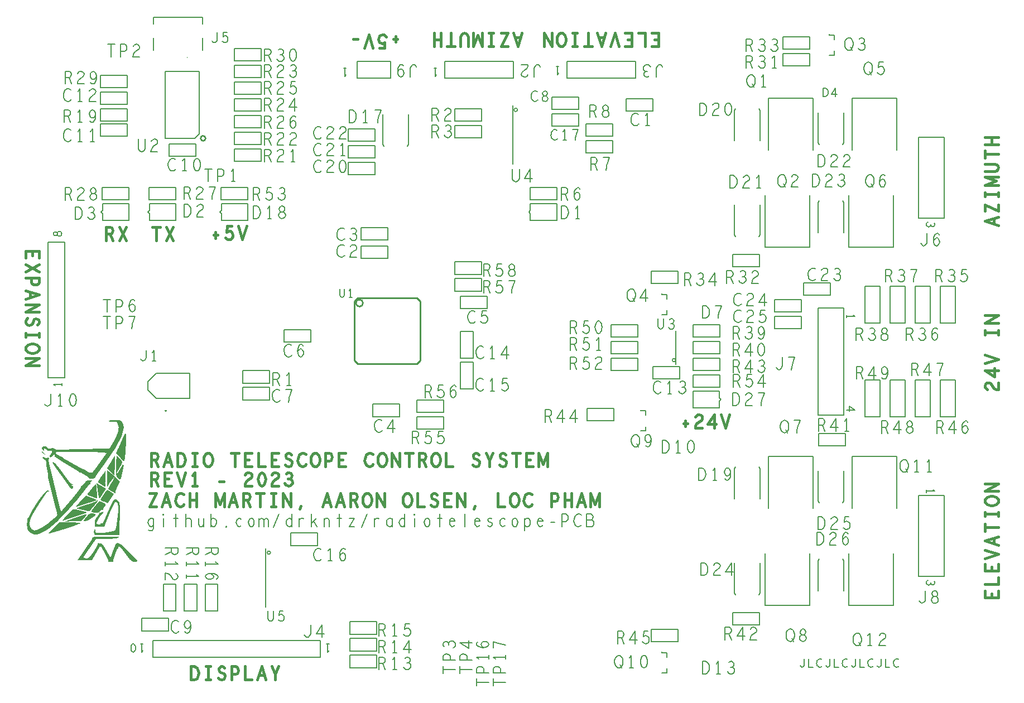
<source format=gto>
G04 ================== begin FILE IDENTIFICATION RECORD ==================*
G04 Layout Name:  radiotelescope.brd*
G04 Film Name:    SILK_TOP*
G04 File Format:  Gerber RS274X*
G04 File Origin:  Cadence Allegro 17.4-S035*
G04 Origin Date:  Mon Feb 20 10:47:03 2023*
G04 *
G04 Layer:  USER PART NUMBER/SILKSCREEN_TOP*
G04 Layer:  PACKAGE GEOMETRY/SILKSCREEN_TOP*
G04 Layer:  DEVICE TYPE/SILKSCREEN_TOP*
G04 Layer:  COMPONENT VALUE/SILKSCREEN_TOP*
G04 Layer:  BOARD GEOMETRY/SILKSCREEN_TOP*
G04 Layer:  REF DES/SILKSCREEN_TOP*
G04 *
G04 Offset:    (0.00 0.00)*
G04 Mirror:    No*
G04 Mode:      Positive*
G04 Rotation:  0*
G04 FullContactRelief:  No*
G04 UndefLineWidth:     0.00*
G04 ================== end FILE IDENTIFICATION RECORD ====================*
%FSLAX35Y35*MOMM*%
%IR0*IPPOS*OFA0.00000B0.00000*MIA0B0*SFA1.00000B1.00000*%
%ADD10C,.254*%
%ADD11C,.381*%
%ADD12C,.299974*%
%ADD13C,.127*%
%ADD14C,.1524*%
%ADD15C,.2032*%
%ADD16C,.199898*%
G75*
%LPD*%
G75*
G36*
G01X-6622821Y-1537360D02*
G02X-6615862Y-1534414I6720J-6179D01*
G02X-6604254Y-1537106I-661J-29217D01*
G02X-6588481Y-1545742I-59131J-126724D01*
G03X-6579794Y-1549730I19417J30842D01*
G03X-6570980Y-1550975I8204J26264D01*
G03X-6562573Y-1549324I-589J25230D01*
G03X-6555080Y-1544930I-9548J24867D01*
G02X-6547841Y-1540383I20928J-25285D01*
G02X-6541389Y-1539392I4957J-10777D01*
G02X-6535623Y-1541958I-1353J-10803D01*
G02X-6530467Y-1548054I-17371J-19922D01*
G02X-6527724Y-1554302I-20587J-12765D01*
G02X-6527343Y-1560271I-13875J-3882D01*
G02X-6529375Y-1564970I-9873J1481D01*
G02X-6533388Y-1567790I-6703J5276D01*
G03X-6537452Y-1574267I1917J-5716D01*
G03X-6532474Y-1608099I790687J99065D01*
G03X-6523660Y-1651737I698108J118294D01*
G03X-6509893Y-1706626I1777536J416652D01*
G02X-6495618Y-1760499I-10113227J-2708523D01*
G02X-6482563Y-1810944I-7762937J-2036051D01*
G02X-6471844Y-1853463I-7828041J-1995988D01*
G02X-6467526Y-1872666I-414990J-103405D01*
G03X-6455816Y-1926006I1503078J302006D01*
G03X-6416827Y-2088896I79112017J18849948D01*
G03X-6378143Y-2248891I61542900J14795440D01*
G03X-6360439Y-2318055I2892860J703631D01*
G03X-6352540Y-2345182I661055J177784D01*
G03X-6346850Y-2355063I24918J7770D01*
G03X-6340627Y-2355850I3580J3307D01*
G03X-6332576Y-2348306I-16420J25595D01*
G02X-6323305Y-2336470I191141J-140165D01*
G02X-6301588Y-2310790I3489144J-2928737D01*
G02X-6275527Y-2280437I3436431J-2924078D01*
G02X-6247384Y-2248179I4467660J-3869364D01*
G03X-6162040Y-2148510I-3810452J3349145D01*
G03X-6096025Y-2065376I-1683758J1404804D01*
G03X-6045683Y-1996872I-2580906J1949434D01*
G03X-6044794Y-1979930I-12824J9167D01*
G02X-6047232Y-1975231I57701J32925D01*
G02X-6047054Y-1973402I1641J763D01*
G02X-6045606Y-1973174I838J-611D01*
G02X-6042000Y-1976095I-24948J-34492D01*
G03X-6035802Y-1976653I3470J3832D01*
G03X-6023966Y-1967916I-49053J78835D01*
G03X-6009818Y-1953819I-94296J108784D01*
G03X-5994959Y-1935277I-214883J187425D01*
G02X-5973547Y-1908658I317512J-233482D01*
G02X-5956681Y-1894459I55439J-48736D01*
G02X-5938418Y-1887474I27739J-45157D01*
G02X-5913349Y-1885239I24980J-138466D01*
G02X-5884850Y-1885620I717J-1012437D01*
G02X-5877941Y-1888515I-302J-10409D01*
G02X-5877535Y-1893976I-2855J-2958D01*
G02X-5889371Y-1908226I-174293J132737D01*
G03X-5896712Y-1917624I60896J-55131D01*
G03X-5901588Y-1926920I40881J-27373D01*
G03X-5903493Y-1934743I27468J-10832D01*
G03X-5901766Y-1939595I5961J-611D01*
G02X-5899607Y-1942795I-7090J-7112D01*
G02X-5899836Y-1945538I-2777J-1150D01*
G02X-5902350Y-1947393I-3582J2226D01*
G02X-5906948Y-1948002I-4639J17342D01*
G03X-5914517Y-1951025I-14J-10954D01*
G03X-5930671Y-1967357I285007J-298059D01*
G03X-5949239Y-1988668I287961J-269637D01*
G03X-5968670Y-2013915I494566J-400728D01*
G02X-6097600Y-2178202I-2455638J1794416D01*
G02X-6255563Y-2357349I-3969242J3340674D01*
G02X-6410858Y-2518080I-3649279J3370481D01*
G02X-6525285Y-2616556I-765166J773389D01*
G02X-6575806Y-2649601I-290765J389387D01*
G02X-6638239Y-2681884I-439146J772758D01*
G02X-6697955Y-2707310I-388517J829654D01*
G02X-6733057Y-2713838I-35140J91315D01*
G02X-6744259Y-2712110I60J37574D01*
G02X-6762217Y-2705786I80172J256294D01*
G02X-6782587Y-2696947I113376J289180D01*
G02X-6802755Y-2686482I146490J306980D01*
G02X-6825971Y-2671547I112477J200347D01*
G02X-6841973Y-2656611I54601J74541D01*
G02X-6852336Y-2640127I53439J45095D01*
G02X-6858406Y-2620569I77339J34726D01*
G02X-6862394Y-2580157I247586J44834D01*
G02X-6861581Y-2524811I843713J15289D01*
G02X-6858127Y-2469540I1833144J-86828D01*
G02X-6850888Y-2462809I7289J-581D01*
G03X-6847154Y-2460828I-45J4595D01*
G03X-6839331Y-2448916I-239892J166066D01*
G03X-6830568Y-2433701I-214945J133930D01*
G03X-6821500Y-2415667I-389025J206905D01*
G02X-6780886Y-2338984I872691J-413120D01*
G02X-6723583Y-2246605I2027152J-1193463D01*
G02X-6663233Y-2158619I1947375J-1271038D01*
G02X-6613576Y-2097100I583485J-420179D01*
G02X-6580149Y-2061337I1044233J-942499D01*
G02X-6560998Y-2045487I81089J-78487D01*
G02X-6547485Y-2041373I13762J-20947D01*
G02X-6535826Y-2046046I171J-16451D01*
G02X-6526454Y-2055419I-383589J-392961D01*
G02X-6525692Y-2058086I-2112J-2046D01*
G02X-6527444Y-2059102I-1332J279D01*
G02X-6537833Y-2055470I86674J264573D01*
G03X-6551676Y-2059102I-4342J-11649D01*
G03X-6582283Y-2097862I594268J-500726D01*
G03X-6624599Y-2158924I971031J-718130D01*
G03X-6688176Y-2258746I6046055J-3920863D01*
G03X-6762953Y-2380183I8803451J-5504649D01*
G03X-6797878Y-2443861I714995J-433566D01*
G03X-6815226Y-2488362I247659J-122179D01*
G03X-6822084Y-2530246I166373J-48745D01*
G03X-6821983Y-2563393I388594J-15383D01*
G03X-6818097Y-2585669I88954J4042D01*
G03X-6809257Y-2603729I62164J19234D01*
G03X-6793535Y-2622474I114765J80293D01*
G03X-6776568Y-2637333I120859J120890D01*
G03X-6761937Y-2645207I31793J41545D01*
G03X-6746850Y-2647518I13814J39772D01*
G03X-6728663Y-2645029I-2500J85947D01*
G03X-6686474Y-2629484I-49903J200464D01*
G03X-6625692Y-2596718I-479030J961379D01*
G03X-6566002Y-2559329I-532358J916233D01*
G03X-6525590Y-2527021I-177318J263215D01*
G02X-6508928Y-2511857I425186J-450470D01*
G02X-6487287Y-2493239I1036508J-1182895D01*
G02X-6464554Y-2474392I1057697J-1252660D01*
G02X-6444209Y-2458237I619873J-759800D01*
G03X-6421577Y-2439264I-216843J281628D01*
G03X-6409106Y-2424278I-48728J53234D01*
G03X-6404000Y-2410384I-30367J19044D01*
G03X-6404864Y-2395474I-36772J5350D01*
G02X-6460312Y-2184248I24823012J6629081D01*
G02X-6505575Y-2003704I13188355J3402311D01*
G02X-6544132Y-1844446I62054233J15107953D01*
G02X-6542100Y-1831746I16252J3912D01*
G03X-6540322Y-1823949I-10497J6495D01*
G03X-6543675Y-1796593I-886127J-94723D01*
G03X-6549009Y-1763776I-680596J-93781D01*
G03X-6556578Y-1726870I-1111947J-208823D01*
G02X-6564122Y-1689430I915180J203882D01*
G02X-6569380Y-1654962I641544J115497D01*
G02X-6572352Y-1626235I659172J82708D01*
G02X-6570650Y-1614526I26573J2116D01*
G03X-6570116Y-1605890I-13483J5167D01*
G03X-6574384Y-1595882I-33246J-8263D01*
G03X-6582842Y-1585595I-44367J-27858D01*
G03X-6594729Y-1576222I-59444J-63168D01*
G02X-6606591Y-1567637I86291J131711D01*
G02X-6616624Y-1558620I70536J88574D01*
G02X-6623837Y-1550365I64013J63217D01*
G02X-6625717Y-1544803I7225J5540D01*
G02X-6622821Y-1537360I11015J-1D01*
G37*
G36*
G01X-6368339Y-2526360D02*
X-6215304Y-2525928D01*
G02X-6143015Y-2526538I8901J-3230919D01*
G02X-6095568Y-2529230I-12489J-639503D01*
G02X-6063894Y-2533650I-33948J-359004D01*
G02X-6053226Y-2541194I-2826J-15311D01*
G02X-6050204Y-2546858I-81842J-47312D01*
G02X-6049747Y-2549652I-4378J-2151D01*
G02X-6050966Y-2550236I-804J114D01*
G02X-6054115Y-2547925I9644J16443D01*
G03X-6059805Y-2545512I-6315J-6977D01*
G03X-6068949Y-2545944I-2664J-40613D01*
G03X-6079744Y-2548788I9217J-56879D01*
G03X-6090666Y-2553818I26760J-72489D01*
G02X-6142609Y-2577135I-157759J281921D01*
G02X-6261176Y-2616784I-1901664J5489614D01*
G02X-6397193Y-2658694I-1641484J5085689D01*
G02X-6531559Y-2696058I-1386925J4727367D01*
G02X-6534379Y-2692222I-653J2474D01*
G02X-6521628Y-2674823I130101J-81973D01*
G02X-6496939Y-2647925I348814J-295378D01*
G02X-6462522Y-2614524I948821J-943250D01*
G01X-6368339Y-2526360D01*
G37*
G36*
G01X-6463436Y-1612468D02*
G02X-6437605Y-1628902I-26597J-70326D01*
G02X-6393383Y-1678178I-343857J-353066D01*
G02X-6332068Y-1759687I-2048372J-1604724D01*
G03X-6265697Y-1850771I10088515J7281445D01*
G03X-6225489Y-1903171I1312912J965809D01*
G03X-6197651Y-1936598I866522J693357D01*
G03X-6186424Y-1941728I11231J9726D01*
G02X-6181623Y-1942541I4J-14557D01*
G02X-6175883Y-1945081I-12834J-36761D01*
G02X-6170168Y-1948790I-21171J-38885D01*
G02X-6165393Y-1953158I-22083J-28932D01*
G02X-6161938Y-1957349I-38662J-35386D01*
G02X-6162294Y-1958797I-765J-580D01*
G02X-6164605Y-1958772I-1129J2430D01*
G02X-6170625Y-1955546I50686J101818D01*
G03X-6176620Y-1953057I-12490J-21615D01*
G03X-6181700Y-1953082I-2493J-9432D01*
G03X-6185027Y-1955495I1500J-5570D01*
G03X-6186322Y-1959813I6629J-4342D01*
G03X-6185357Y-1964893I13972J23D01*
G03X-6182614Y-1969211I12463J4887D01*
G03X-6178550Y-1972081I9197J8710D01*
G03X-6173749Y-1973123I4851J10778D01*
G02X-6164301Y-1978457I1J-11034D01*
G02X-6161608Y-1991106I-16953J-10220D01*
G02X-6167272Y-2005813I-32226J3968D01*
G02X-6178906Y-2014880I-20702J14562D01*
G02X-6188278Y-2014652I-4408J11523D01*
G02X-6200089Y-2007438I20548J46920D01*
G02X-6213373Y-1994230I59880J73510D01*
G02X-6227293Y-1975434I175101J144221D01*
G03X-6245454Y-1948891I-903604J-598771D01*
G03X-6280836Y-1899107I-9819777J-6941590D01*
G03X-6322720Y-1840840I-10552422J-7541228D01*
G03X-6366510Y-1780565I-12224899J-8835425D01*
G02X-6408115Y-1722780I4186039J3057819D01*
G02X-6443167Y-1672234I2362066J1675442D01*
G02X-6472657Y-1628394I5799741J3933055D01*
G02X-6475070Y-1620495I11831J7932D01*
G02X-6463436Y-1612468I8589J-4D01*
G37*
G36*
G01X-6636461Y-1449172D02*
G02X-6631940Y-1447444I3106J-1350D01*
G02X-6623406Y-1453515I-11415J-25083D01*
G02X-6605702Y-1472743I-535127J-510477D01*
G02X-6588887Y-1491793I-2965655J-2634631D01*
G02X-6588404Y-1494384I-1962J-1706D01*
G02X-6590259Y-1495120I-1250J445D01*
G02X-6610020Y-1484859I1097355J2137382D01*
G02X-6620840Y-1478305I47042J89884D01*
G02X-6629984Y-1470838I43948J63145D01*
G02X-6636410Y-1463599I39550J41581D01*
G02X-6638265Y-1457935I7615J5628D01*
G02X-6636461Y-1449172I22187J1D01*
G37*
G36*
G01X-5595772Y-974522D02*
G02X-5573649Y-972287I78389J-665266D01*
G02X-5547131Y-970585I57294J-685309D01*
G02X-5518683Y-969747I40873J-904029D01*
G02X-5478018Y-970356I9844J-700004D01*
G02X-5455133Y-974547I-3737J-84984D01*
G02X-5438419Y-984021I-15407J-46659D01*
G02X-5421401Y-1001827I-83848J-97175D01*
G02X-5394731Y-1093114I-100193J-78811D01*
G02X-5427701Y-1222604I-441054J43355D01*
G02X-5522798Y-1401089I-1049075J444372D01*
G02X-5697322Y-1653235I-4747916J3099812D01*
G03X-5745201Y-1719199I7014086J-5141445D01*
G03X-5785536Y-1776197I3821788J-2747316D01*
G03X-5820258Y-1826260I13449391J-9364986D01*
G03X-5822239Y-1832585I9150J-6339D01*
G02X-5829300Y-1846402I-17063J7D01*
G02X-5851982Y-1858924I-61976J85456D01*
G02X-5879846Y-1866443I-46024J115178D01*
G02X-5903900Y-1865249I-9031J60961D01*
G02X-5915457Y-1861642I25931J103409D01*
G02X-5924347Y-1857223I17073J45493D01*
G02X-5929478Y-1852752I11872J18806D01*
G02X-5929757Y-1848891I2527J2123D01*
G03X-5931941Y-1839468I-5849J3609D01*
G03X-5989193Y-1804162I-1715708J-2718090D01*
G03X-6047105Y-1770151I-1553669J-2579220D01*
G03X-6059373Y-1770812I-5625J-9787D01*
G02X-6061812Y-1771396I-1910J2593D01*
G02X-6065063Y-1770253I1749J10171D01*
G02X-6068619Y-1767637I8358J15085D01*
G02X-6071921Y-1763903I19296J20392D01*
G03X-6076518Y-1758874I-25429J-18630D01*
G03X-6084722Y-1752067I-116305J-131826D01*
G03X-6094527Y-1744904I-123410J-158631D01*
G03X-6104712Y-1738376I-111314J-162474D01*
G02X-6301257Y-1619987I23536566J39296780D01*
G02X-6390030Y-1563726I1338907J2210799D01*
G02X-6440246Y-1528420I619167J934007D01*
G02X-6444717Y-1513053I7902J10632D01*
G03X-6443574Y-1500937I-21071J8100D01*
G03X-6449695Y-1496898I-4992J-908D01*
G03X-6463563Y-1503883I7199J-31553D01*
G03X-6481597Y-1521435I129141J-150733D01*
G02X-6492570Y-1532001I-82174J74354D01*
G02X-6502044Y-1537437I-19881J23677D01*
G02X-6510223Y-1537995I-5083J14258D01*
G02X-6517284Y-1534160I2902J13760D01*
G02X-6520917Y-1526591I8917J8935D01*
G02X-6519723Y-1517040I20853J2243D01*
G02X-6513271Y-1505204I44101J-16361D01*
G02X-6501206Y-1490853I135185J-101404D01*
G03X-6483375Y-1466850I-94353J88715D01*
G03X-6481445Y-1448435I-19768J11381D01*
G03X-6493332Y-1438707I-13503J-4373D01*
G03X-6517564Y-1440307I-7721J-67353D01*
G02X-6530492Y-1441933I-13224J52947D01*
G02X-6542761Y-1440307I-353J44440D01*
G02X-6553556Y-1435481I10889J38844D01*
G02X-6562268Y-1427785I20182J31626D01*
G03X-6579641Y-1412672I-55055J-45747D01*
G03X-6597472Y-1408074I-16263J-26198D01*
G03X-6607454Y-1415263I586J-11339D01*
G03X-6607556Y-1430122I19229J-7561D01*
G02X-6602527Y-1443965I-527633J-199525D01*
G02X-6603670Y-1445666I-1226J-412D01*
G02X-6606667Y-1444600I-308J3877D01*
G02X-6620485Y-1431112I1072366J1112442D01*
G02X-6628028Y-1421587I35920J36199D01*
G02X-6633235Y-1410462I45620J28133D01*
G02X-6635445Y-1399413I43113J14368D01*
G02X-6634099Y-1390294I21055J1550D01*
G02X-6620180Y-1376096I23337J-8956D01*
G02X-6594348Y-1371016I25967J-63826D01*
G02X-6568542Y-1375994I128J-68713D01*
G02X-6554622Y-1390142I-9284J-23055D01*
G03X-6548374Y-1399108I21357J8223D01*
G03X-6538824Y-1403960I14146J16021D01*
G03X-6523990Y-1404925I10601J48446D01*
G03X-6500673Y-1401953I-24534J285456D01*
G02X-6479311Y-1399464I34853J-206192D01*
G02X-6462395Y-1400124I5275J-81879D01*
G02X-6449543Y-1403833I-6977J-48305D01*
G02X-6440653Y-1410564I-9859J-22258D01*
G03X-6426225Y-1418666I17757J14721D01*
G03X-6391427Y-1421968I49366J335235D01*
G03X-6336030Y-1422375I33520J793381D01*
G03X-6240780Y-1419022I-171664J6231490D01*
G02X-6153531Y-1415872I285848J-6708397D01*
G02X-6043930Y-1412977I491393J-16523951D01*
G02X-5930900Y-1410741I396215J-17176916D01*
G02X-5832246Y-1409624I162460J-9985994D01*
G01X-5609996Y-1408151D01*
X-5568061Y-1335964D01*
G03X-5508650Y-1224356I-1465774J851873D01*
G03X-5478069Y-1140536I-393719J191137D01*
G03X-5472024Y-1075614I-205102J51841D01*
G03X-5489194Y-1024001I-105949J-6584D01*
G03X-5503291Y-1006018I-113061J-74112D01*
G03X-5516448Y-997407I-23976J-22279D01*
G03X-5534203Y-994715I-16014J-45717D01*
G03X-5566131Y-997102I15556J-422691D01*
G02X-5599532Y-999058I-34993J311427D01*
G02X-5618480Y-994588I-231J41412D01*
G02X-5619826Y-986561I2276J4508D01*
G02X-5605653Y-977062I29660J-28930D01*
G02X-5595772Y-974522I14421J-35609D01*
G37*
G36*
G01X-5853532Y-2748788D02*
G02X-5818073Y-2743505I63865J-307002D01*
G02X-5761177Y-2740431I70841J-783260D01*
G02X-5662168Y-2739415I115132J-6394865D01*
G02X-5588737Y-2740025I8390J-3412427D01*
G02X-5526938Y-2742311I-32924J-1726483D01*
G02X-5474843Y-2745486I-223146J-4090363D01*
G02X-5470703Y-2749931I-308J-4437D01*
G02X-5480329Y-2762123I-12537J3D01*
G02X-5523662Y-2769997I-92933J388258D01*
G02X-5589118Y-2775102I-87818J703753D01*
G02X-5684469Y-2776601I-95163J3020706D01*
G01X-5819750D01*
X-5845480Y-2817393D01*
G02X-5859831Y-2839364I-711565J449107D01*
G02X-5884266Y-2875280I-4775649J3222793D01*
G02X-5912637Y-2916250I-5313075J3648987D01*
G02X-5941365Y-2957119I-5336152J3720363D01*
G03X-5968009Y-2995295I2417000J-1715301D01*
G03X-5989828Y-3028036I1253102J-858718D01*
G03X-6008192Y-3056585I4185088J-2712190D01*
G03X-6007862Y-3059659I2077J-1331D01*
G03X-6005068Y-3061437I5391J5387D01*
G03X-5996051Y-3064561I109735J302140D01*
G03X-5985078Y-3067914I86326J262888D01*
G03X-5972759Y-3071216I115132J404900D01*
G03X-5955182Y-3072968I14753J58938D01*
G03X-5939815Y-3069133I-1806J39940D01*
G03X-5923559Y-3058312I-29610J62105D01*
G03X-5902452Y-3037713I-224454J251103D01*
G03X-5864962Y-2990901I-279189J262012D01*
G03X-5825414Y-2927299I-760618J517052D01*
G03X-5791378Y-2863901I-1372891J777884D01*
G03X-5794146Y-2846527I-13358J6779D01*
G02X-5793816Y-2843428I1428J1415D01*
G02X-5788127Y-2841244I7816J-11855D01*
G02X-5776468Y-2840507I10029J-66101D01*
G02X-5760720Y-2841473I-5420J-217389D01*
G02X-5734888Y-2847924I-8932J-90703D01*
G02X-5715711Y-2861183I-20874J-50689D01*
G02X-5695594Y-2887904I-114937J-107464D01*
G02X-5660288Y-2948915I-2115003J-1264640D01*
G03X-5637657Y-2988539I2167274J1211572D01*
G03X-5617489Y-3021940I1152532J673112D01*
G03X-5599659Y-3050210I2845605J1775044D01*
G03X-5595696Y-3052496I4181J2670D01*
G03X-5592166Y-3050235I165J3630D01*
G03X-5580659Y-3021355I-2200470J893436D01*
G03X-5567934Y-2986989I-955919J373505D01*
G03X-5554116Y-2946095I-1852583J648747D01*
G02X-5517845Y-2856967I639459J-208286D01*
G02X-5482768Y-2838450I30325J-14964D01*
G02X-5433593Y-2861818I-12779J-90315D01*
G02X-5309413Y-2980741I-3444406J-3720986D01*
G02X-5221021Y-3069082I-9670858J-9764811D01*
G02X-5192954Y-3101670I-218110J-216230D01*
G02X-5190287Y-3116936I-13776J-10272D01*
G02X-5201082Y-3125978I-12328J3753D01*
G02X-5242433Y-3125445I-18682J154822D01*
G02X-5275021Y-3113049I11765J79967D01*
G02X-5307127Y-3084271I78861J120277D01*
G02X-5349519Y-3028594I701157J577842D01*
G03X-5396916Y-2962885I-2595207J-1821972D01*
G03X-5430469Y-2921381I-508821J-377039D01*
G03X-5455590Y-2895905I-239687J-211218D01*
G03X-5471922Y-2889580I-16360J-17996D01*
G03X-5476265Y-2890469I-7J-11022D01*
G03X-5478882Y-2892958I2079J-4804D01*
G03X-5479390Y-2896692I5173J-2605D01*
G03X-5477637Y-2901061I13143J2737D01*
G02X-5475732Y-2905785I-12959J-7972D01*
G02Y-2910408I-10456J-2311D01*
G02X-5477637Y-2914269I-8762J1923D01*
G02X-5481117Y-2916758I-6727J5727D01*
G03X-5495849Y-2931617I9728J-24377D01*
G03X-5526354Y-3013024I3077591J-1199675D01*
G03X-5554853Y-3095447I3233506J-1164164D01*
G03X-5552516Y-3115208I22331J-7378D01*
G02X-5552872Y-3120441I-3847J-2367D01*
G02X-5558892Y-3124657I-10456J8523D01*
G02X-5571414Y-3127324I-17038J49268D01*
G02X-5589778Y-3128137I-18475J209562D01*
G02X-5610276Y-3127223I70J231768D01*
G02X-5623281Y-3124073I3990J44897D01*
G02X-5629910Y-3118688I5502J13546D01*
G02X-5631332Y-3111221I8043J5401D01*
G03X-5634330Y-3087751I-34400J7533D01*
G03X-5683428Y-2993365I-5169926J-2629344D01*
G03X-5734990Y-2897962I-6884083J-3658996D01*
G03X-5749163Y-2889580I-14173J-7792D01*
G03X-5753608Y-2891333I-11J-6486D01*
G03X-5760288Y-2898394I57845J-61415D01*
G03X-5767553Y-2908071I80057J-67661D01*
G03X-5774461Y-2919552I131039J-86674D01*
G02X-5783529Y-2935910I-1368741J748066D01*
G02X-5798947Y-2963215I-9785585J5507437D01*
G02X-5816752Y-2994584I-10901691J6167186D01*
G02X-5834786Y-3026105I-11157424J6362458D01*
G01X-5878728Y-3102712D01*
X-5987669Y-3102864D01*
X-6096635Y-3103016D01*
X-6022594Y-2993161D01*
G02X-5993511Y-2950159I10868468J-7319164D01*
G02X-5967349Y-2911907I6905205J-4694611D01*
G02X-5945149Y-2879725I9871419J-6785739D01*
G02X-5938418Y-2870759I123227J-85498D01*
G03X-5915736Y-2841015I-498745J403862D01*
G03X-5894273Y-2809291I-572464J410418D01*
G03X-5876290Y-2780233I-1060228J676249D01*
G03X-5878373Y-2776601I-2069J1227D01*
G02X-5879897Y-2775052I-1J1523D01*
G02X-5879008Y-2771216I9481J-177D01*
G02X-5875477Y-2765298I31564J-14818D01*
G02X-5869813Y-2758237I82673J-60514D01*
G02X-5853532Y-2748788I22321J-19710D01*
G37*
G36*
G01X-6074715Y-2435657D02*
G02X-6020181Y-2417750I1189187J-3529546D01*
G02X-5973877Y-2403145I1807374J-5649457D01*
G02X-5961837Y-2400960I14909J-47900D01*
G02X-5958434Y-2404694I181J-3253D01*
G02X-5961812Y-2415286I-34047J5024D01*
G02X-5972073Y-2432025I-112262J57307D01*
G02X-5988533Y-2453310I-349252J253060D01*
G01X-6032551Y-2506675D01*
X-6162777Y-2509088D01*
X-6293028Y-2511476D01*
X-6136081Y-2456713D01*
G02X-6074715Y-2435657I2001995J-5734573D01*
G37*
G36*
G01X-5966612Y-2116049D02*
X-5888228Y-2148154D01*
G02X-5858180Y-2160981I-430089J-1049125D01*
G02X-5832856Y-2172919I-249160J-561365D01*
G02X-5812079Y-2183587I-475854J-952349D01*
G02X-5809767Y-2187346I-2008J-3825D01*
G02X-5814162Y-2193493I-6369J-91D01*
G02X-5956249Y-2239594I-24528377J75356740D01*
G02X-6091453Y-2282876I-7745145J23961670D01*
G02X-6117869Y-2286965I-26419J83293D01*
G02X-6119038Y-2284527I0J1499D01*
G02X-6100496Y-2261870I1242037J-997550D01*
G02X-6076645Y-2234311I764470J-637501D01*
G02X-6046572Y-2201520I1627693J-1462601D01*
G01X-5966612Y-2116049D01*
G37*
G36*
G01X-6217717Y-2375713D02*
G02X-6190234Y-2348967I713402J-705557D01*
G02X-6166510Y-2327173I1143883J-1221397D01*
G02X-6159906Y-2324633I6609J-7329D01*
G02X-6128182Y-2328189I-62J-143843D01*
G02X-6049772Y-2346731I-900091J-3981335D01*
G02X-5964987Y-2367940I-3542217J-14340457D01*
G02X-5960339Y-2373935I-1527J-5983D01*
G02X-5966638Y-2382723I-9274J-4D01*
G02X-6138291Y-2440534I-22466165J66423787D01*
G02X-6309766Y-2497785I-21113129J62950930D01*
G02X-6321425Y-2495017I-3587J10826D01*
G02X-6321628Y-2491232I1997J2005D01*
G02X-6301918Y-2467305I1769654J-1437723D01*
G02X-6277839Y-2439518I762950J-636804D01*
G02X-6248324Y-2407437I1452929J-1307124D01*
G02X-6217717Y-2375713I1272281J-1196834D01*
G37*
G36*
G01X-5796585Y-2190699D02*
G02X-5794934Y-2188261I4105J-1002D01*
G02X-5792521Y-2187956I1492J-2111D01*
G02X-5789701Y-2189759I-2770J-7436D01*
G02X-5788762Y-2206193I-8746J-8744D01*
G02X-5849290Y-2280361I-2769951J2198763D01*
G02X-5911799Y-2352777I-2604966J2185435D01*
G02X-5930214Y-2357272I-12454J11052D01*
G03X-5939866Y-2354275I-27866J-72697D01*
G03X-5963412Y-2348763I-435663J-1808057D01*
G03X-5991581Y-2342591I-392707J-1724865D01*
G03X-6022137Y-2336368I-497098J-2362722D01*
G02X-6052007Y-2329942I162831J829510D01*
G02X-6078042Y-2323109I116839J498224D01*
G02X-6099302Y-2316531I179430J617498D01*
G02X-6104484Y-2312441I3014J9147D01*
G02X-6102934Y-2307717I2750J1715D01*
G02X-6062396Y-2292121I1006520J-2555812D01*
G02X-6013120Y-2274697I468882J-1247605D01*
G02X-5953531Y-2255672I856791J-2580786D01*
G03X-5893562Y-2236394I-663804J2167788D01*
G03X-5843067Y-2218106I-384471J1140423D01*
G03X-5801411Y-2201469I-795965J2053417D01*
G03X-5797118Y-2195043I-2649J6416D01*
G02X-5796585Y-2190699I18288J-41D01*
G37*
G36*
G01X-5559374Y-2206269D02*
G02X-5532882Y-2178202I67708J-37372D01*
G02X-5506745Y-2177339I13807J-21912D01*
G02X-5475834Y-2202231I-52340J-96638D01*
G02X-5462295Y-2227250I-50583J-43544D01*
G02X-5455818Y-2263242I-168804J-48956D01*
G02X-5453786Y-2326259I-763516J-56161D01*
G02X-5455768Y-2475281I-17642043J160022D01*
G01X-5460035Y-2720111D01*
X-5637987Y-2717952D01*
X-5707329Y-2717063D01*
G02X-5768289Y-2716149I343743J24948664D01*
G01X-5820232Y-2715260D01*
G02X-5831637Y-2714803I4387J251894D01*
G02X-5842737Y-2705735I755J12251D01*
G02X-5847029Y-2677287I124743J33371D01*
G02X-5844946Y-2647188I140985J5366D01*
G02X-5834786Y-2632227I21809J-3881D01*
G02X-5829960Y-2631948I2671J-4308D01*
G02X-5825846Y-2635936I-3816J-8055D01*
G02X-5823102Y-2644521I-24158J-12450D01*
G02X-5822239Y-2656586I-84046J-12079D01*
G03X-5820156Y-2674976I82745J59D01*
G03X-5813349Y-2683789I12943J2961D01*
G03X-5798972Y-2687523I15273J29261D01*
G03X-5762600Y-2687726I22813J828067D01*
G03X-5688609Y-2682697I-11984J723101D01*
G03X-5610200Y-2669972I-113081J944699D01*
G03X-5540908Y-2653589I-245560J1193310D01*
G03X-5521350Y-2638146I-8105J30371D01*
G03X-5510149Y-2604211I-90146J48572D01*
G03X-5492217Y-2474011I-9398114J1360730D01*
G03X-5476748Y-2346477I-6905150J902234D01*
G03X-5476875Y-2297633I-213536J23867D01*
G03X-5482971Y-2259711I-443413J-51828D01*
G03X-5491505Y-2234463I-106219J-21839D01*
G03X-5502453Y-2220519I-37170J-17911D01*
G03X-5515813Y-2216810I-10863J-13214D01*
G03X-5533695Y-2229383I3533J-24027D01*
G03X-5571515Y-2303297I1980371J-1059957D01*
G03X-5613222Y-2395423I1541281J-753266D01*
G03X-5655894Y-2503551I2755214J-1149813D01*
G01X-5687466Y-2588285D01*
X-5754853D01*
G03X-5781319Y-2588514I-4J-1531830D01*
G03X-5805068Y-2589200I16932J-997889D01*
G03X-5824957Y-2590165I51914J-1275076D01*
G03X-5831230Y-2591410I1295J-22962D01*
G02X-5834558Y-2589530I-846J2387D01*
G02X-5836514Y-2576220I129377J25810D01*
G02X-5837326Y-2557780I182615J17287D01*
G02X-5836564Y-2535250I404555J-2405D01*
G02X-5832881Y-2504516I266905J-16397D01*
G02X-5825846Y-2480259I117962J-21066D01*
G02X-5814136Y-2458796I102380J-41929D01*
G02X-5796229Y-2436698I164831J-115265D01*
G03X-5782793Y-2420595I-138664J129357D01*
G03X-5772760Y-2404720I-98199J73170D01*
G03X-5766968Y-2391080I-76476J40520D01*
G03X-5767781Y-2383003I-9509J3123D01*
G02X-5770524Y-2377796I71186J40829D01*
G02X-5770702Y-2375459I2879J1394D01*
G02X-5769432Y-2375002I808J-252D01*
G02X-5766105Y-2377542I-14569J-22535D01*
G03X-5760542Y-2380056I6701J7412D01*
G03X-5751855Y-2380031I4235J37056D01*
G03X-5741746Y-2377745I-6209J50952D01*
G03X-5731612Y-2373401I-20548J61941D01*
G02X-5708701Y-2363724I64226J-120093D01*
G02X-5700598Y-2368423I1924J-6017D01*
G02X-5704281Y-2381072I-13660J-2883D01*
G02X-5725871Y-2400478I-158930J155107D01*
G03X-5749417Y-2426106I66931J-85123D01*
G03X-5780608Y-2477440I709425J-466204D01*
G03X-5809386Y-2531389I1300782J-728523D01*
G03X-5806694Y-2544724I9766J-4967D01*
G03X-5791962Y-2552776I27103J32086D01*
G03X-5770956Y-2557018I31802J103356D01*
G03X-5752389Y-2556891I8692J86626D01*
G03X-5746902Y-2550719I-715J6160D01*
G02X-5746064Y-2545842I14572J6D01*
G02X-5743626Y-2542769I5768J-2072D01*
G02X-5740019Y-2541930I2929J-4425D01*
G02X-5735777Y-2543454I-1465J-10743D01*
G03X-5723865Y-2543353I5876J9499D01*
G03X-5711012Y-2530856I-24367J37918D01*
G03X-5695137Y-2502789I-157864J107813D01*
G03X-5672099Y-2450186I-1534742J703491D01*
G02X-5657698Y-2416505I2187660J-915528D01*
G02X-5637657Y-2370988I7194350J-3140432D01*
G02X-5615838Y-2322271I7786065J-3457841D01*
G02X-5595442Y-2277567I5578322J-2518104D01*
G02X-5559374Y-2206269I1006486J-464387D01*
G37*
G36*
G01X-5931891Y-2409647D02*
G02X-5901919Y-2391283I58196J-61340D01*
G02X-5869686Y-2388083I22638J-64085D01*
G02X-5829198Y-2398725I-25492J-179312D01*
G02X-5821528Y-2406472I-4956J-12578D01*
G02X-5823179Y-2416073I-8858J-3419D01*
G02X-5839638Y-2431161I-70802J60717D01*
G02X-5883072Y-2461412I-1251802J1750992D01*
G02X-5915431Y-2481885I-326544J480340D01*
G02X-5946165Y-2498141I-199756J340483D01*
G02X-5972251Y-2509139I-139678J294856D01*
G02X-5986907Y-2510612I-10161J27443D01*
G02X-5998667Y-2505888I4230J27530D01*
G02X-6001258Y-2498014I4004J5681D01*
G02X-5993714Y-2483510I48538J-16033D01*
G02X-5965901Y-2447036I1615239J-1202835D01*
G02X-5931891Y-2409647I267357J-209037D01*
G37*
G36*
G01X-5768442Y-2200250D02*
X-5723153Y-2219147D01*
G02X-5682640Y-2237562I-275609J-660112D01*
G02X-5668874Y-2250415I-14418J-29243D01*
G02X-5668696Y-2264842I-12687J-7371D01*
G02X-5683860Y-2286660I-109377J59838D01*
G03X-5693562Y-2298802I149210J-129191D01*
G03X-5701792Y-2311070I129146J-95527D01*
G03X-5707685Y-2321941I116250J-70047D01*
G03X-5709234Y-2328647I13789J-6718D01*
G02X-5709768Y-2332990I-17671J-34D01*
G02X-5711469Y-2335403I-3993J1010D01*
G02X-5713959Y-2335657I-1486J2242D01*
G02X-5716854Y-2333752I3166J7966D01*
G03X-5721833Y-2332685I-3311J-3304D01*
G03X-5731993Y-2337537I25486J-66438D01*
G03X-5744388Y-2345919I52914J-91604D01*
G03X-5757672Y-2357323I121072J-154465D01*
G02X-5776747Y-2373020I-127860J135938D01*
G02X-5792902Y-2380996I-32067J44603D01*
G02X-5810631Y-2383231I-15495J51472D01*
G02X-5834685Y-2380564I7142J174215D01*
G02X-5852160Y-2377084I96688J531176D01*
G02X-5868391Y-2373224I88091J406376D01*
G02X-5881878Y-2369490I99944J387250D01*
G02X-5887898Y-2366797I7074J23892D01*
G02X-5889219Y-2361514I2058J3321D01*
G02X-5875579Y-2339086I519319J-300465D01*
G02X-5856859Y-2311857I414427J-264869D01*
G02X-5832831Y-2280615I796325J-587597D01*
G01X-5768442Y-2200250D01*
G37*
G36*
G01X-5803544Y-1927784D02*
X-5732882Y-1971827D01*
X-5662219Y-2015846D01*
X-5713984Y-2094306D01*
G02X-5748096Y-2145284I-3714229J2448504D01*
G02X-5759856Y-2157527I-41873J28453D01*
G02X-5767527Y-2155850I-3102J4194D01*
G02X-5774182Y-2138858I61695J33961D01*
G02X-5778094Y-2120214I252203J62647D01*
G02X-5783224Y-2088871I1795043J309932D01*
G02X-5788457Y-2052752I2014342J310249D01*
G02X-5793080Y-2016354I2062450J280437D01*
G01X-5803544Y-1927784D01*
G37*
G36*
G01X-5845048Y-1970583D02*
G02X-5834355Y-1959508I180860J-163938D01*
G02X-5825084Y-1950949I176383J-181737D01*
G02X-5820715Y-1948967I5401J-6103D01*
G02X-5813171Y-1954987I834J-6691D01*
G02X-5804205Y-2049577I-8836517J-885338D01*
G02X-5796509Y-2143023I-6869083J-612773D01*
G02X-5802046Y-2157984I-19061J-1450D01*
G02X-5811164Y-2160041I-6182J6165D01*
G02X-5870778Y-2138172I1540374J4291090D01*
G02X-5926811Y-2116252I729431J1947146D01*
G02X-5946191Y-2104009I24677J60524D01*
G02X-5946826Y-2098446I2875J3146D01*
G02X-5931129Y-2076526I569466J-391218D01*
G02X-5905170Y-2043227I818913J-611622D01*
G02X-5856224Y-1983486I7699088J-6257963D01*
G02X-5845048Y-1970583I286107J-236518D01*
G37*
G36*
G01X-5680253Y-1747952D02*
G02X-5677840Y-1747139I2390J-3107D01*
G02X-5675325Y-1749400I9J-2519D01*
G02X-5673420Y-1771091I-960955J-95322D01*
G02X-5672023Y-1797431I-548781J-42313D01*
G02X-5671566Y-1828724I-1084358J-31493D01*
G01Y-1828749D01*
G02X-5673293Y-1885620I-937598J14D01*
G02X-5676189Y-1896923I-30671J1835D01*
G01X-5675655Y-1897456D01*
Y-1907337D01*
X-5675935Y-1907616D01*
Y-1909953D01*
X-5675351Y-1910537D01*
Y-1912290D01*
X-5675655Y-1912595D01*
Y-1922170D01*
X-5676824Y-1923339D01*
Y-1930908D01*
X-5676240Y-1931492D01*
Y-1942236D01*
X-5675351Y-1943125D01*
Y-1946605D01*
X-5674208Y-1947748D01*
Y-1950466D01*
G02X-5673877Y-1951177I-25089J-12081D01*
G02X-5671566Y-1961921I-24005J-10785D01*
G02X-5672049Y-1971015I-87418J80D01*
G02X-5673496Y-1978685I-47171J4931D01*
G02X-5675605Y-1984121I-28180J7803D01*
G02X-5678119Y-1985670I-2518J1271D01*
G02X-5689651Y-1982241I13J21150D01*
G02X-5734939Y-1952295I1960918J3014711D01*
G02X-5780938Y-1921002I2945425J4379135D01*
G02X-5784571Y-1914093I4752J6907D01*
G02X-5783123Y-1912417I1700J-5D01*
G01X-5782996Y-1912391D01*
Y-1901520D01*
X-5781827Y-1900352D01*
X-5779211D01*
X-5770499Y-1891640D01*
Y-1882927D01*
X-5765419Y-1877847D01*
G02X-5764555Y-1874418I11298J-1022D01*
G02X-5756554Y-1858569I127874J-54608D01*
G02X-5748452Y-1845945I164628J-96755D01*
G02X-5736996Y-1830172I439133J-306873D01*
G02X-5724347Y-1814043I454662J-343545D01*
G02X-5712384Y-1800022I289386J-234808D01*
G03X-5701563Y-1787195I-199640J179386D01*
G03X-5692419Y-1774647I-153943J121791D01*
G03X-5685688Y-1763776I-145939J97879D01*
G03X-5684139Y-1757858I-10405J5886D01*
G02X-5683656Y-1753743I18354J-67D01*
G02X-5682285Y-1750289I11981J-2758D01*
G02X-5680253Y-1747952I7099J-4122D01*
G37*
G36*
G01X-5682793Y-2078355D02*
G02X-5665368Y-2056105I344431J-251778D01*
G02X-5650154Y-2038807I371233J-311193D01*
G02X-5643499Y-2035886I6661J-6135D01*
G02X-5633339Y-2038401I41J-21616D01*
G02X-5612409Y-2050313I-208666J-390954D01*
G02X-5584673Y-2068068I-319582J-529804D01*
G02X-5548249Y-2093417I-1119096J-1646842D01*
G02X-5547639Y-2096135I-1207J-1698D01*
G02X-5558892Y-2115769I-1435028J809361D01*
G02X-5572836Y-2138756I-624658J363213D01*
G02X-5590159Y-2165502I-1201175J758986D01*
G01X-5636133Y-2234743D01*
X-5691505Y-2214194D01*
G02X-5712739Y-2205609I133296J360243D01*
G02X-5730621Y-2196744I89807J203625D01*
G02X-5744235Y-2188566I102273J185664D01*
G02X-5746902Y-2183638I3222J4929D01*
G02X-5745226Y-2177110I13528J5D01*
G02X-5733466Y-2156308I964733J-531661D01*
G02X-5718708Y-2131847I687959J-398380D01*
G02X-5701182Y-2104746I1093077J-687646D01*
G02X-5682793Y-2078355I594942J-394968D01*
G37*
G36*
G01X-5646471Y-1826387D02*
Y-1732458D01*
X-5599379Y-1770126D01*
G02X-5577865Y-1788135I-389881J-487623D01*
G02X-5551830Y-1811503I-982392J-1120700D01*
G02X-5525668Y-1836090I-1040531J-1133389D01*
G02X-5503596Y-1858112I-608622J-632098D01*
G01X-5454904Y-1908454D01*
X-5493080Y-1990014D01*
G03X-5507101Y-2021967I661031J-309108D01*
G03X-5517591Y-2050415I385927J-158469D01*
G03X-5524602Y-2073859I442804J-145180D01*
G03X-5522951Y-2081022I7490J-2045D01*
G02X-5524779Y-2083333I-1121J-992D01*
G02X-5564607Y-2061210I891312J1651478D01*
G02X-5606542Y-2036496I888430J1555436D01*
G02X-5626379Y-2021942I73393J120831D01*
G02X-5628386Y-2014093I4721J5388D01*
G02X-5618861Y-1991030I295609J-108587D01*
G02X-5604027Y-1962302I319049J-146550D01*
G02X-5583860Y-1929435I612550J-353240D01*
G03X-5563667Y-1897304I-981719J639380D01*
G03X-5547665Y-1869262I-528147J319975D01*
G03X-5535397Y-1845666I-864937J464680D01*
G03X-5536184Y-1840662I-3858J1957D01*
G03X-5540197Y-1840611I-2033J-2030D01*
G03X-5550281Y-1851025I125424J-131537D01*
G03X-5562346Y-1865833I155156J-138733D01*
G03X-5575503Y-1884604I344571J-255523D01*
G02X-5608574Y-1926234I-256165J169544D01*
G02X-5611774Y-1928825I-11308J10697D01*
G01X-5611851Y-1928901D01*
Y-1929486D01*
X-5613603Y-1931238D01*
Y-1933270D01*
X-5616067Y-1935734D01*
Y-1936902D01*
X-5617972Y-1938807D01*
Y-1940128D01*
X-5621020Y-1943176D01*
Y-1944751D01*
X-5623052Y-1946783D01*
Y-1948967D01*
X-5624957Y-1950872D01*
Y-1952320D01*
X-5626837Y-1954200D01*
Y-1955800D01*
X-5627141Y-1956105D01*
X-5627268D01*
X-5627370Y-1956206D01*
G02X-5627497Y-1959610I-15295J-1133D01*
G02X-5629377Y-1966824I-33080J4768D01*
G02X-5632501Y-1974037I-85946J32940D01*
G02X-5635930Y-1980133I-51807J25129D01*
G02X-5639181Y-1984578I-37797J24235D01*
G02X-5641543Y-1985670I-2349J1980D01*
G02X-5643448Y-1984451I11J2116D01*
G02X-5645023Y-1980133I22265J10566D01*
G02X-5646115Y-1974037I38135J9978D01*
G02X-5646471Y-1966849I72644J7197D01*
G01Y-1966824D01*
G02X-5645556Y-1959635I28996J-36D01*
G02X-5642889Y-1953539I20053J-5142D01*
G02X-5642839Y-1953463I12169J-8058D01*
G01Y-1906651D01*
X-5642737Y-1906549D01*
G02X-5643575Y-1901038I37183J8474D01*
G02X-5646471Y-1826387I961399J74673D01*
G37*
G36*
G01X-5565623Y-1568272D02*
G02X-5545684Y-1537945I1004537J-638718D01*
G02X-5528259Y-1512595I2659061J-1809108D01*
G02X-5525541Y-1512341I1465J-1008D01*
G02X-5524043Y-1516075I-3619J-3620D01*
G02X-5525059Y-1558544I-11060872J243368D01*
G02X-5526761Y-1607160I-2881309J76523D01*
G02X-5529504Y-1664106I-5421274J232610D01*
G01X-5537429Y-1811909D01*
X-5647614Y-1701724D01*
X-5588533Y-1605051D01*
G02X-5565623Y-1568272I2055331J-1254798D01*
G37*
G36*
G01X-5504485Y-1507617D02*
X-5467680Y-1542644D01*
G02X-5430291Y-1582699I-317967J-334274D01*
G02X-5419725Y-1609954I-35571J-29466D01*
G02X-5426481Y-1641246I-62178J-2951D01*
G02X-5460086Y-1701876I-921107J470898D01*
G03X-5479085Y-1734769I1017459J-609624D01*
G03X-5494096Y-1763471I550208J-306040D01*
G03X-5505552Y-1787627I907149J-444998D01*
G03X-5504663Y-1792681I4080J-1888D01*
G03X-5500700Y-1792478I1890J1873D01*
G03X-5488635Y-1776603I-336365J268160D01*
G03X-5474411Y-1755521I-302648J219536D01*
G03X-5458714Y-1729308I-658089J411895D01*
G02X-5412969Y-1651457I3341570J-1911148D01*
G02X-5400294Y-1649146I7361J-4460D01*
G02X-5394477Y-1664843I-9839J-12572D01*
G02X-5415026Y-1763471I-5661110J1128004D01*
G02X-5434559Y-1851533I-10837109J2357534D01*
G02X-5442179Y-1872361I-85014J19295D01*
G02X-5452364Y-1877212I-8294J4295D01*
G02X-5470195Y-1870075I10995J53310D01*
G02X-5495341Y-1843659I38722J62037D01*
G02X-5509819Y-1803578I115734J64460D01*
G02X-5515356Y-1742338I317869J59611D01*
G02X-5512359Y-1645310I1861617J-8945D01*
G01X-5504485Y-1507617D01*
G37*
G36*
G01X-5397652Y-1219175D02*
G02X-5384648Y-1195705I220107J-106626D01*
G02X-5373091Y-1179347I155850J-97850D01*
G02X-5366537Y-1178204I3919J-3110D01*
G02X-5361229Y-1187094I-5898J-9552D01*
G02X-5359502Y-1228801I-1237808J-72150D01*
G02Y-1283792I-1104911J-27496D01*
G02X-5362092Y-1356639I-3348266J82611D01*
G02X-5368671Y-1474826I-6609523J308630D01*
G02X-5375910Y-1544422I-893246J57736D01*
G02X-5384394Y-1587068I-396570J56722D01*
G02X-5396535Y-1596466I-12128J3127D01*
G02X-5402834Y-1593952I-33J9065D01*
G02X-5418887Y-1577848I410176J424935D01*
G02X-5437454Y-1557376I347039J333403D01*
G02X-5457444Y-1533119I610106J523144D01*
G01X-5507533Y-1469746D01*
X-5475021Y-1398143D01*
G03X-5460263Y-1365123I-2508418J1140878D01*
G03X-5442712Y-1324661I-5537404J2426013D01*
G03X-5425262Y-1283614I-5631024J2418114D01*
G03X-5410733Y-1248537I-2970163J1250767D01*
G02X-5397652Y-1219175I462673J-188527D01*
G37*
%LPC*%
G75*
G36*
G01X-5792673Y-1460348D02*
G03X-6090539Y-1459306I-278927J-37181096D01*
G01X-6413551Y-1459789D01*
G03X-6429883Y-1468907I35J-19247D01*
G03X-6427800Y-1479474I6745J-4159D01*
G03X-6391631Y-1504239I435172J596779D01*
G03X-6353861Y-1526362I289179J450394D01*
G03X-6332093Y-1531671I21304J40073D01*
G02X-6327216Y-1532585I160J-12607D01*
G02X-6321806Y-1535506I-11016J-26873D01*
G02X-6316675Y-1539799I-18906J-27810D01*
G02X-6312713Y-1544879I-21042J-20498D01*
G03X-6293841Y-1563065I44946J27755D01*
G03X-6154649Y-1641348I11199262J19750142D01*
G03X-6015406Y-1718310I10396500J18645331D01*
G03X-5988583Y-1725676I28875J52627D01*
G02X-5982564Y-1726489I-1069J-30618D01*
G02X-5977484Y-1728445I-4600J-19523D01*
G02X-5974080Y-1731188I-6154J-11118D01*
G02X-5972886Y-1734337I-3584J-3159D01*
G03X-5970803Y-1738554I5275J-17D01*
G03X-5959653Y-1746402I126061J167251D01*
G03X-5945099Y-1755140I114189J173715D01*
G03X-5927852Y-1763954I168746J308916D01*
G03X-5893816Y-1773834I47155J98874D01*
G03X-5870245Y-1766367I3567J29674D01*
G03X-5842076Y-1735099I-134536J149524D01*
G03X-5742584Y-1597177I-20422582J14836937D01*
G01X-5656656Y-1477213D01*
X-5704916Y-1468501D01*
G03X-5792673Y-1460348I-91519J-508690D01*
G37*
%LPD*%
G75*
G54D10*
G01X-4152900Y3302000D02*
G03I-38100J0D01*
G01X-1894840Y828040D02*
X-1844040Y878840D01*
X-949960D01*
X-899160Y828040D01*
Y-66040D01*
X-949960Y-116840D01*
X-1844040D01*
X-1894840Y-66040D01*
Y828040D01*
G01X-1765249Y802640D02*
G03I-53391J0D01*
G54D11*
G01X-6883400Y1485900D02*
Y1587500D01*
X-6680200D01*
Y1485900D01*
G01X-6778422Y1526540D02*
Y1587500D01*
G01X-6883400Y1386840D02*
X-6680200Y1280160D01*
G01Y1386840D02*
X-6883400Y1280160D01*
G01Y1181100D02*
X-6680200D01*
Y1120140D01*
X-6690360Y1099820D01*
X-6714058Y1084580D01*
X-6741160Y1079500D01*
X-6768262Y1084580D01*
X-6788582Y1097280D01*
X-6798742Y1120140D01*
Y1181100D01*
G01X-6883400Y990600D02*
X-6680200Y927100D01*
X-6883400Y863600D01*
G01X-6812280Y886460D02*
Y967740D01*
G01X-6883400Y782320D02*
X-6680200D01*
X-6883400Y665480D01*
X-6680200D01*
G01X-6856324Y574040D02*
X-6873240Y553720D01*
X-6883400Y530860D01*
Y510540D01*
X-6873240Y490220D01*
X-6856324Y474980D01*
X-6832600Y467360D01*
X-6808902Y472440D01*
X-6788582Y485140D01*
X-6775018Y508000D01*
X-6768262Y538480D01*
X-6754698Y556260D01*
X-6731000Y563880D01*
X-6707302Y558800D01*
X-6690360Y546100D01*
X-6680200Y528320D01*
Y510540D01*
X-6686982Y492760D01*
X-6703898Y477520D01*
G01X-6680200Y347980D02*
Y287020D01*
G01Y317500D02*
X-6883400D01*
G01Y347980D02*
Y287020D01*
G01Y114300D02*
X-6880022Y134620D01*
X-6866458Y152400D01*
X-6846138Y167640D01*
X-6822440Y177800D01*
X-6795338Y182880D01*
X-6768262D01*
X-6741160Y177800D01*
X-6717462Y167640D01*
X-6697142Y152400D01*
X-6683578Y134620D01*
X-6680200Y114300D01*
X-6683578Y93980D01*
X-6697142Y76200D01*
X-6717462Y60960D01*
X-6741160Y50800D01*
X-6768262Y45720D01*
X-6795338D01*
X-6822440Y50800D01*
X-6846138Y60960D01*
X-6866458Y76200D01*
X-6880022Y93980D01*
X-6883400Y114300D01*
G01Y-30480D02*
X-6680200D01*
X-6883400Y-147320D01*
X-6680200D01*
G01X-5664200Y1752600D02*
Y1955800D01*
X-5600700D01*
X-5580380Y1945640D01*
X-5567680Y1932102D01*
X-5562600Y1905000D01*
X-5567680Y1877898D01*
X-5582920Y1860982D01*
X-5600700Y1850822D01*
X-5664200D01*
G01X-5600700D02*
X-5562600Y1752600D01*
G01X-5463540D02*
X-5356860Y1955800D01*
G01X-5463540D02*
X-5356860Y1752600D01*
G01X-5001260Y-2082800D02*
X-4904740D01*
X-5001260Y-2286000D01*
X-4904740D01*
G01X-4813300D02*
X-4749800Y-2082800D01*
X-4686300Y-2286000D01*
G01X-4709160Y-2214880D02*
X-4790440D01*
G01X-4490720Y-2099742D02*
X-4505960Y-2089582D01*
X-4523740Y-2082800D01*
X-4544060D01*
X-4566920Y-2092960D01*
X-4584700Y-2109902D01*
X-4597400Y-2130222D01*
X-4607560Y-2164080D01*
X-4610100Y-2194560D01*
X-4605020Y-2225040D01*
X-4597400Y-2245360D01*
X-4582160Y-2265680D01*
X-4564380Y-2279218D01*
X-4546600Y-2286000D01*
X-4528820D01*
X-4511040Y-2279218D01*
X-4495800Y-2269058D01*
X-4483100Y-2255520D01*
G01X-4396740Y-2286000D02*
Y-2082800D01*
G01X-4290060D02*
Y-2286000D01*
G01Y-2184400D02*
X-4396740D01*
G01X-4003040Y-2286000D02*
Y-2082800D01*
X-3937000Y-2252142D01*
X-3870960Y-2082800D01*
Y-2286000D01*
G01X-3797300D02*
X-3733800Y-2082800D01*
X-3670300Y-2286000D01*
G01X-3693160Y-2214880D02*
X-3774440D01*
G01X-3581400Y-2286000D02*
Y-2082800D01*
X-3517900D01*
X-3497580Y-2092960D01*
X-3484880Y-2106498D01*
X-3479800Y-2133600D01*
X-3484880Y-2160702D01*
X-3500120Y-2177618D01*
X-3517900Y-2187778D01*
X-3581400D01*
G01X-3517900D02*
X-3479800Y-2286000D01*
G01X-3327400Y-2082800D02*
Y-2286000D01*
G01X-3385820Y-2082800D02*
X-3268980D01*
G01X-3154680D02*
X-3093720D01*
G01X-3124200D02*
Y-2286000D01*
G01X-3154680D02*
X-3093720D01*
G01X-2979420D02*
Y-2082800D01*
X-2862580Y-2286000D01*
Y-2082800D01*
G01X-2722880Y-2323262D02*
X-2712720Y-2279218D01*
G01X-2374900Y-2286000D02*
X-2311400Y-2082800D01*
X-2247900Y-2286000D01*
G01X-2270760Y-2214880D02*
X-2352040D01*
G01X-2171700Y-2286000D02*
X-2108200Y-2082800D01*
X-2044700Y-2286000D01*
G01X-2067560Y-2214880D02*
X-2148840D01*
G01X-1955800Y-2286000D02*
Y-2082800D01*
X-1892300D01*
X-1871980Y-2092960D01*
X-1859280Y-2106498D01*
X-1854200Y-2133600D01*
X-1859280Y-2160702D01*
X-1874520Y-2177618D01*
X-1892300Y-2187778D01*
X-1955800D01*
G01X-1892300D02*
X-1854200Y-2286000D01*
G01X-1701800D02*
X-1722120Y-2282622D01*
X-1739900Y-2269058D01*
X-1755140Y-2248738D01*
X-1765300Y-2225040D01*
X-1770380Y-2197938D01*
Y-2170862D01*
X-1765300Y-2143760D01*
X-1755140Y-2120062D01*
X-1739900Y-2099742D01*
X-1722120Y-2086178D01*
X-1701800Y-2082800D01*
X-1681480Y-2086178D01*
X-1663700Y-2099742D01*
X-1648460Y-2120062D01*
X-1638300Y-2143760D01*
X-1633220Y-2170862D01*
Y-2197938D01*
X-1638300Y-2225040D01*
X-1648460Y-2248738D01*
X-1663700Y-2269058D01*
X-1681480Y-2282622D01*
X-1701800Y-2286000D01*
G01X-1557020D02*
Y-2082800D01*
X-1440180Y-2286000D01*
Y-2082800D01*
G01X-1092200Y-2286000D02*
X-1112520Y-2282622D01*
X-1130300Y-2269058D01*
X-1145540Y-2248738D01*
X-1155700Y-2225040D01*
X-1160780Y-2197938D01*
Y-2170862D01*
X-1155700Y-2143760D01*
X-1145540Y-2120062D01*
X-1130300Y-2099742D01*
X-1112520Y-2086178D01*
X-1092200Y-2082800D01*
X-1071880Y-2086178D01*
X-1054100Y-2099742D01*
X-1038860Y-2120062D01*
X-1028700Y-2143760D01*
X-1023620Y-2170862D01*
Y-2197938D01*
X-1028700Y-2225040D01*
X-1038860Y-2248738D01*
X-1054100Y-2269058D01*
X-1071880Y-2282622D01*
X-1092200Y-2286000D01*
G01X-939800Y-2082800D02*
Y-2286000D01*
X-838200D01*
G01X-739140Y-2258924D02*
X-718820Y-2275840D01*
X-695960Y-2286000D01*
X-675640D01*
X-655320Y-2275840D01*
X-640080Y-2258924D01*
X-632460Y-2235200D01*
X-637540Y-2211502D01*
X-650240Y-2191182D01*
X-673100Y-2177618D01*
X-703580Y-2170862D01*
X-721360Y-2157298D01*
X-728980Y-2133600D01*
X-723900Y-2109902D01*
X-711200Y-2092960D01*
X-693420Y-2082800D01*
X-675640D01*
X-657860Y-2089582D01*
X-642620Y-2106498D01*
G01X-431800Y-2286000D02*
X-533400D01*
Y-2082800D01*
X-431800D01*
G01X-472440Y-2181022D02*
X-533400D01*
G01X-337820Y-2286000D02*
Y-2082800D01*
X-220980Y-2286000D01*
Y-2082800D01*
G01X-81280Y-2323262D02*
X-71120Y-2279218D01*
G01X279400Y-2082800D02*
Y-2286000D01*
X381000D01*
G01X533400D02*
X513080Y-2282622D01*
X495300Y-2269058D01*
X480060Y-2248738D01*
X469900Y-2225040D01*
X464820Y-2197938D01*
Y-2170862D01*
X469900Y-2143760D01*
X480060Y-2120062D01*
X495300Y-2099742D01*
X513080Y-2086178D01*
X533400Y-2082800D01*
X553720Y-2086178D01*
X571500Y-2099742D01*
X586740Y-2120062D01*
X596900Y-2143760D01*
X601980Y-2170862D01*
Y-2197938D01*
X596900Y-2225040D01*
X586740Y-2248738D01*
X571500Y-2269058D01*
X553720Y-2282622D01*
X533400Y-2286000D01*
G01X792480Y-2099742D02*
X777240Y-2089582D01*
X759460Y-2082800D01*
X739140D01*
X716280Y-2092960D01*
X698500Y-2109902D01*
X685800Y-2130222D01*
X675640Y-2164080D01*
X673100Y-2194560D01*
X678180Y-2225040D01*
X685800Y-2245360D01*
X701040Y-2265680D01*
X718820Y-2279218D01*
X736600Y-2286000D01*
X754380D01*
X772160Y-2279218D01*
X787400Y-2269058D01*
X800100Y-2255520D01*
G01X1092200Y-2286000D02*
Y-2082800D01*
X1153160D01*
X1173480Y-2092960D01*
X1188720Y-2116658D01*
X1193800Y-2143760D01*
X1188720Y-2170862D01*
X1176020Y-2191182D01*
X1153160Y-2201342D01*
X1092200D01*
G01X1292860Y-2286000D02*
Y-2082800D01*
G01X1399540D02*
Y-2286000D01*
G01Y-2184400D02*
X1292860D01*
G01X1485900Y-2286000D02*
X1549400Y-2082800D01*
X1612900Y-2286000D01*
G01X1590040Y-2214880D02*
X1508760D01*
G01X1686560Y-2286000D02*
Y-2082800D01*
X1752600Y-2252142D01*
X1818640Y-2082800D01*
Y-2286000D01*
G01X-4978400Y-1971040D02*
Y-1767840D01*
X-4914900D01*
X-4894580Y-1778000D01*
X-4881880Y-1791538D01*
X-4876800Y-1818640D01*
X-4881880Y-1845742D01*
X-4897120Y-1862658D01*
X-4914900Y-1872818D01*
X-4978400D01*
G01X-4914900D02*
X-4876800Y-1971040D01*
G01X-4673600D02*
X-4775200D01*
Y-1767840D01*
X-4673600D01*
G01X-4714240Y-1866062D02*
X-4775200D01*
G01X-4584700Y-1767840D02*
X-4521200Y-1971040D01*
X-4457700Y-1767840D01*
G01X-4318000Y-1971040D02*
Y-1767840D01*
X-4348480Y-1808480D01*
G01Y-1971040D02*
X-4287520D01*
G01X-3944620Y-1903298D02*
X-3878580D01*
G01X-3553460Y-1801698D02*
X-3538220Y-1781378D01*
X-3520440Y-1771218D01*
X-3500120Y-1767840D01*
X-3474720Y-1774622D01*
X-3456940Y-1791538D01*
X-3451860Y-1811858D01*
X-3454400Y-1832204D01*
X-3464560Y-1849120D01*
X-3515360Y-1882978D01*
X-3538220Y-1906702D01*
X-3553460Y-1940560D01*
X-3558540Y-1971040D01*
X-3451860D01*
G01X-3302000Y-1767840D02*
X-3322320Y-1774622D01*
X-3337560Y-1791538D01*
X-3347720Y-1811858D01*
X-3355340Y-1838960D01*
X-3357880Y-1869440D01*
X-3355340Y-1899920D01*
X-3347720Y-1927022D01*
X-3337560Y-1947342D01*
X-3322320Y-1964258D01*
X-3302000Y-1971040D01*
X-3281680Y-1964258D01*
X-3266440Y-1947342D01*
X-3256280Y-1927022D01*
X-3248660Y-1899920D01*
X-3246120Y-1869440D01*
X-3248660Y-1838960D01*
X-3256280Y-1811858D01*
X-3266440Y-1791538D01*
X-3281680Y-1774622D01*
X-3302000Y-1767840D01*
G01X-3147060Y-1801698D02*
X-3131820Y-1781378D01*
X-3114040Y-1771218D01*
X-3093720Y-1767840D01*
X-3068320Y-1774622D01*
X-3050540Y-1791538D01*
X-3045460Y-1811858D01*
X-3048000Y-1832204D01*
X-3058160Y-1849120D01*
X-3108960Y-1882978D01*
X-3131820Y-1906702D01*
X-3147060Y-1940560D01*
X-3152140Y-1971040D01*
X-3045460D01*
G01X-2951480Y-1930400D02*
X-2936240Y-1954098D01*
X-2915920Y-1967662D01*
X-2893060Y-1971040D01*
X-2872740Y-1967662D01*
X-2852420Y-1950720D01*
X-2839720Y-1930400D01*
X-2837180Y-1910080D01*
X-2842260Y-1886382D01*
X-2860040Y-1869440D01*
X-2877820Y-1862658D01*
X-2900680D01*
G01X-2877820D02*
X-2862580Y-1852498D01*
X-2849880Y-1835582D01*
X-2844800Y-1815262D01*
X-2849880Y-1794942D01*
X-2862580Y-1778000D01*
X-2885440Y-1767840D01*
X-2908300Y-1771218D01*
X-2931160Y-1784782D01*
G01X-4978400Y-1676400D02*
Y-1473200D01*
X-4914900D01*
X-4894580Y-1483360D01*
X-4881880Y-1496898D01*
X-4876800Y-1524000D01*
X-4881880Y-1551102D01*
X-4897120Y-1568018D01*
X-4914900Y-1578178D01*
X-4978400D01*
G01X-4914900D02*
X-4876800Y-1676400D01*
G01X-4787900D02*
X-4724400Y-1473200D01*
X-4660900Y-1676400D01*
G01X-4683760Y-1605280D02*
X-4765040D01*
G01X-4577080Y-1676400D02*
Y-1473200D01*
X-4526280D01*
X-4505960Y-1483360D01*
X-4490720Y-1496898D01*
X-4478020Y-1517218D01*
X-4467860Y-1540942D01*
X-4465320Y-1574800D01*
X-4467860Y-1608658D01*
X-4478020Y-1632382D01*
X-4490720Y-1652702D01*
X-4505960Y-1666240D01*
X-4526280Y-1676400D01*
X-4577080D01*
G01X-4348480Y-1473200D02*
X-4287520D01*
G01X-4318000D02*
Y-1676400D01*
G01X-4348480D02*
X-4287520D01*
G01X-4114800D02*
X-4135120Y-1673022D01*
X-4152900Y-1659458D01*
X-4168140Y-1639138D01*
X-4178300Y-1615440D01*
X-4183380Y-1588338D01*
Y-1561262D01*
X-4178300Y-1534160D01*
X-4168140Y-1510462D01*
X-4152900Y-1490142D01*
X-4135120Y-1476578D01*
X-4114800Y-1473200D01*
X-4094480Y-1476578D01*
X-4076700Y-1490142D01*
X-4061460Y-1510462D01*
X-4051300Y-1534160D01*
X-4046220Y-1561262D01*
Y-1588338D01*
X-4051300Y-1615440D01*
X-4061460Y-1639138D01*
X-4076700Y-1659458D01*
X-4094480Y-1673022D01*
X-4114800Y-1676400D01*
G01X-3708400Y-1473200D02*
Y-1676400D01*
G01X-3766820Y-1473200D02*
X-3649980D01*
G01X-3454400Y-1676400D02*
X-3556000D01*
Y-1473200D01*
X-3454400D01*
G01X-3495040Y-1571422D02*
X-3556000D01*
G01X-3352800Y-1473200D02*
Y-1676400D01*
X-3251200D01*
G01X-3048000D02*
X-3149600D01*
Y-1473200D01*
X-3048000D01*
G01X-3088640Y-1571422D02*
X-3149600D01*
G01X-2948940Y-1649324D02*
X-2928620Y-1666240D01*
X-2905760Y-1676400D01*
X-2885440D01*
X-2865120Y-1666240D01*
X-2849880Y-1649324D01*
X-2842260Y-1625600D01*
X-2847340Y-1601902D01*
X-2860040Y-1581582D01*
X-2882900Y-1568018D01*
X-2913380Y-1561262D01*
X-2931160Y-1547698D01*
X-2938780Y-1524000D01*
X-2933700Y-1500302D01*
X-2921000Y-1483360D01*
X-2903220Y-1473200D01*
X-2885440D01*
X-2867660Y-1479982D01*
X-2852420Y-1496898D01*
G01X-2636520Y-1490142D02*
X-2651760Y-1479982D01*
X-2669540Y-1473200D01*
X-2689860D01*
X-2712720Y-1483360D01*
X-2730500Y-1500302D01*
X-2743200Y-1520622D01*
X-2753360Y-1554480D01*
X-2755900Y-1584960D01*
X-2750820Y-1615440D01*
X-2743200Y-1635760D01*
X-2727960Y-1656080D01*
X-2710180Y-1669618D01*
X-2692400Y-1676400D01*
X-2674620D01*
X-2656840Y-1669618D01*
X-2641600Y-1659458D01*
X-2628900Y-1645920D01*
G01X-2489200Y-1676400D02*
X-2509520Y-1673022D01*
X-2527300Y-1659458D01*
X-2542540Y-1639138D01*
X-2552700Y-1615440D01*
X-2557780Y-1588338D01*
Y-1561262D01*
X-2552700Y-1534160D01*
X-2542540Y-1510462D01*
X-2527300Y-1490142D01*
X-2509520Y-1476578D01*
X-2489200Y-1473200D01*
X-2468880Y-1476578D01*
X-2451100Y-1490142D01*
X-2435860Y-1510462D01*
X-2425700Y-1534160D01*
X-2420620Y-1561262D01*
Y-1588338D01*
X-2425700Y-1615440D01*
X-2435860Y-1639138D01*
X-2451100Y-1659458D01*
X-2468880Y-1673022D01*
X-2489200Y-1676400D01*
G01X-2336800D02*
Y-1473200D01*
X-2275840D01*
X-2255520Y-1483360D01*
X-2240280Y-1507058D01*
X-2235200Y-1534160D01*
X-2240280Y-1561262D01*
X-2252980Y-1581582D01*
X-2275840Y-1591742D01*
X-2336800D01*
G01X-2032000Y-1676400D02*
X-2133600D01*
Y-1473200D01*
X-2032000D01*
G01X-2072640Y-1571422D02*
X-2133600D01*
G01X-1620520Y-1490142D02*
X-1635760Y-1479982D01*
X-1653540Y-1473200D01*
X-1673860D01*
X-1696720Y-1483360D01*
X-1714500Y-1500302D01*
X-1727200Y-1520622D01*
X-1737360Y-1554480D01*
X-1739900Y-1584960D01*
X-1734820Y-1615440D01*
X-1727200Y-1635760D01*
X-1711960Y-1656080D01*
X-1694180Y-1669618D01*
X-1676400Y-1676400D01*
X-1658620D01*
X-1640840Y-1669618D01*
X-1625600Y-1659458D01*
X-1612900Y-1645920D01*
G01X-1473200Y-1676400D02*
X-1493520Y-1673022D01*
X-1511300Y-1659458D01*
X-1526540Y-1639138D01*
X-1536700Y-1615440D01*
X-1541780Y-1588338D01*
Y-1561262D01*
X-1536700Y-1534160D01*
X-1526540Y-1510462D01*
X-1511300Y-1490142D01*
X-1493520Y-1476578D01*
X-1473200Y-1473200D01*
X-1452880Y-1476578D01*
X-1435100Y-1490142D01*
X-1419860Y-1510462D01*
X-1409700Y-1534160D01*
X-1404620Y-1561262D01*
Y-1588338D01*
X-1409700Y-1615440D01*
X-1419860Y-1639138D01*
X-1435100Y-1659458D01*
X-1452880Y-1673022D01*
X-1473200Y-1676400D01*
G01X-1328420D02*
Y-1473200D01*
X-1211580Y-1676400D01*
Y-1473200D01*
G01X-1066800D02*
Y-1676400D01*
G01X-1125220Y-1473200D02*
X-1008380D01*
G01X-914400Y-1676400D02*
Y-1473200D01*
X-850900D01*
X-830580Y-1483360D01*
X-817880Y-1496898D01*
X-812800Y-1524000D01*
X-817880Y-1551102D01*
X-833120Y-1568018D01*
X-850900Y-1578178D01*
X-914400D01*
G01X-850900D02*
X-812800Y-1676400D01*
G01X-660400D02*
X-680720Y-1673022D01*
X-698500Y-1659458D01*
X-713740Y-1639138D01*
X-723900Y-1615440D01*
X-728980Y-1588338D01*
Y-1561262D01*
X-723900Y-1534160D01*
X-713740Y-1510462D01*
X-698500Y-1490142D01*
X-680720Y-1476578D01*
X-660400Y-1473200D01*
X-640080Y-1476578D01*
X-622300Y-1490142D01*
X-607060Y-1510462D01*
X-596900Y-1534160D01*
X-591820Y-1561262D01*
Y-1588338D01*
X-596900Y-1615440D01*
X-607060Y-1639138D01*
X-622300Y-1659458D01*
X-640080Y-1673022D01*
X-660400Y-1676400D01*
G01X-508000Y-1473200D02*
Y-1676400D01*
X-406400D01*
G01X-104140Y-1649324D02*
X-83820Y-1666240D01*
X-60960Y-1676400D01*
X-40640D01*
X-20320Y-1666240D01*
X-5080Y-1649324D01*
X2540Y-1625600D01*
X-2540Y-1601902D01*
X-15240Y-1581582D01*
X-38100Y-1568018D01*
X-68580Y-1561262D01*
X-86360Y-1547698D01*
X-93980Y-1524000D01*
X-88900Y-1500302D01*
X-76200Y-1483360D01*
X-58420Y-1473200D01*
X-40640D01*
X-22860Y-1479982D01*
X-7620Y-1496898D01*
G01X152400Y-1676400D02*
Y-1584960D01*
X101600Y-1473200D01*
G01X203200D02*
X152400Y-1584960D01*
G01X302260Y-1649324D02*
X322580Y-1666240D01*
X345440Y-1676400D01*
X365760D01*
X386080Y-1666240D01*
X401320Y-1649324D01*
X408940Y-1625600D01*
X403860Y-1601902D01*
X391160Y-1581582D01*
X368300Y-1568018D01*
X337820Y-1561262D01*
X320040Y-1547698D01*
X312420Y-1524000D01*
X317500Y-1500302D01*
X330200Y-1483360D01*
X347980Y-1473200D01*
X365760D01*
X383540Y-1479982D01*
X398780Y-1496898D01*
G01X558800Y-1473200D02*
Y-1676400D01*
G01X500380Y-1473200D02*
X617220D01*
G01X812800Y-1676400D02*
X711200D01*
Y-1473200D01*
X812800D01*
G01X772160Y-1571422D02*
X711200D01*
G01X899160Y-1676400D02*
Y-1473200D01*
X965200Y-1642542D01*
X1031240Y-1473200D01*
Y-1676400D01*
G01X-4902200Y1955800D02*
Y1752600D01*
G01X-4960620Y1955800D02*
X-4843780D01*
G01X-4752340Y1752600D02*
X-4645660Y1955800D01*
G01X-4752340D02*
X-4645660Y1752600D01*
G01X-4373880Y-4914900D02*
Y-4711700D01*
X-4323080D01*
X-4302760Y-4721860D01*
X-4287520Y-4735398D01*
X-4274820Y-4755718D01*
X-4264660Y-4779442D01*
X-4262120Y-4813300D01*
X-4264660Y-4847158D01*
X-4274820Y-4870882D01*
X-4287520Y-4891202D01*
X-4302760Y-4904740D01*
X-4323080Y-4914900D01*
X-4373880D01*
G01X-4145280Y-4711700D02*
X-4084320D01*
G01X-4114800D02*
Y-4914900D01*
G01X-4145280D02*
X-4084320D01*
G01X-3964940Y-4887824D02*
X-3944620Y-4904740D01*
X-3921760Y-4914900D01*
X-3901440D01*
X-3881120Y-4904740D01*
X-3865880Y-4887824D01*
X-3858260Y-4864100D01*
X-3863340Y-4840402D01*
X-3876040Y-4820082D01*
X-3898900Y-4806518D01*
X-3929380Y-4799762D01*
X-3947160Y-4786198D01*
X-3954780Y-4762500D01*
X-3949700Y-4738802D01*
X-3937000Y-4721860D01*
X-3919220Y-4711700D01*
X-3901440D01*
X-3883660Y-4718482D01*
X-3868420Y-4735398D01*
G01X-3759200Y-4914900D02*
Y-4711700D01*
X-3698240D01*
X-3677920Y-4721860D01*
X-3662680Y-4745558D01*
X-3657600Y-4772660D01*
X-3662680Y-4799762D01*
X-3675380Y-4820082D01*
X-3698240Y-4830242D01*
X-3759200D01*
G01X-3556000Y-4711700D02*
Y-4914900D01*
X-3454400D01*
G01X-3365500D02*
X-3302000Y-4711700D01*
X-3238500Y-4914900D01*
G01X-3261360Y-4843780D02*
X-3342640D01*
G01X-3098800Y-4914900D02*
Y-4823460D01*
X-3149600Y-4711700D01*
G01X-3048000D02*
X-3098800Y-4823460D01*
G01X-4028440Y1833042D02*
X-3967480D01*
G01X-4000500Y1877060D02*
Y1788998D01*
G01X-3853180Y1795780D02*
X-3837940Y1778838D01*
X-3820160Y1768678D01*
X-3797300Y1765300D01*
X-3774440Y1772082D01*
X-3756660Y1785620D01*
X-3743960Y1809318D01*
X-3741420Y1836420D01*
X-3746500Y1863522D01*
X-3759200Y1880438D01*
X-3776980Y1894002D01*
X-3794760Y1897380D01*
X-3812540Y1894002D01*
X-3835400Y1880438D01*
X-3827780Y1968500D01*
X-3759200D01*
G01X-3657600D02*
X-3594100Y1765300D01*
X-3530600Y1968500D01*
G01X-1242060Y4809058D02*
X-1303020D01*
G01X-1270000Y4765040D02*
Y4853102D01*
G01X-1417320Y4846320D02*
X-1432560Y4863262D01*
X-1450340Y4873422D01*
X-1473200Y4876800D01*
X-1496060Y4870018D01*
X-1513840Y4856480D01*
X-1526540Y4832782D01*
X-1529080Y4805680D01*
X-1524000Y4778578D01*
X-1511300Y4761662D01*
X-1493520Y4748098D01*
X-1475740Y4744720D01*
X-1457960Y4748098D01*
X-1435100Y4761662D01*
X-1442720Y4673600D01*
X-1511300D01*
G01X-1612900D02*
X-1676400Y4876800D01*
X-1739900Y4673600D01*
G01X-1846580Y4809058D02*
X-1912620D01*
G01X647700Y4902200D02*
X584200Y4699000D01*
X520700Y4902200D01*
G01X543560Y4831080D02*
X624840D01*
G01X429260Y4699000D02*
X332740D01*
X429260Y4902200D01*
X332740D01*
G01X208280Y4699000D02*
X147320D01*
G01X177800D02*
Y4902200D01*
G01X208280D02*
X147320D01*
G01X40640D02*
Y4699000D01*
X-25400Y4868342D01*
X-91440Y4699000D01*
Y4902200D01*
G01X-172720Y4699000D02*
Y4844618D01*
X-182880Y4875124D01*
X-203200Y4895418D01*
X-228600Y4902200D01*
X-254000Y4895418D01*
X-274320Y4875124D01*
X-284480Y4844618D01*
Y4699000D01*
G01X-431800D02*
Y4902200D01*
G01X-373380Y4699000D02*
X-490220D01*
G01X-581660Y4902200D02*
Y4699000D01*
G01X-688340D02*
Y4902200D01*
G01Y4800600D02*
X-581660D01*
G01X2616200Y4902200D02*
X2717800D01*
Y4699000D01*
X2616200D01*
G01X2656840Y4797222D02*
X2717800D01*
G01X2514600Y4699000D02*
Y4902200D01*
X2413000D01*
G01X2209800D02*
X2311400D01*
Y4699000D01*
X2209800D01*
G01X2250440Y4797222D02*
X2311400D01*
G01X2120900Y4699000D02*
X2057400Y4902200D01*
X1993900Y4699000D01*
G01X1917700Y4902200D02*
X1854200Y4699000D01*
X1790700Y4902200D01*
G01X1813560Y4831080D02*
X1894840D01*
G01X1651000Y4699000D02*
Y4902200D01*
G01X1709420Y4699000D02*
X1592580D01*
G01X1478280D02*
X1417320D01*
G01X1447800D02*
Y4902200D01*
G01X1478280D02*
X1417320D01*
G01X1244600D02*
X1264920Y4898822D01*
X1282700Y4885258D01*
X1297940Y4864938D01*
X1308100Y4841240D01*
X1313180Y4814138D01*
Y4787062D01*
X1308100Y4759960D01*
X1297940Y4736262D01*
X1282700Y4715942D01*
X1264920Y4702378D01*
X1244600Y4699000D01*
X1224280Y4702378D01*
X1206500Y4715942D01*
X1191260Y4736262D01*
X1181100Y4759960D01*
X1176020Y4787062D01*
Y4814138D01*
X1181100Y4841240D01*
X1191260Y4864938D01*
X1206500Y4885258D01*
X1224280Y4898822D01*
X1244600Y4902200D01*
G01X1099820D02*
Y4699000D01*
X982980Y4902200D01*
Y4699000D01*
G01X3096260Y-1024458D02*
X3157220D01*
G01X3124200Y-980440D02*
Y-1068502D01*
G01X3279140Y-922858D02*
X3294380Y-902538D01*
X3312160Y-892378D01*
X3332480Y-889000D01*
X3357880Y-895782D01*
X3375660Y-912698D01*
X3380740Y-933018D01*
X3378200Y-953364D01*
X3368040Y-970280D01*
X3317240Y-1004138D01*
X3294380Y-1027862D01*
X3279140Y-1061720D01*
X3274060Y-1092200D01*
X3380740D01*
G01X3561080D02*
Y-889000D01*
X3467100Y-1034618D01*
X3594100D01*
G01X3670300Y-889000D02*
X3733800Y-1092200D01*
X3797300Y-889000D01*
G01X7874000Y-3568700D02*
Y-3670300D01*
X7670800D01*
Y-3568700D01*
G01X7769022Y-3609340D02*
Y-3670300D01*
G01X7670800Y-3467100D02*
X7874000D01*
Y-3365500D01*
G01Y-3162300D02*
Y-3263900D01*
X7670800D01*
Y-3162300D01*
G01X7769022Y-3202940D02*
Y-3263900D01*
G01X7670800Y-3073400D02*
X7874000Y-3009900D01*
X7670800Y-2946400D01*
G01X7874000Y-2870200D02*
X7670800Y-2806700D01*
X7874000Y-2743200D01*
G01X7802880Y-2766060D02*
Y-2847340D01*
G01X7670800Y-2603500D02*
X7874000D01*
G01X7670800Y-2661920D02*
Y-2545080D01*
G01Y-2430780D02*
Y-2369820D01*
G01Y-2400300D02*
X7874000D01*
G01Y-2430780D02*
Y-2369820D01*
G01Y-2197100D02*
X7870622Y-2217420D01*
X7857058Y-2235200D01*
X7836738Y-2250440D01*
X7813040Y-2260600D01*
X7785938Y-2265680D01*
X7758862D01*
X7731760Y-2260600D01*
X7708062Y-2250440D01*
X7687742Y-2235200D01*
X7674178Y-2217420D01*
X7670800Y-2197100D01*
X7674178Y-2176780D01*
X7687742Y-2159000D01*
X7708062Y-2143760D01*
X7731760Y-2133600D01*
X7758862Y-2128520D01*
X7785938D01*
X7813040Y-2133600D01*
X7836738Y-2143760D01*
X7857058Y-2159000D01*
X7870622Y-2176780D01*
X7874000Y-2197100D01*
G01Y-2052320D02*
X7670800D01*
X7874000Y-1935480D01*
X7670800D01*
G01X7704658Y-505460D02*
X7684338Y-490220D01*
X7674178Y-472440D01*
X7670800Y-452120D01*
X7677582Y-426720D01*
X7694498Y-408940D01*
X7714818Y-403860D01*
X7735164Y-406400D01*
X7752080Y-416560D01*
X7785938Y-467360D01*
X7809662Y-490220D01*
X7843520Y-505460D01*
X7874000Y-510540D01*
Y-403860D01*
G01Y-223520D02*
X7670800D01*
X7816418Y-317500D01*
Y-190500D01*
G01X7670800Y-114300D02*
X7874000Y-50800D01*
X7670800Y12700D01*
G01Y325120D02*
Y386080D01*
G01Y355600D02*
X7874000D01*
G01Y325120D02*
Y386080D01*
G01Y500380D02*
X7670800D01*
X7874000Y617220D01*
X7670800D01*
G01X7874000Y1981200D02*
X7670800Y2044700D01*
X7874000Y2108200D01*
G01X7802880Y2085340D02*
Y2004060D01*
G01X7670800Y2199640D02*
Y2296160D01*
X7874000Y2199640D01*
Y2296160D01*
G01X7670800Y2420620D02*
Y2481580D01*
G01Y2451100D02*
X7874000D01*
G01Y2420620D02*
Y2481580D01*
G01Y2588260D02*
X7670800D01*
X7840142Y2654300D01*
X7670800Y2720340D01*
X7874000D01*
G01X7670800Y2801620D02*
X7816418D01*
X7846924Y2811780D01*
X7867218Y2832100D01*
X7874000Y2857500D01*
X7867218Y2882900D01*
X7846924Y2903220D01*
X7816418Y2913380D01*
X7670800D01*
G01Y3060700D02*
X7874000D01*
G01X7670800Y3002280D02*
Y3119120D01*
G01X7874000Y3210560D02*
X7670800D01*
G01Y3317240D02*
X7874000D01*
G01X7772400D02*
Y3210560D01*
G54D12*
G01X-4758207Y-832206D02*
G03I-14993J6D01*
G54D13*
G01X-6595542Y-725424D02*
X-6583680Y-744474D01*
X-6569456Y-757174D01*
X-6552870Y-763524D01*
X-6533896Y-757174D01*
X-6519672Y-744474D01*
X-6505448Y-725424D01*
X-6500698Y-700024D01*
Y-573024D01*
G01X-6357620Y-763524D02*
Y-573024D01*
X-6386068Y-611124D01*
G01Y-763524D02*
X-6329172D01*
G01X-6167120Y-573024D02*
X-6186094Y-579374D01*
X-6200318Y-595249D01*
X-6209792Y-614299D01*
X-6216904Y-639699D01*
X-6219266Y-668274D01*
X-6216904Y-696849D01*
X-6209792Y-722249D01*
X-6200318Y-741299D01*
X-6186094Y-757174D01*
X-6167120Y-763524D01*
X-6148146Y-757174D01*
X-6133922Y-741299D01*
X-6124448Y-722249D01*
X-6117336Y-696849D01*
X-6114974Y-668274D01*
X-6117336Y-639699D01*
X-6124448Y-614299D01*
X-6133922Y-595249D01*
X-6148146Y-579374D01*
X-6167120Y-573024D01*
G01X-6335776Y-431546D02*
X-6462776D01*
X-6437376Y-450850D01*
G01X-6335776D02*
Y-412242D01*
G01Y1854454D02*
X-6337884Y1865706D01*
X-6344234Y1878584D01*
X-6354826Y1886636D01*
X-6369634Y1889836D01*
X-6384468Y1886636D01*
X-6397168Y1876984D01*
X-6403518Y1862506D01*
Y1846402D01*
X-6407734Y1836750D01*
X-6418326Y1828724D01*
X-6433134Y1825498D01*
X-6447968Y1830324D01*
X-6458534Y1841576D01*
X-6462776Y1854454D01*
X-6458534Y1867332D01*
X-6447968Y1878584D01*
X-6433134Y1883410D01*
X-6418326Y1880184D01*
X-6407734Y1872158D01*
X-6403518Y1862506D01*
Y1846402D01*
X-6397168Y1831924D01*
X-6384468Y1822272D01*
X-6369634Y1819072D01*
X-6354826Y1822272D01*
X-6344234Y1830324D01*
X-6337884Y1843202D01*
X-6335776Y1854454D01*
G01X-6131636Y2071370D02*
Y2261870D01*
X-6084240D01*
X-6065266Y2252345D01*
X-6051042Y2239645D01*
X-6039180Y2220595D01*
X-6029706Y2198370D01*
X-6027344Y2166620D01*
X-6029706Y2134870D01*
X-6039180Y2112645D01*
X-6051042Y2093595D01*
X-6065266Y2080895D01*
X-6084240Y2071370D01*
X-6131636D01*
G01X-5941136Y2109470D02*
X-5926912Y2087245D01*
X-5907964Y2074545D01*
X-5886628Y2071370D01*
X-5867654Y2074545D01*
X-5848680Y2090420D01*
X-5836844Y2109470D01*
X-5834456Y2128520D01*
X-5839206Y2150745D01*
X-5855792Y2166620D01*
X-5872404Y2172970D01*
X-5893740D01*
G01X-5872404D02*
X-5858180Y2182495D01*
X-5846318Y2198370D01*
X-5841568Y2217420D01*
X-5846318Y2236470D01*
X-5858180Y2252345D01*
X-5879516Y2261870D01*
X-5900852Y2258695D01*
X-5922188Y2245995D01*
G01X-6285662Y2363470D02*
Y2553970D01*
X-6226378D01*
X-6207430Y2544445D01*
X-6195568Y2531745D01*
X-6190818Y2506345D01*
X-6195568Y2480945D01*
X-6209792Y2465070D01*
X-6226378Y2455545D01*
X-6285662D01*
G01X-6226378D02*
X-6190818Y2363470D01*
G01X-6092774Y2522220D02*
X-6078550Y2541270D01*
X-6061964Y2550795D01*
X-6042990Y2553970D01*
X-6019292Y2547620D01*
X-6002706Y2531745D01*
X-5997956Y2512695D01*
X-6000318Y2493645D01*
X-6009818Y2477770D01*
X-6057214Y2446020D01*
X-6078550Y2423795D01*
X-6092774Y2392045D01*
X-6097524Y2363470D01*
X-5997956D01*
G01X-5857240D02*
X-5840654Y2366645D01*
X-5821680Y2376170D01*
X-5809818Y2392045D01*
X-5805094Y2414270D01*
X-5809818Y2436495D01*
X-5824042Y2455545D01*
X-5845378Y2465070D01*
X-5869102D01*
X-5883326Y2471420D01*
X-5895162Y2487295D01*
X-5899912Y2509520D01*
X-5892800Y2531745D01*
X-5876214Y2547620D01*
X-5857240Y2553970D01*
X-5838266Y2547620D01*
X-5821680Y2531745D01*
X-5814568Y2509520D01*
X-5819318Y2487295D01*
X-5831154Y2471420D01*
X-5845378Y2465070D01*
X-5869102D01*
X-5890438Y2455545D01*
X-5904662Y2436495D01*
X-5909386Y2414270D01*
X-5904662Y2392045D01*
X-5892800Y2376170D01*
X-5873826Y2366645D01*
X-5857240Y2363470D01*
G01X-6198794Y3427095D02*
X-6213018Y3436620D01*
X-6229604Y3442970D01*
X-6248578D01*
X-6269914Y3433445D01*
X-6286500Y3417570D01*
X-6298362Y3398520D01*
X-6307836Y3366770D01*
X-6310198Y3338195D01*
X-6305474Y3309620D01*
X-6298362Y3290570D01*
X-6284138Y3271520D01*
X-6267526Y3258820D01*
X-6250940Y3252470D01*
X-6234354D01*
X-6217742Y3258820D01*
X-6203518Y3268345D01*
X-6191682Y3281045D01*
G01X-6060440Y3252470D02*
Y3442970D01*
X-6088888Y3404870D01*
G01Y3252470D02*
X-6031992D01*
G01X-5869940D02*
Y3442970D01*
X-5898388Y3404870D01*
G01Y3252470D02*
X-5841492D01*
G01X-6298362Y3544570D02*
Y3735070D01*
X-6239078D01*
X-6220130Y3725545D01*
X-6208268Y3712845D01*
X-6203518Y3687445D01*
X-6208268Y3662045D01*
X-6222492Y3646170D01*
X-6239078Y3636645D01*
X-6298362D01*
G01X-6239078D02*
X-6203518Y3544570D01*
G01X-6060440D02*
Y3735070D01*
X-6088888Y3696970D01*
G01Y3544570D02*
X-6031992D01*
G01X-5910250Y3566795D02*
X-5893638Y3550920D01*
X-5874690Y3544570D01*
X-5855716Y3550920D01*
X-5839130Y3569970D01*
X-5827268Y3598545D01*
X-5822518Y3627120D01*
Y3662045D01*
X-5827268Y3690620D01*
X-5839130Y3716020D01*
X-5853354Y3728720D01*
X-5869940Y3735070D01*
X-5888914Y3728720D01*
X-5903138Y3716020D01*
X-5912612Y3696970D01*
X-5917362Y3671570D01*
X-5912612Y3649345D01*
X-5900750Y3627120D01*
X-5886526Y3614420D01*
X-5869940Y3611245D01*
X-5850966Y3617595D01*
X-5836742Y3633470D01*
X-5822518Y3662045D01*
G01X-6198794Y4036695D02*
X-6213018Y4046220D01*
X-6229604Y4052570D01*
X-6248578D01*
X-6269914Y4043045D01*
X-6286500Y4027170D01*
X-6298362Y4008120D01*
X-6307836Y3976370D01*
X-6310198Y3947795D01*
X-6305474Y3919220D01*
X-6298362Y3900170D01*
X-6284138Y3881120D01*
X-6267526Y3868420D01*
X-6250940Y3862070D01*
X-6234354D01*
X-6217742Y3868420D01*
X-6203518Y3877945D01*
X-6191682Y3890645D01*
G01X-6060440Y3862070D02*
Y4052570D01*
X-6088888Y4014470D01*
G01Y3862070D02*
X-6031992D01*
G01X-5914974Y4020820D02*
X-5900750Y4039870D01*
X-5884164Y4049395D01*
X-5865190Y4052570D01*
X-5841492Y4046220D01*
X-5824906Y4030345D01*
X-5820156Y4011295D01*
X-5822518Y3992245D01*
X-5832018Y3976370D01*
X-5879414Y3944620D01*
X-5900750Y3922395D01*
X-5914974Y3890645D01*
X-5919724Y3862070D01*
X-5820156D01*
G01X-6285662Y4128770D02*
Y4319270D01*
X-6226378D01*
X-6207430Y4309745D01*
X-6195568Y4297045D01*
X-6190818Y4271645D01*
X-6195568Y4246245D01*
X-6209792Y4230370D01*
X-6226378Y4220845D01*
X-6285662D01*
G01X-6226378D02*
X-6190818Y4128770D01*
G01X-6092774Y4287520D02*
X-6078550Y4306570D01*
X-6061964Y4316095D01*
X-6042990Y4319270D01*
X-6019292Y4312920D01*
X-6002706Y4297045D01*
X-5997956Y4277995D01*
X-6000318Y4258945D01*
X-6009818Y4243070D01*
X-6057214Y4211320D01*
X-6078550Y4189095D01*
X-6092774Y4157345D01*
X-6097524Y4128770D01*
X-5997956D01*
G01X-5897550Y4150995D02*
X-5880938Y4135120D01*
X-5861990Y4128770D01*
X-5843016Y4135120D01*
X-5826430Y4154170D01*
X-5814568Y4182745D01*
X-5809818Y4211320D01*
Y4246245D01*
X-5814568Y4274820D01*
X-5826430Y4300220D01*
X-5840654Y4312920D01*
X-5857240Y4319270D01*
X-5876214Y4312920D01*
X-5890438Y4300220D01*
X-5899912Y4281170D01*
X-5904662Y4255770D01*
X-5899912Y4233545D01*
X-5888050Y4211320D01*
X-5873826Y4198620D01*
X-5857240Y4195445D01*
X-5838266Y4201795D01*
X-5824042Y4217670D01*
X-5809818Y4246245D01*
G01X-5650230Y603250D02*
Y412750D01*
G01X-5704764Y603250D02*
X-5595696D01*
G01X-5507152Y412750D02*
Y603250D01*
X-5450256D01*
X-5431282Y593725D01*
X-5417058Y571500D01*
X-5412308Y546100D01*
X-5417058Y520700D01*
X-5428920Y501650D01*
X-5450256Y492125D01*
X-5507152D01*
G01X-5273980Y412750D02*
X-5269230Y454025D01*
X-5262118Y488950D01*
X-5252644Y520700D01*
X-5240782Y555625D01*
X-5221808Y603250D01*
X-5316652D01*
G01X-5650230Y857250D02*
Y666750D01*
G01X-5704764Y857250D02*
X-5595696D01*
G01X-5507152Y666750D02*
Y857250D01*
X-5450256D01*
X-5431282Y847725D01*
X-5417058Y825500D01*
X-5412308Y800100D01*
X-5417058Y774700D01*
X-5428920Y755650D01*
X-5450256Y746125D01*
X-5507152D01*
G01X-5314264D02*
X-5297678Y768350D01*
X-5283454Y781050D01*
X-5264480Y787400D01*
X-5247894Y781050D01*
X-5236032Y768350D01*
X-5226558Y749300D01*
X-5224196Y727075D01*
X-5226558Y708025D01*
X-5236032Y688975D01*
X-5250256Y673100D01*
X-5266868Y666750D01*
X-5285816Y673100D01*
X-5302428Y692150D01*
X-5311902Y720725D01*
X-5314264Y752475D01*
X-5309540Y793750D01*
X-5302428Y815975D01*
X-5290566Y838200D01*
X-5273980Y854075D01*
X-5257368Y857250D01*
X-5240782Y850900D01*
X-5228920Y835025D01*
G01X-5586730Y4730750D02*
Y4540250D01*
G01X-5641264Y4730750D02*
X-5532196D01*
G01X-5443652Y4540250D02*
Y4730750D01*
X-5386756D01*
X-5367782Y4721225D01*
X-5353558Y4699000D01*
X-5348808Y4673600D01*
X-5353558Y4648200D01*
X-5365420Y4629150D01*
X-5386756Y4619625D01*
X-5443652D01*
G01X-5250764Y4699000D02*
X-5236540Y4718050D01*
X-5219954Y4727575D01*
X-5200980Y4730750D01*
X-5177282Y4724400D01*
X-5160696Y4708525D01*
X-5155946Y4689475D01*
X-5158308Y4670425D01*
X-5167808Y4654550D01*
X-5215204Y4622800D01*
X-5236540Y4600575D01*
X-5250764Y4568825D01*
X-5255514Y4540250D01*
X-5155946D01*
G01X-5121148Y-4367276D02*
Y-4494276D01*
X-5101844Y-4468876D01*
G01Y-4367276D02*
X-5140452D01*
G01X-5250688Y-4494276D02*
X-5237810Y-4490034D01*
X-5228158Y-4479468D01*
X-5221732Y-4466768D01*
X-5216906Y-4449826D01*
X-5215306Y-4430776D01*
X-5216906Y-4411726D01*
X-5221732Y-4394784D01*
X-5228158Y-4382084D01*
X-5237810Y-4371518D01*
X-5250688Y-4367276D01*
X-5263566Y-4371518D01*
X-5273218Y-4382084D01*
X-5279644Y-4394784D01*
X-5284470Y-4411726D01*
X-5286070Y-4430776D01*
X-5284470Y-4449826D01*
X-5279644Y-4466768D01*
X-5273218Y-4479468D01*
X-5263566Y-4490034D01*
X-5250688Y-4494276D01*
G01X-5137252Y-43485D02*
X-5127295Y-59487D01*
X-5115357Y-70155D01*
X-5101438Y-75489D01*
X-5085512Y-70155D01*
X-5073574Y-59487D01*
X-5061636Y-43485D01*
X-5057648Y-22149D01*
Y84531D01*
G01X-4937430Y-75489D02*
Y84531D01*
X-4961306Y52527D01*
G01Y-75489D02*
X-4913554D01*
G01X-5175326Y3289300D02*
Y3152775D01*
X-5165852Y3124200D01*
X-5146878Y3105150D01*
X-5123180Y3098800D01*
X-5099482Y3105150D01*
X-5080508Y3124200D01*
X-5071034Y3152775D01*
Y3289300D01*
G01X-4977714Y3257550D02*
X-4963490Y3276600D01*
X-4946904Y3286125D01*
X-4927930Y3289300D01*
X-4904232Y3282950D01*
X-4887646Y3267075D01*
X-4882896Y3248025D01*
X-4885258Y3228975D01*
X-4894758Y3213100D01*
X-4942154Y3181350D01*
X-4963490Y3159125D01*
X-4977714Y3127375D01*
X-4982464Y3098800D01*
X-4882896D01*
G01X-4763770Y-2916758D02*
X-4573270D01*
Y-2976042D01*
X-4582795Y-2994990D01*
X-4595495Y-3006852D01*
X-4620895Y-3011602D01*
X-4646295Y-3006852D01*
X-4662170Y-2992628D01*
X-4671695Y-2976042D01*
Y-2916758D01*
G01Y-2976042D02*
X-4763770Y-3011602D01*
G01Y-3154680D02*
X-4573270D01*
X-4611370Y-3126232D01*
G01X-4763770D02*
Y-3183128D01*
G01X-4605020Y-3300146D02*
X-4585970Y-3314370D01*
X-4576445Y-3330956D01*
X-4573270Y-3349930D01*
X-4579620Y-3373628D01*
X-4595495Y-3390214D01*
X-4614545Y-3394964D01*
X-4633595Y-3392602D01*
X-4649470Y-3383102D01*
X-4681220Y-3335706D01*
X-4703445Y-3314370D01*
X-4735195Y-3300146D01*
X-4763770Y-3295396D01*
Y-3394964D01*
G01X-5016678Y-2638425D02*
X-5000066Y-2651125D01*
X-4981118Y-2654300D01*
X-4964506Y-2651125D01*
X-4950282Y-2635250D01*
X-4940808Y-2613025D01*
Y-2463800D01*
G01Y-2489200D02*
X-4950282Y-2476500D01*
X-4964506Y-2466975D01*
X-4981118Y-2463800D01*
X-5000066Y-2470150D01*
X-5011928Y-2482850D01*
X-5021402Y-2505075D01*
X-5026152Y-2527300D01*
X-5023790Y-2546350D01*
X-5014290Y-2568575D01*
X-5000066Y-2584450D01*
X-4981118Y-2590800D01*
X-4966894Y-2587625D01*
X-4950282Y-2574925D01*
X-4940808Y-2562225D01*
G01X-4792980Y-2463800D02*
Y-2590800D01*
G01Y-2413000D02*
X-4797730Y-2409825D01*
Y-2403475D01*
X-4792980Y-2400300D01*
X-4788230Y-2403475D01*
Y-2409825D01*
X-4792980Y-2413000D01*
G01X-4602480Y-2400300D02*
Y-2590800D01*
G01X-4635678Y-2463800D02*
X-4569282D01*
G01X-4452290Y-2590800D02*
Y-2400300D01*
G01Y-2492375D02*
X-4440428Y-2476500D01*
X-4428566Y-2466975D01*
X-4409618Y-2463800D01*
X-4395394Y-2466975D01*
X-4378782Y-2479675D01*
X-4371670Y-2498725D01*
Y-2590800D01*
G01X-4261790Y-2463800D02*
Y-2552700D01*
X-4252290Y-2574925D01*
X-4238066Y-2587625D01*
X-4221480Y-2590800D01*
X-4204894Y-2587625D01*
X-4190670Y-2574925D01*
X-4181170Y-2552700D01*
G01Y-2590800D02*
Y-2463800D01*
G01X-4073652Y-2590800D02*
Y-2400300D01*
G01Y-2495550D02*
X-4061790Y-2476500D01*
X-4047566Y-2466975D01*
X-4033342Y-2463800D01*
X-4012006Y-2470150D01*
X-3997782Y-2482850D01*
X-3988308Y-2505075D01*
Y-2530475D01*
X-3993058Y-2555875D01*
X-4002532Y-2574925D01*
X-4019118Y-2587625D01*
X-4033342Y-2590800D01*
X-4047566Y-2587625D01*
X-4061790Y-2578100D01*
X-4073652Y-2562225D01*
G01X-3840480Y-2597150D02*
X-3845230Y-2593975D01*
Y-2587625D01*
X-3840480Y-2584450D01*
X-3835730Y-2587625D01*
Y-2593975D01*
X-3840480Y-2597150D01*
G01X-3612058Y-2479675D02*
X-3628644Y-2466975D01*
X-3642868Y-2463800D01*
X-3661842Y-2470150D01*
X-3676066Y-2482850D01*
X-3685540Y-2505075D01*
X-3687902Y-2527300D01*
X-3685540Y-2549525D01*
X-3676066Y-2568575D01*
X-3661842Y-2584450D01*
X-3642868Y-2590800D01*
X-3626282Y-2584450D01*
X-3612058Y-2571750D01*
G01X-3459480Y-2590800D02*
X-3473704Y-2587625D01*
X-3487928Y-2574925D01*
X-3497402Y-2552700D01*
X-3502152Y-2527300D01*
X-3497402Y-2501900D01*
X-3487928Y-2479675D01*
X-3473704Y-2466975D01*
X-3459480Y-2463800D01*
X-3445256Y-2466975D01*
X-3431032Y-2479675D01*
X-3421558Y-2501900D01*
X-3419170Y-2527300D01*
X-3421558Y-2552700D01*
X-3431032Y-2574925D01*
X-3445256Y-2587625D01*
X-3459480Y-2590800D01*
G01X-3340100D02*
Y-2463800D01*
G01Y-2498725D02*
X-3332988Y-2482850D01*
X-3321126Y-2470150D01*
X-3304540Y-2463800D01*
X-3287954Y-2470150D01*
X-3276092Y-2482850D01*
X-3268980Y-2498725D01*
Y-2590800D01*
G01Y-2498725D02*
X-3261868Y-2482850D01*
X-3250006Y-2470150D01*
X-3233420Y-2463800D01*
X-3216834Y-2470150D01*
X-3204972Y-2482850D01*
X-3197860Y-2501900D01*
Y-2590800D01*
G01X-3121152Y-2597150D02*
X-3035808Y-2400300D01*
G01X-2845308D02*
Y-2590800D01*
G01Y-2562225D02*
X-2854782Y-2578100D01*
X-2869006Y-2587625D01*
X-2885618Y-2590800D01*
X-2904566Y-2584450D01*
X-2918790Y-2568575D01*
X-2928290Y-2549525D01*
X-2930652Y-2527300D01*
X-2928290Y-2505075D01*
X-2918790Y-2486025D01*
X-2904566Y-2470150D01*
X-2885618Y-2463800D01*
X-2869006Y-2466975D01*
X-2857170Y-2473325D01*
X-2845308Y-2486025D01*
G01X-2730678Y-2590800D02*
Y-2463800D01*
G01Y-2489200D02*
X-2718816Y-2476500D01*
X-2706954Y-2466975D01*
X-2690368Y-2463800D01*
X-2678506Y-2466975D01*
X-2664282Y-2476500D01*
G01X-2547290Y-2590800D02*
Y-2400300D01*
G01X-2471420Y-2463800D02*
X-2547290Y-2536825D01*
G01X-2516454Y-2508250D02*
X-2466670Y-2590800D01*
G01X-2356790D02*
Y-2463800D01*
G01Y-2495550D02*
X-2347290Y-2479675D01*
X-2333066Y-2466975D01*
X-2314118Y-2463800D01*
X-2297506Y-2466975D01*
X-2283282Y-2479675D01*
X-2276170Y-2501900D01*
Y-2590800D01*
G01X-2125980Y-2400300D02*
Y-2590800D01*
G01X-2159178Y-2463800D02*
X-2092782D01*
G01X-1971040D02*
X-1899920D01*
X-1971040Y-2590800D01*
X-1899920D01*
G01X-1787652Y-2597150D02*
X-1702308Y-2400300D01*
G01X-1587678Y-2590800D02*
Y-2463800D01*
G01Y-2489200D02*
X-1575816Y-2476500D01*
X-1563954Y-2466975D01*
X-1547368Y-2463800D01*
X-1535506Y-2466975D01*
X-1521282Y-2476500D01*
G01X-1321308Y-2590800D02*
Y-2463800D01*
G01Y-2486025D02*
X-1330782Y-2473325D01*
X-1345006Y-2466975D01*
X-1361618Y-2463800D01*
X-1378204Y-2470150D01*
X-1392428Y-2482850D01*
X-1401902Y-2501900D01*
X-1406652Y-2527300D01*
X-1401902Y-2552700D01*
X-1392428Y-2571750D01*
X-1378204Y-2584450D01*
X-1361618Y-2590800D01*
X-1345006Y-2587625D01*
X-1330782Y-2578100D01*
X-1321308Y-2565400D01*
G01X-1130808Y-2400300D02*
Y-2590800D01*
G01Y-2562225D02*
X-1140282Y-2578100D01*
X-1154506Y-2587625D01*
X-1171118Y-2590800D01*
X-1190066Y-2584450D01*
X-1204290Y-2568575D01*
X-1213790Y-2549525D01*
X-1216152Y-2527300D01*
X-1213790Y-2505075D01*
X-1204290Y-2486025D01*
X-1190066Y-2470150D01*
X-1171118Y-2463800D01*
X-1154506Y-2466975D01*
X-1142670Y-2473325D01*
X-1130808Y-2486025D01*
G01X-982980Y-2463800D02*
Y-2590800D01*
G01Y-2413000D02*
X-987730Y-2409825D01*
Y-2403475D01*
X-982980Y-2400300D01*
X-978230Y-2403475D01*
Y-2409825D01*
X-982980Y-2413000D01*
G01X-792480Y-2590800D02*
X-806704Y-2587625D01*
X-820928Y-2574925D01*
X-830402Y-2552700D01*
X-835152Y-2527300D01*
X-830402Y-2501900D01*
X-820928Y-2479675D01*
X-806704Y-2466975D01*
X-792480Y-2463800D01*
X-778256Y-2466975D01*
X-764032Y-2479675D01*
X-754558Y-2501900D01*
X-752170Y-2527300D01*
X-754558Y-2552700D01*
X-764032Y-2574925D01*
X-778256Y-2587625D01*
X-792480Y-2590800D01*
G01X-601980Y-2400300D02*
Y-2590800D01*
G01X-635178Y-2463800D02*
X-568782D01*
G01X-447040Y-2505075D02*
X-371170D01*
X-378282Y-2482850D01*
X-390144Y-2470150D01*
X-406730Y-2463800D01*
X-423342Y-2466975D01*
X-437566Y-2476500D01*
X-447040Y-2498725D01*
X-451790Y-2517775D01*
Y-2536825D01*
X-447040Y-2555875D01*
X-435178Y-2574925D01*
X-420954Y-2587625D01*
X-404368Y-2590800D01*
X-387782Y-2584450D01*
X-371170Y-2565400D01*
G01X-220980Y-2590800D02*
Y-2400300D01*
G01X-66040Y-2505075D02*
X9830D01*
X2718Y-2482850D01*
X-9144Y-2470150D01*
X-25730Y-2463800D01*
X-42342Y-2466975D01*
X-56566Y-2476500D01*
X-66040Y-2498725D01*
X-70790Y-2517775D01*
Y-2536825D01*
X-66040Y-2555875D01*
X-54178Y-2574925D01*
X-39954Y-2587625D01*
X-23368Y-2590800D01*
X-6782Y-2584450D01*
X9830Y-2565400D01*
G01X124460Y-2568575D02*
X136322Y-2581275D01*
X152908Y-2590800D01*
X167132D01*
X181356Y-2584450D01*
X190830Y-2574925D01*
X195580Y-2562225D01*
X193218Y-2543175D01*
X183718Y-2533650D01*
X141046Y-2514600D01*
X131572Y-2492375D01*
X136322Y-2476500D01*
X145796Y-2466975D01*
X160020Y-2463800D01*
X174244Y-2466975D01*
X188468Y-2476500D01*
G01X388442Y-2479675D02*
X371856Y-2466975D01*
X357632Y-2463800D01*
X338658Y-2470150D01*
X324434Y-2482850D01*
X314960Y-2505075D01*
X312598Y-2527300D01*
X314960Y-2549525D01*
X324434Y-2568575D01*
X338658Y-2584450D01*
X357632Y-2590800D01*
X374218Y-2584450D01*
X388442Y-2571750D01*
G01X541020Y-2590800D02*
X526796Y-2587625D01*
X512572Y-2574925D01*
X503098Y-2552700D01*
X498348Y-2527300D01*
X503098Y-2501900D01*
X512572Y-2479675D01*
X526796Y-2466975D01*
X541020Y-2463800D01*
X555244Y-2466975D01*
X569468Y-2479675D01*
X578942Y-2501900D01*
X581330Y-2527300D01*
X578942Y-2552700D01*
X569468Y-2574925D01*
X555244Y-2587625D01*
X541020Y-2590800D01*
G01X688848Y-2654300D02*
Y-2463800D01*
G01Y-2492375D02*
X700710Y-2476500D01*
X712546Y-2466975D01*
X731520Y-2463800D01*
X748106Y-2466975D01*
X764718Y-2482850D01*
X771830Y-2505075D01*
X774192Y-2527300D01*
X771830Y-2549525D01*
X764718Y-2571750D01*
X750494Y-2584450D01*
X731520Y-2590800D01*
X714934Y-2587625D01*
X698322Y-2578100D01*
X688848Y-2565400D01*
G01X886460Y-2505075D02*
X962330D01*
X955218Y-2482850D01*
X943356Y-2470150D01*
X926770Y-2463800D01*
X910158Y-2466975D01*
X895934Y-2476500D01*
X886460Y-2498725D01*
X881710Y-2517775D01*
Y-2536825D01*
X886460Y-2555875D01*
X898322Y-2574925D01*
X912546Y-2587625D01*
X929132Y-2590800D01*
X945718Y-2584450D01*
X962330Y-2565400D01*
G01X1081710Y-2527300D02*
X1143330D01*
G01X1255598Y-2590800D02*
Y-2400300D01*
X1312494D01*
X1331468Y-2409825D01*
X1345692Y-2432050D01*
X1350442Y-2457450D01*
X1345692Y-2482850D01*
X1333830Y-2501900D01*
X1312494Y-2511425D01*
X1255598D01*
G01X1545666Y-2416175D02*
X1531442Y-2406650D01*
X1514856Y-2400300D01*
X1495882D01*
X1474546Y-2409825D01*
X1457960Y-2425700D01*
X1446098Y-2444750D01*
X1436624Y-2476500D01*
X1434262Y-2505075D01*
X1438986Y-2533650D01*
X1446098Y-2552700D01*
X1460322Y-2571750D01*
X1476934Y-2584450D01*
X1493520Y-2590800D01*
X1510106D01*
X1526718Y-2584450D01*
X1540942Y-2574925D01*
X1552778Y-2562225D01*
G01X1702994Y-2489200D02*
X1712468Y-2479675D01*
X1719580Y-2463800D01*
X1724330Y-2441575D01*
X1719580Y-2422525D01*
X1710106Y-2409825D01*
X1693494Y-2400300D01*
X1629486D01*
Y-2590800D01*
X1707718D01*
X1724330Y-2578100D01*
X1733804Y-2559050D01*
X1738554Y-2536825D01*
X1733804Y-2514600D01*
X1719580Y-2495550D01*
X1702994Y-2489200D01*
X1629486D01*
G01X-4947006Y4639488D02*
Y4824501D01*
G01Y5034509D02*
Y5139512D01*
X-4196994D01*
Y5034509D01*
G01X-4565574Y-4030345D02*
X-4579798Y-4020820D01*
X-4596384Y-4014470D01*
X-4615358D01*
X-4636694Y-4023995D01*
X-4653280Y-4039870D01*
X-4665142Y-4058920D01*
X-4674616Y-4090670D01*
X-4676978Y-4119245D01*
X-4672254Y-4147820D01*
X-4665142Y-4166870D01*
X-4650918Y-4185920D01*
X-4634306Y-4198620D01*
X-4617720Y-4204970D01*
X-4601134D01*
X-4584522Y-4198620D01*
X-4570298Y-4189095D01*
X-4558462Y-4176395D01*
G01X-4467530Y-4182745D02*
X-4450918Y-4198620D01*
X-4431970Y-4204970D01*
X-4412996Y-4198620D01*
X-4396410Y-4179570D01*
X-4384548Y-4150995D01*
X-4379798Y-4122420D01*
Y-4087495D01*
X-4384548Y-4058920D01*
X-4396410Y-4033520D01*
X-4410634Y-4020820D01*
X-4427220Y-4014470D01*
X-4446194Y-4020820D01*
X-4460418Y-4033520D01*
X-4469892Y-4052570D01*
X-4474642Y-4077970D01*
X-4469892Y-4100195D01*
X-4458030Y-4122420D01*
X-4443806Y-4135120D01*
X-4427220Y-4138295D01*
X-4408246Y-4131945D01*
X-4394022Y-4116070D01*
X-4379798Y-4087495D01*
G01X-4446270Y-2916758D02*
X-4255770D01*
Y-2976042D01*
X-4265295Y-2994990D01*
X-4277995Y-3006852D01*
X-4303395Y-3011602D01*
X-4328795Y-3006852D01*
X-4344670Y-2992628D01*
X-4354195Y-2976042D01*
Y-2916758D01*
G01Y-2976042D02*
X-4446270Y-3011602D01*
G01Y-3154680D02*
X-4255770D01*
X-4293870Y-3126232D01*
G01X-4446270D02*
Y-3183128D01*
G01Y-3345180D02*
X-4255770D01*
X-4293870Y-3316732D01*
G01X-4446270D02*
Y-3373628D01*
G01X-4480636Y2109470D02*
Y2299970D01*
X-4433240D01*
X-4414266Y2290445D01*
X-4400042Y2277745D01*
X-4388180Y2258695D01*
X-4378706Y2236470D01*
X-4376344Y2204720D01*
X-4378706Y2172970D01*
X-4388180Y2150745D01*
X-4400042Y2131695D01*
X-4414266Y2118995D01*
X-4433240Y2109470D01*
X-4480636D01*
G01X-4283024Y2268220D02*
X-4268800Y2287270D01*
X-4252214Y2296795D01*
X-4233240Y2299970D01*
X-4209542Y2293620D01*
X-4192956Y2277745D01*
X-4188206Y2258695D01*
X-4190568Y2239645D01*
X-4200068Y2223770D01*
X-4247464Y2192020D01*
X-4268800Y2169795D01*
X-4283024Y2138045D01*
X-4287774Y2109470D01*
X-4188206D01*
G01X-4482262Y2376170D02*
Y2566670D01*
X-4422978D01*
X-4404030Y2557145D01*
X-4392168Y2544445D01*
X-4387418Y2519045D01*
X-4392168Y2493645D01*
X-4406392Y2477770D01*
X-4422978Y2468245D01*
X-4482262D01*
G01X-4422978D02*
X-4387418Y2376170D01*
G01X-4289374Y2534920D02*
X-4275150Y2553970D01*
X-4258564Y2563495D01*
X-4239590Y2566670D01*
X-4215892Y2560320D01*
X-4199306Y2544445D01*
X-4194556Y2525395D01*
X-4196918Y2506345D01*
X-4206418Y2490470D01*
X-4253814Y2458720D01*
X-4275150Y2436495D01*
X-4289374Y2404745D01*
X-4294124Y2376170D01*
X-4194556D01*
G01X-4058590D02*
X-4053840Y2417445D01*
X-4046728Y2452370D01*
X-4037254Y2484120D01*
X-4025392Y2519045D01*
X-4006418Y2566670D01*
X-4101262D01*
G01X-4611294Y2982595D02*
X-4625518Y2992120D01*
X-4642104Y2998470D01*
X-4661078D01*
X-4682414Y2988945D01*
X-4699000Y2973070D01*
X-4710862Y2954020D01*
X-4720336Y2922270D01*
X-4722698Y2893695D01*
X-4717974Y2865120D01*
X-4710862Y2846070D01*
X-4696638Y2827020D01*
X-4680026Y2814320D01*
X-4663440Y2807970D01*
X-4646854D01*
X-4630242Y2814320D01*
X-4616018Y2823845D01*
X-4604182Y2836545D01*
G01X-4472940Y2807970D02*
Y2998470D01*
X-4501388Y2960370D01*
G01Y2807970D02*
X-4444492D01*
G01X-4282440Y2998470D02*
X-4301414Y2992120D01*
X-4315638Y2976245D01*
X-4325112Y2957195D01*
X-4332224Y2931795D01*
X-4334586Y2903220D01*
X-4332224Y2874645D01*
X-4325112Y2849245D01*
X-4315638Y2830195D01*
X-4301414Y2814320D01*
X-4282440Y2807970D01*
X-4263466Y2814320D01*
X-4249242Y2830195D01*
X-4239768Y2849245D01*
X-4232656Y2874645D01*
X-4230294Y2903220D01*
X-4232656Y2931795D01*
X-4239768Y2957195D01*
X-4249242Y2976245D01*
X-4263466Y2992120D01*
X-4282440Y2998470D01*
G01X-4154170Y-2916758D02*
X-3963670D01*
Y-2976042D01*
X-3973195Y-2994990D01*
X-3985895Y-3006852D01*
X-4011295Y-3011602D01*
X-4036695Y-3006852D01*
X-4052570Y-2992628D01*
X-4062095Y-2976042D01*
Y-2916758D01*
G01Y-2976042D02*
X-4154170Y-3011602D01*
G01Y-3154680D02*
X-3963670D01*
X-4001770Y-3126232D01*
G01X-4154170D02*
Y-3183128D01*
G01X-4074795Y-3300146D02*
X-4052570Y-3316732D01*
X-4039870Y-3330956D01*
X-4033520Y-3349930D01*
X-4039870Y-3366516D01*
X-4052570Y-3378378D01*
X-4071620Y-3387852D01*
X-4093845Y-3390214D01*
X-4112895Y-3387852D01*
X-4131945Y-3378378D01*
X-4147820Y-3364154D01*
X-4154170Y-3347542D01*
X-4147820Y-3328594D01*
X-4128770Y-3311982D01*
X-4100195Y-3302508D01*
X-4068445Y-3300146D01*
X-4027170Y-3304870D01*
X-4004945Y-3311982D01*
X-3982720Y-3323844D01*
X-3966845Y-3340430D01*
X-3963670Y-3357042D01*
X-3970020Y-3373628D01*
X-3985895Y-3385490D01*
G01X-4113530Y2838450D02*
Y2647950D01*
G01X-4168064Y2838450D02*
X-4058996D01*
G01X-3970452Y2647950D02*
Y2838450D01*
X-3913556D01*
X-3894582Y2828925D01*
X-3880358Y2806700D01*
X-3875608Y2781300D01*
X-3880358Y2755900D01*
X-3892220Y2736850D01*
X-3913556Y2727325D01*
X-3970452D01*
G01X-3732530Y2647950D02*
Y2838450D01*
X-3760978Y2800350D01*
G01Y2647950D02*
X-3704082D01*
G01X-4196994Y4824501D02*
Y4639488D01*
G01X-4057574Y4786097D02*
X-4047617Y4770095D01*
X-4035679Y4759427D01*
X-4021760Y4754093D01*
X-4005834Y4759427D01*
X-3993896Y4770095D01*
X-3981958Y4786097D01*
X-3977970Y4807433D01*
Y4914113D01*
G01X-3901516Y4778096D02*
X-3889578Y4764761D01*
X-3875659Y4756760D01*
X-3857752Y4754093D01*
X-3839845Y4759427D01*
X-3825926Y4770095D01*
X-3815969Y4788764D01*
X-3813988Y4810100D01*
X-3817950Y4831436D01*
X-3827907Y4844771D01*
X-3841826Y4855439D01*
X-3855771Y4858106D01*
X-3869690Y4855439D01*
X-3887597Y4844771D01*
X-3881628Y4914113D01*
X-3827907D01*
G01X-3238500Y-2921000D02*
Y-3810000D01*
G01X-3426536Y2084070D02*
Y2274570D01*
X-3379140D01*
X-3360166Y2265045D01*
X-3345942Y2252345D01*
X-3334080Y2233295D01*
X-3324606Y2211070D01*
X-3322244Y2179320D01*
X-3324606Y2147570D01*
X-3334080Y2125345D01*
X-3345942Y2106295D01*
X-3360166Y2093595D01*
X-3379140Y2084070D01*
X-3426536D01*
G01X-3183890D02*
Y2274570D01*
X-3212338Y2236470D01*
G01Y2084070D02*
X-3155442D01*
G01X-2993390D02*
X-2976804Y2087245D01*
X-2957830Y2096770D01*
X-2945968Y2112645D01*
X-2941244Y2134870D01*
X-2945968Y2157095D01*
X-2960192Y2176145D01*
X-2981528Y2185670D01*
X-3005252D01*
X-3019476Y2192020D01*
X-3031312Y2207895D01*
X-3036062Y2230120D01*
X-3028950Y2252345D01*
X-3012364Y2268220D01*
X-2993390Y2274570D01*
X-2974416Y2268220D01*
X-2957830Y2252345D01*
X-2950718Y2230120D01*
X-2955468Y2207895D01*
X-2967304Y2192020D01*
X-2981528Y2185670D01*
X-3005252D01*
X-3026588Y2176145D01*
X-3040812Y2157095D01*
X-3045536Y2134870D01*
X-3040812Y2112645D01*
X-3028950Y2096770D01*
X-3009976Y2087245D01*
X-2993390Y2084070D01*
G01X-3428162Y2363470D02*
Y2553970D01*
X-3368878D01*
X-3349930Y2544445D01*
X-3338068Y2531745D01*
X-3333318Y2506345D01*
X-3338068Y2480945D01*
X-3352292Y2465070D01*
X-3368878Y2455545D01*
X-3428162D01*
G01X-3368878D02*
X-3333318Y2363470D01*
G01X-3242386Y2392045D02*
X-3228162Y2376170D01*
X-3211576Y2366645D01*
X-3190240Y2363470D01*
X-3168904Y2369820D01*
X-3152318Y2382520D01*
X-3140456Y2404745D01*
X-3138094Y2430145D01*
X-3142818Y2455545D01*
X-3154680Y2471420D01*
X-3171266Y2484120D01*
X-3187878Y2487295D01*
X-3204464Y2484120D01*
X-3225800Y2471420D01*
X-3218688Y2553970D01*
X-3154680D01*
G01X-3051886Y2401570D02*
X-3037662Y2379345D01*
X-3018714Y2366645D01*
X-2997378Y2363470D01*
X-2978404Y2366645D01*
X-2959430Y2382520D01*
X-2947594Y2401570D01*
X-2945206Y2420620D01*
X-2949956Y2442845D01*
X-2966542Y2458720D01*
X-2983154Y2465070D01*
X-3004490D01*
G01X-2983154D02*
X-2968930Y2474595D01*
X-2957068Y2490470D01*
X-2952318Y2509520D01*
X-2957068Y2528570D01*
X-2968930Y2544445D01*
X-2990266Y2553970D01*
X-3011602Y2550795D01*
X-3032938Y2538095D01*
G01X-3255442Y2945130D02*
Y3135630D01*
X-3196158D01*
X-3177210Y3126105D01*
X-3165348Y3113405D01*
X-3160598Y3088005D01*
X-3165348Y3062605D01*
X-3179572Y3046730D01*
X-3196158Y3037205D01*
X-3255442D01*
G01X-3196158D02*
X-3160598Y2945130D01*
G01X-3062554Y3103880D02*
X-3048330Y3122930D01*
X-3031744Y3132455D01*
X-3012770Y3135630D01*
X-2989072Y3129280D01*
X-2972486Y3113405D01*
X-2967736Y3094355D01*
X-2970098Y3075305D01*
X-2979598Y3059430D01*
X-3026994Y3027680D01*
X-3048330Y3005455D01*
X-3062554Y2973705D01*
X-3067304Y2945130D01*
X-2967736D01*
G01X-2827020D02*
Y3135630D01*
X-2855468Y3097530D01*
G01Y2945130D02*
X-2798572D01*
G01X-3255442Y3199130D02*
Y3389630D01*
X-3196158D01*
X-3177210Y3380105D01*
X-3165348Y3367405D01*
X-3160598Y3342005D01*
X-3165348Y3316605D01*
X-3179572Y3300730D01*
X-3196158Y3291205D01*
X-3255442D01*
G01X-3196158D02*
X-3160598Y3199130D01*
G01X-3062554Y3357880D02*
X-3048330Y3376930D01*
X-3031744Y3386455D01*
X-3012770Y3389630D01*
X-2989072Y3383280D01*
X-2972486Y3367405D01*
X-2967736Y3348355D01*
X-2970098Y3329305D01*
X-2979598Y3313430D01*
X-3026994Y3281680D01*
X-3048330Y3259455D01*
X-3062554Y3227705D01*
X-3067304Y3199130D01*
X-2967736D01*
G01X-2872054Y3357880D02*
X-2857830Y3376930D01*
X-2841244Y3386455D01*
X-2822270Y3389630D01*
X-2798572Y3383280D01*
X-2781986Y3367405D01*
X-2777236Y3348355D01*
X-2779598Y3329305D01*
X-2789098Y3313430D01*
X-2836494Y3281680D01*
X-2857830Y3259455D01*
X-2872054Y3227705D01*
X-2876804Y3199130D01*
X-2777236D01*
G01X-3255442Y3453130D02*
Y3643630D01*
X-3196158D01*
X-3177210Y3634105D01*
X-3165348Y3621405D01*
X-3160598Y3596005D01*
X-3165348Y3570605D01*
X-3179572Y3554730D01*
X-3196158Y3545205D01*
X-3255442D01*
G01X-3196158D02*
X-3160598Y3453130D01*
G01X-3062554Y3611880D02*
X-3048330Y3630930D01*
X-3031744Y3640455D01*
X-3012770Y3643630D01*
X-2989072Y3637280D01*
X-2972486Y3621405D01*
X-2967736Y3602355D01*
X-2970098Y3583305D01*
X-2979598Y3567430D01*
X-3026994Y3535680D01*
X-3048330Y3513455D01*
X-3062554Y3481705D01*
X-3067304Y3453130D01*
X-2967736D01*
G01X-2872054Y3532505D02*
X-2855468Y3554730D01*
X-2841244Y3567430D01*
X-2822270Y3573780D01*
X-2805684Y3567430D01*
X-2793822Y3554730D01*
X-2784348Y3535680D01*
X-2781986Y3513455D01*
X-2784348Y3494405D01*
X-2793822Y3475355D01*
X-2808046Y3459480D01*
X-2824658Y3453130D01*
X-2843606Y3459480D01*
X-2860218Y3478530D01*
X-2869692Y3507105D01*
X-2872054Y3538855D01*
X-2867330Y3580130D01*
X-2860218Y3602355D01*
X-2848356Y3624580D01*
X-2831770Y3640455D01*
X-2815158Y3643630D01*
X-2798572Y3637280D01*
X-2786710Y3621405D01*
G01X-3255442Y3719830D02*
Y3910330D01*
X-3196158D01*
X-3177210Y3900805D01*
X-3165348Y3888105D01*
X-3160598Y3862705D01*
X-3165348Y3837305D01*
X-3179572Y3821430D01*
X-3196158Y3811905D01*
X-3255442D01*
G01X-3196158D02*
X-3160598Y3719830D01*
G01X-3062554Y3878580D02*
X-3048330Y3897630D01*
X-3031744Y3907155D01*
X-3012770Y3910330D01*
X-2989072Y3903980D01*
X-2972486Y3888105D01*
X-2967736Y3869055D01*
X-2970098Y3850005D01*
X-2979598Y3834130D01*
X-3026994Y3802380D01*
X-3048330Y3780155D01*
X-3062554Y3748405D01*
X-3067304Y3719830D01*
X-2967736D01*
G01X-2798572D02*
Y3910330D01*
X-2886278Y3773805D01*
X-2767762D01*
G01X-3255442Y3973830D02*
Y4164330D01*
X-3196158D01*
X-3177210Y4154805D01*
X-3165348Y4142105D01*
X-3160598Y4116705D01*
X-3165348Y4091305D01*
X-3179572Y4075430D01*
X-3196158Y4065905D01*
X-3255442D01*
G01X-3196158D02*
X-3160598Y3973830D01*
G01X-3062554Y4132580D02*
X-3048330Y4151630D01*
X-3031744Y4161155D01*
X-3012770Y4164330D01*
X-2989072Y4157980D01*
X-2972486Y4142105D01*
X-2967736Y4123055D01*
X-2970098Y4104005D01*
X-2979598Y4088130D01*
X-3026994Y4056380D01*
X-3048330Y4034155D01*
X-3062554Y4002405D01*
X-3067304Y3973830D01*
X-2967736D01*
G01X-2879166Y4002405D02*
X-2864942Y3986530D01*
X-2848356Y3977005D01*
X-2827020Y3973830D01*
X-2805684Y3980180D01*
X-2789098Y3992880D01*
X-2777236Y4015105D01*
X-2774874Y4040505D01*
X-2779598Y4065905D01*
X-2791460Y4081780D01*
X-2808046Y4094480D01*
X-2824658Y4097655D01*
X-2841244Y4094480D01*
X-2862580Y4081780D01*
X-2855468Y4164330D01*
X-2791460D01*
G01X-3255442Y4227830D02*
Y4418330D01*
X-3196158D01*
X-3177210Y4408805D01*
X-3165348Y4396105D01*
X-3160598Y4370705D01*
X-3165348Y4345305D01*
X-3179572Y4329430D01*
X-3196158Y4319905D01*
X-3255442D01*
G01X-3196158D02*
X-3160598Y4227830D01*
G01X-3062554Y4386580D02*
X-3048330Y4405630D01*
X-3031744Y4415155D01*
X-3012770Y4418330D01*
X-2989072Y4411980D01*
X-2972486Y4396105D01*
X-2967736Y4377055D01*
X-2970098Y4358005D01*
X-2979598Y4342130D01*
X-3026994Y4310380D01*
X-3048330Y4288155D01*
X-3062554Y4256405D01*
X-3067304Y4227830D01*
X-2967736D01*
G01X-2879166Y4265930D02*
X-2864942Y4243705D01*
X-2845994Y4231005D01*
X-2824658Y4227830D01*
X-2805684Y4231005D01*
X-2786710Y4246880D01*
X-2774874Y4265930D01*
X-2772486Y4284980D01*
X-2777236Y4307205D01*
X-2793822Y4323080D01*
X-2810434Y4329430D01*
X-2831770D01*
G01X-2810434D02*
X-2796210Y4338955D01*
X-2784348Y4354830D01*
X-2779598Y4373880D01*
X-2784348Y4392930D01*
X-2796210Y4408805D01*
X-2817546Y4418330D01*
X-2838882Y4415155D01*
X-2860218Y4402455D01*
G01X-3255442Y4469130D02*
Y4659630D01*
X-3196158D01*
X-3177210Y4650105D01*
X-3165348Y4637405D01*
X-3160598Y4612005D01*
X-3165348Y4586605D01*
X-3179572Y4570730D01*
X-3196158Y4561205D01*
X-3255442D01*
G01X-3196158D02*
X-3160598Y4469130D01*
G01X-3069666Y4507230D02*
X-3055442Y4485005D01*
X-3036494Y4472305D01*
X-3015158Y4469130D01*
X-2996184Y4472305D01*
X-2977210Y4488180D01*
X-2965374Y4507230D01*
X-2962986Y4526280D01*
X-2967736Y4548505D01*
X-2984322Y4564380D01*
X-3000934Y4570730D01*
X-3022270D01*
G01X-3000934D02*
X-2986710Y4580255D01*
X-2974848Y4596130D01*
X-2970098Y4615180D01*
X-2974848Y4634230D01*
X-2986710Y4650105D01*
X-3008046Y4659630D01*
X-3029382Y4656455D01*
X-3050718Y4643755D01*
G01X-2827020Y4659630D02*
X-2845994Y4653280D01*
X-2860218Y4637405D01*
X-2869692Y4618355D01*
X-2876804Y4592955D01*
X-2879166Y4564380D01*
X-2876804Y4535805D01*
X-2869692Y4510405D01*
X-2860218Y4491355D01*
X-2845994Y4475480D01*
X-2827020Y4469130D01*
X-2808046Y4475480D01*
X-2793822Y4491355D01*
X-2784348Y4510405D01*
X-2777236Y4535805D01*
X-2774874Y4564380D01*
X-2777236Y4592955D01*
X-2784348Y4618355D01*
X-2793822Y4637405D01*
X-2808046Y4653280D01*
X-2827020Y4659630D01*
G01X-3209874Y-3865880D02*
Y-3980561D01*
X-3201924Y-4004564D01*
X-3185998Y-4020566D01*
X-3166110Y-4025900D01*
X-3146222Y-4020566D01*
X-3130296Y-4004564D01*
X-3122346Y-3980561D01*
Y-3865880D01*
G01X-3049854Y-4001897D02*
X-3037916Y-4015232D01*
X-3023997Y-4023233D01*
X-3006090Y-4025900D01*
X-2988183Y-4020566D01*
X-2974264Y-4009898D01*
X-2964307Y-3991229D01*
X-2962326Y-3969893D01*
X-2966288Y-3948557D01*
X-2976245Y-3935222D01*
X-2990164Y-3924554D01*
X-3004109Y-3921887D01*
X-3018028Y-3924554D01*
X-3035935Y-3935222D01*
X-3029966Y-3865880D01*
X-2976245D01*
G01X-3168650Y-2984500D02*
G03I-25400J0D01*
G01X-3028874Y-525145D02*
X-3043098Y-515620D01*
X-3059684Y-509270D01*
X-3078658D01*
X-3099994Y-518795D01*
X-3116580Y-534670D01*
X-3128442Y-553720D01*
X-3137916Y-585470D01*
X-3140278Y-614045D01*
X-3135554Y-642620D01*
X-3128442Y-661670D01*
X-3114218Y-680720D01*
X-3097606Y-693420D01*
X-3081020Y-699770D01*
X-3064434D01*
X-3047822Y-693420D01*
X-3033598Y-683895D01*
X-3021762Y-671195D01*
G01X-2895270Y-699770D02*
X-2890520Y-658495D01*
X-2883408Y-623570D01*
X-2873934Y-591820D01*
X-2862072Y-556895D01*
X-2843098Y-509270D01*
X-2937942D01*
G01X-3128442Y-445770D02*
Y-255270D01*
X-3069158D01*
X-3050210Y-264795D01*
X-3038348Y-277495D01*
X-3033598Y-302895D01*
X-3038348Y-328295D01*
X-3052572Y-344170D01*
X-3069158Y-353695D01*
X-3128442D01*
G01X-3069158D02*
X-3033598Y-445770D01*
G01X-2890520D02*
Y-255270D01*
X-2918968Y-293370D01*
G01Y-445770D02*
X-2862072D01*
G01X-2851074Y160655D02*
X-2865298Y170180D01*
X-2881884Y176530D01*
X-2900858D01*
X-2922194Y167005D01*
X-2938780Y151130D01*
X-2950642Y132080D01*
X-2960116Y100330D01*
X-2962478Y71755D01*
X-2957754Y43180D01*
X-2950642Y24130D01*
X-2936418Y5080D01*
X-2919806Y-7620D01*
X-2903220Y-13970D01*
X-2886634D01*
X-2870022Y-7620D01*
X-2855798Y1905D01*
X-2843962Y14605D01*
G01X-2757754Y65405D02*
X-2741168Y87630D01*
X-2726944Y100330D01*
X-2707970Y106680D01*
X-2691384Y100330D01*
X-2679522Y87630D01*
X-2670048Y68580D01*
X-2667686Y46355D01*
X-2670048Y27305D01*
X-2679522Y8255D01*
X-2693746Y-7620D01*
X-2710358Y-13970D01*
X-2729306Y-7620D01*
X-2745918Y11430D01*
X-2755392Y40005D01*
X-2757754Y71755D01*
X-2753030Y113030D01*
X-2745918Y135255D01*
X-2734056Y157480D01*
X-2717470Y173355D01*
X-2700858Y176530D01*
X-2684272Y170180D01*
X-2672410Y154305D01*
G01X-2654478Y-4231640D02*
X-2642616Y-4250690D01*
X-2628392Y-4263390D01*
X-2611806Y-4269740D01*
X-2592832Y-4263390D01*
X-2578608Y-4250690D01*
X-2564384Y-4231640D01*
X-2559634Y-4206240D01*
Y-4079240D01*
G01X-2388108Y-4269740D02*
Y-4079240D01*
X-2475814Y-4215765D01*
X-2357298D01*
G01X-2298954Y-4367276D02*
Y-4494276D01*
X-2279650Y-4468876D01*
G01Y-4367276D02*
X-2318258D01*
G01X-2401494Y-2935605D02*
X-2415718Y-2926080D01*
X-2432304Y-2919730D01*
X-2451278D01*
X-2472614Y-2929255D01*
X-2489200Y-2945130D01*
X-2501062Y-2964180D01*
X-2510536Y-2995930D01*
X-2512898Y-3024505D01*
X-2508174Y-3053080D01*
X-2501062Y-3072130D01*
X-2486838Y-3091180D01*
X-2470226Y-3103880D01*
X-2453640Y-3110230D01*
X-2437054D01*
X-2420442Y-3103880D01*
X-2406218Y-3094355D01*
X-2394382Y-3081655D01*
G01X-2263140Y-3110230D02*
Y-2919730D01*
X-2291588Y-2957830D01*
G01Y-3110230D02*
X-2234692D01*
G01X-2117674Y-3030855D02*
X-2101088Y-3008630D01*
X-2086864Y-2995930D01*
X-2067890Y-2989580D01*
X-2051304Y-2995930D01*
X-2039442Y-3008630D01*
X-2029968Y-3027680D01*
X-2027606Y-3049905D01*
X-2029968Y-3068955D01*
X-2039442Y-3088005D01*
X-2053666Y-3103880D01*
X-2070278Y-3110230D01*
X-2089226Y-3103880D01*
X-2105838Y-3084830D01*
X-2115312Y-3056255D01*
X-2117674Y-3024505D01*
X-2112950Y-2983230D01*
X-2105838Y-2961005D01*
X-2093976Y-2938780D01*
X-2077390Y-2922905D01*
X-2060778Y-2919730D01*
X-2044192Y-2926080D01*
X-2032330Y-2941955D01*
G01X-2401494Y2957195D02*
X-2415718Y2966720D01*
X-2432304Y2973070D01*
X-2451278D01*
X-2472614Y2963545D01*
X-2489200Y2947670D01*
X-2501062Y2928620D01*
X-2510536Y2896870D01*
X-2512898Y2868295D01*
X-2508174Y2839720D01*
X-2501062Y2820670D01*
X-2486838Y2801620D01*
X-2470226Y2788920D01*
X-2453640Y2782570D01*
X-2437054D01*
X-2420442Y2788920D01*
X-2406218Y2798445D01*
X-2394382Y2811145D01*
G01X-2308174Y2941320D02*
X-2293950Y2960370D01*
X-2277364Y2969895D01*
X-2258390Y2973070D01*
X-2234692Y2966720D01*
X-2218106Y2950845D01*
X-2213356Y2931795D01*
X-2215718Y2912745D01*
X-2225218Y2896870D01*
X-2272614Y2865120D01*
X-2293950Y2842895D01*
X-2308174Y2811145D01*
X-2312924Y2782570D01*
X-2213356D01*
G01X-2072640Y2973070D02*
X-2091614Y2966720D01*
X-2105838Y2950845D01*
X-2115312Y2931795D01*
X-2122424Y2906395D01*
X-2124786Y2877820D01*
X-2122424Y2849245D01*
X-2115312Y2823845D01*
X-2105838Y2804795D01*
X-2091614Y2788920D01*
X-2072640Y2782570D01*
X-2053666Y2788920D01*
X-2039442Y2804795D01*
X-2029968Y2823845D01*
X-2022856Y2849245D01*
X-2020494Y2877820D01*
X-2022856Y2906395D01*
X-2029968Y2931795D01*
X-2039442Y2950845D01*
X-2053666Y2966720D01*
X-2072640Y2973070D01*
G01X-2401494Y3211195D02*
X-2415718Y3220720D01*
X-2432304Y3227070D01*
X-2451278D01*
X-2472614Y3217545D01*
X-2489200Y3201670D01*
X-2501062Y3182620D01*
X-2510536Y3150870D01*
X-2512898Y3122295D01*
X-2508174Y3093720D01*
X-2501062Y3074670D01*
X-2486838Y3055620D01*
X-2470226Y3042920D01*
X-2453640Y3036570D01*
X-2437054D01*
X-2420442Y3042920D01*
X-2406218Y3052445D01*
X-2394382Y3065145D01*
G01X-2308174Y3195320D02*
X-2293950Y3214370D01*
X-2277364Y3223895D01*
X-2258390Y3227070D01*
X-2234692Y3220720D01*
X-2218106Y3204845D01*
X-2213356Y3185795D01*
X-2215718Y3166745D01*
X-2225218Y3150870D01*
X-2272614Y3119120D01*
X-2293950Y3096895D01*
X-2308174Y3065145D01*
X-2312924Y3036570D01*
X-2213356D01*
G01X-2072640D02*
Y3227070D01*
X-2101088Y3188970D01*
G01Y3036570D02*
X-2044192D01*
G01X-2401494Y3465195D02*
X-2415718Y3474720D01*
X-2432304Y3481070D01*
X-2451278D01*
X-2472614Y3471545D01*
X-2489200Y3455670D01*
X-2501062Y3436620D01*
X-2510536Y3404870D01*
X-2512898Y3376295D01*
X-2508174Y3347720D01*
X-2501062Y3328670D01*
X-2486838Y3309620D01*
X-2470226Y3296920D01*
X-2453640Y3290570D01*
X-2437054D01*
X-2420442Y3296920D01*
X-2406218Y3306445D01*
X-2394382Y3319145D01*
G01X-2308174Y3449320D02*
X-2293950Y3468370D01*
X-2277364Y3477895D01*
X-2258390Y3481070D01*
X-2234692Y3474720D01*
X-2218106Y3458845D01*
X-2213356Y3439795D01*
X-2215718Y3420745D01*
X-2225218Y3404870D01*
X-2272614Y3373120D01*
X-2293950Y3350895D01*
X-2308174Y3319145D01*
X-2312924Y3290570D01*
X-2213356D01*
G01X-2117674Y3449320D02*
X-2103450Y3468370D01*
X-2086864Y3477895D01*
X-2067890Y3481070D01*
X-2044192Y3474720D01*
X-2027606Y3458845D01*
X-2022856Y3439795D01*
X-2025218Y3420745D01*
X-2034718Y3404870D01*
X-2082114Y3373120D01*
X-2103450Y3350895D01*
X-2117674Y3319145D01*
X-2122424Y3290570D01*
X-2022856D01*
G01X-2118182Y1016000D02*
Y924992D01*
X-2111756Y905942D01*
X-2098878Y893242D01*
X-2082800Y889000D01*
X-2066722Y893242D01*
X-2053844Y905942D01*
X-2047418Y924992D01*
Y1016000D01*
G01X-1953260Y889000D02*
Y1016000D01*
X-1972564Y990600D01*
G01Y889000D02*
X-1933956D01*
G01X-2050974Y1671955D02*
X-2065198Y1681480D01*
X-2081784Y1687830D01*
X-2100758D01*
X-2122094Y1678305D01*
X-2138680Y1662430D01*
X-2150542Y1643380D01*
X-2160016Y1611630D01*
X-2162378Y1583055D01*
X-2157654Y1554480D01*
X-2150542Y1535430D01*
X-2136318Y1516380D01*
X-2119706Y1503680D01*
X-2103120Y1497330D01*
X-2086534D01*
X-2069922Y1503680D01*
X-2055698Y1513205D01*
X-2043862Y1525905D01*
G01X-1957654Y1656080D02*
X-1943430Y1675130D01*
X-1926844Y1684655D01*
X-1907870Y1687830D01*
X-1884172Y1681480D01*
X-1867586Y1665605D01*
X-1862836Y1646555D01*
X-1865198Y1627505D01*
X-1874698Y1611630D01*
X-1922094Y1579880D01*
X-1943430Y1557655D01*
X-1957654Y1525905D01*
X-1962404Y1497330D01*
X-1862836D01*
G01X-2050974Y1925955D02*
X-2065198Y1935480D01*
X-2081784Y1941830D01*
X-2100758D01*
X-2122094Y1932305D01*
X-2138680Y1916430D01*
X-2150542Y1897380D01*
X-2160016Y1865630D01*
X-2162378Y1837055D01*
X-2157654Y1808480D01*
X-2150542Y1789430D01*
X-2136318Y1770380D01*
X-2119706Y1757680D01*
X-2103120Y1751330D01*
X-2086534D01*
X-2069922Y1757680D01*
X-2055698Y1767205D01*
X-2043862Y1779905D01*
G01X-1964766Y1789430D02*
X-1950542Y1767205D01*
X-1931594Y1754505D01*
X-1910258Y1751330D01*
X-1891284Y1754505D01*
X-1872310Y1770380D01*
X-1860474Y1789430D01*
X-1858086Y1808480D01*
X-1862836Y1830705D01*
X-1879422Y1846580D01*
X-1896034Y1852930D01*
X-1917370D01*
G01X-1896034D02*
X-1881810Y1862455D01*
X-1869948Y1878330D01*
X-1865198Y1897380D01*
X-1869948Y1916430D01*
X-1881810Y1932305D01*
X-1903146Y1941830D01*
X-1924482Y1938655D01*
X-1945818Y1925955D01*
G01X-1972386Y3539490D02*
Y3729990D01*
X-1924990D01*
X-1906016Y3720465D01*
X-1891792Y3707765D01*
X-1879930Y3688715D01*
X-1870456Y3666490D01*
X-1868094Y3634740D01*
X-1870456Y3602990D01*
X-1879930Y3580765D01*
X-1891792Y3561715D01*
X-1906016Y3549015D01*
X-1924990Y3539490D01*
X-1972386D01*
G01X-1729740D02*
Y3729990D01*
X-1758188Y3691890D01*
G01Y3539490D02*
X-1701292D01*
G01X-1543990D02*
X-1539240Y3580765D01*
X-1532128Y3615690D01*
X-1522654Y3647440D01*
X-1510792Y3682365D01*
X-1491818Y3729990D01*
X-1586662D01*
G01X-2039366Y4367276D02*
Y4240276D01*
X-2020062Y4265676D01*
G01Y4367276D02*
X-2058670D01*
G01X-1523162Y-4761230D02*
Y-4570730D01*
X-1463878D01*
X-1444930Y-4580255D01*
X-1433068Y-4592955D01*
X-1428318Y-4618355D01*
X-1433068Y-4643755D01*
X-1447292Y-4659630D01*
X-1463878Y-4669155D01*
X-1523162D01*
G01X-1463878D02*
X-1428318Y-4761230D01*
G01X-1285240D02*
Y-4570730D01*
X-1313688Y-4608830D01*
G01Y-4761230D02*
X-1256792D01*
G01X-1146886Y-4723130D02*
X-1132662Y-4745355D01*
X-1113714Y-4758055D01*
X-1092378Y-4761230D01*
X-1073404Y-4758055D01*
X-1054430Y-4742180D01*
X-1042594Y-4723130D01*
X-1040206Y-4704080D01*
X-1044956Y-4681855D01*
X-1061542Y-4665980D01*
X-1078154Y-4659630D01*
X-1099490D01*
G01X-1078154D02*
X-1063930Y-4650105D01*
X-1052068Y-4634230D01*
X-1047318Y-4615180D01*
X-1052068Y-4596130D01*
X-1063930Y-4580255D01*
X-1085266Y-4570730D01*
X-1106602Y-4573905D01*
X-1127938Y-4586605D01*
G01X-1523162Y-4507230D02*
Y-4316730D01*
X-1463878D01*
X-1444930Y-4326255D01*
X-1433068Y-4338955D01*
X-1428318Y-4364355D01*
X-1433068Y-4389755D01*
X-1447292Y-4405630D01*
X-1463878Y-4415155D01*
X-1523162D01*
G01X-1463878D02*
X-1428318Y-4507230D01*
G01X-1285240D02*
Y-4316730D01*
X-1313688Y-4354830D01*
G01Y-4507230D02*
X-1256792D01*
G01X-1066292D02*
Y-4316730D01*
X-1153998Y-4453255D01*
X-1035482D01*
G01X-1523162Y-4253230D02*
Y-4062730D01*
X-1463878D01*
X-1444930Y-4072255D01*
X-1433068Y-4084955D01*
X-1428318Y-4110355D01*
X-1433068Y-4135755D01*
X-1447292Y-4151630D01*
X-1463878Y-4161155D01*
X-1523162D01*
G01X-1463878D02*
X-1428318Y-4253230D01*
G01X-1285240D02*
Y-4062730D01*
X-1313688Y-4100830D01*
G01Y-4253230D02*
X-1256792D01*
G01X-1146886Y-4224655D02*
X-1132662Y-4240530D01*
X-1116076Y-4250055D01*
X-1094740Y-4253230D01*
X-1073404Y-4246880D01*
X-1056818Y-4234180D01*
X-1044956Y-4211955D01*
X-1042594Y-4186555D01*
X-1047318Y-4161155D01*
X-1059180Y-4145280D01*
X-1075766Y-4132580D01*
X-1092378Y-4129405D01*
X-1108964Y-4132580D01*
X-1130300Y-4145280D01*
X-1123188Y-4062730D01*
X-1059180D01*
G01X-1479474Y-982345D02*
X-1493698Y-972820D01*
X-1510284Y-966470D01*
X-1529258D01*
X-1550594Y-975995D01*
X-1567180Y-991870D01*
X-1579042Y-1010920D01*
X-1588516Y-1042670D01*
X-1590878Y-1071245D01*
X-1586154Y-1099820D01*
X-1579042Y-1118870D01*
X-1564818Y-1137920D01*
X-1548206Y-1150620D01*
X-1531620Y-1156970D01*
X-1515034D01*
X-1498422Y-1150620D01*
X-1484198Y-1141095D01*
X-1472362Y-1128395D01*
G01X-1312672Y-1156970D02*
Y-966470D01*
X-1400378Y-1102995D01*
X-1281862D01*
G01X-1015162Y-1332230D02*
Y-1141730D01*
X-955878D01*
X-936930Y-1151255D01*
X-925068Y-1163955D01*
X-920318Y-1189355D01*
X-925068Y-1214755D01*
X-939292Y-1230630D01*
X-955878Y-1240155D01*
X-1015162D01*
G01X-955878D02*
X-920318Y-1332230D01*
G01X-829386Y-1303655D02*
X-815162Y-1319530D01*
X-798576Y-1329055D01*
X-777240Y-1332230D01*
X-755904Y-1325880D01*
X-739318Y-1313180D01*
X-727456Y-1290955D01*
X-725094Y-1265555D01*
X-729818Y-1240155D01*
X-741680Y-1224280D01*
X-758266Y-1211580D01*
X-774878Y-1208405D01*
X-791464Y-1211580D01*
X-812800Y-1224280D01*
X-805688Y-1141730D01*
X-741680D01*
G01X-638886Y-1303655D02*
X-624662Y-1319530D01*
X-608076Y-1329055D01*
X-586740Y-1332230D01*
X-565404Y-1325880D01*
X-548818Y-1313180D01*
X-536956Y-1290955D01*
X-534594Y-1265555D01*
X-539318Y-1240155D01*
X-551180Y-1224280D01*
X-567766Y-1211580D01*
X-584378Y-1208405D01*
X-600964Y-1211580D01*
X-622300Y-1224280D01*
X-615188Y-1141730D01*
X-551180D01*
G01X-952322Y4384040D02*
X-964184Y4403090D01*
X-978408Y4415790D01*
X-994994Y4422140D01*
X-1013968Y4415790D01*
X-1028192Y4403090D01*
X-1042416Y4384040D01*
X-1047166Y4358640D01*
Y4231640D01*
G01X-1149934Y4399915D02*
X-1166546Y4415790D01*
X-1185494Y4422140D01*
X-1204468Y4415790D01*
X-1221054Y4396740D01*
X-1232916Y4368165D01*
X-1237666Y4339590D01*
Y4304665D01*
X-1232916Y4276090D01*
X-1221054Y4250690D01*
X-1206830Y4237990D01*
X-1190244Y4231640D01*
X-1171270Y4237990D01*
X-1157046Y4250690D01*
X-1147572Y4269740D01*
X-1142822Y4295140D01*
X-1147572Y4317365D01*
X-1159434Y4339590D01*
X-1173658Y4352290D01*
X-1190244Y4355465D01*
X-1209218Y4349115D01*
X-1223442Y4333240D01*
X-1237666Y4304665D01*
G01X-824662Y-633730D02*
Y-443230D01*
X-765378D01*
X-746430Y-452755D01*
X-734568Y-465455D01*
X-729818Y-490855D01*
X-734568Y-516255D01*
X-748792Y-532130D01*
X-765378Y-541655D01*
X-824662D01*
G01X-765378D02*
X-729818Y-633730D01*
G01X-638886Y-605155D02*
X-624662Y-621030D01*
X-608076Y-630555D01*
X-586740Y-633730D01*
X-565404Y-627380D01*
X-548818Y-614680D01*
X-536956Y-592455D01*
X-534594Y-567055D01*
X-539318Y-541655D01*
X-551180Y-525780D01*
X-567766Y-513080D01*
X-584378Y-509905D01*
X-600964Y-513080D01*
X-622300Y-525780D01*
X-615188Y-443230D01*
X-551180D01*
G01X-441274Y-554355D02*
X-424688Y-532130D01*
X-410464Y-519430D01*
X-391490Y-513080D01*
X-374904Y-519430D01*
X-363042Y-532130D01*
X-353568Y-551180D01*
X-351206Y-573405D01*
X-353568Y-592455D01*
X-363042Y-611505D01*
X-377266Y-627380D01*
X-393878Y-633730D01*
X-412826Y-627380D01*
X-429438Y-608330D01*
X-438912Y-579755D01*
X-441274Y-548005D01*
X-436550Y-506730D01*
X-429438Y-484505D01*
X-417576Y-462280D01*
X-400990Y-446405D01*
X-384378Y-443230D01*
X-367792Y-449580D01*
X-355930Y-465455D01*
G01X-715442Y3313430D02*
Y3503930D01*
X-656158D01*
X-637210Y3494405D01*
X-625348Y3481705D01*
X-620598Y3456305D01*
X-625348Y3430905D01*
X-639572Y3415030D01*
X-656158Y3405505D01*
X-715442D01*
G01X-656158D02*
X-620598Y3313430D01*
G01X-529666Y3351530D02*
X-515442Y3329305D01*
X-496494Y3316605D01*
X-475158Y3313430D01*
X-456184Y3316605D01*
X-437210Y3332480D01*
X-425374Y3351530D01*
X-422986Y3370580D01*
X-427736Y3392805D01*
X-444322Y3408680D01*
X-460934Y3415030D01*
X-482270D01*
G01X-460934D02*
X-446710Y3424555D01*
X-434848Y3440430D01*
X-430098Y3459480D01*
X-434848Y3478530D01*
X-446710Y3494405D01*
X-468046Y3503930D01*
X-489382Y3500755D01*
X-510718Y3488055D01*
G01X-715442Y3567430D02*
Y3757930D01*
X-656158D01*
X-637210Y3748405D01*
X-625348Y3735705D01*
X-620598Y3710305D01*
X-625348Y3684905D01*
X-639572Y3669030D01*
X-656158Y3659505D01*
X-715442D01*
G01X-656158D02*
X-620598Y3567430D01*
G01X-522554Y3726180D02*
X-508330Y3745230D01*
X-491744Y3754755D01*
X-472770Y3757930D01*
X-449072Y3751580D01*
X-432486Y3735705D01*
X-427736Y3716655D01*
X-430098Y3697605D01*
X-439598Y3681730D01*
X-486994Y3649980D01*
X-508330Y3627755D01*
X-522554Y3596005D01*
X-527304Y3567430D01*
X-427736D01*
G01X-667766Y4367276D02*
Y4240276D01*
X-648462Y4265676D01*
G01Y4367276D02*
X-687070D01*
G01X-552450Y-4761230D02*
X-361950D01*
G01X-552450Y-4815764D02*
Y-4706696D01*
G01X-361950Y-4618152D02*
X-552450D01*
Y-4561256D01*
X-542925Y-4542282D01*
X-520700Y-4528058D01*
X-495300Y-4523308D01*
X-469900Y-4528058D01*
X-450850Y-4539920D01*
X-441325Y-4561256D01*
Y-4618152D01*
G01X-400050Y-4432376D02*
X-377825Y-4418152D01*
X-365125Y-4399204D01*
X-361950Y-4377868D01*
X-365125Y-4358894D01*
X-381000Y-4339920D01*
X-400050Y-4328084D01*
X-419100Y-4325696D01*
X-441325Y-4330446D01*
X-457200Y-4347032D01*
X-463550Y-4363644D01*
Y-4384980D01*
G01Y-4363644D02*
X-473075Y-4349420D01*
X-488950Y-4337558D01*
X-508000Y-4332808D01*
X-527050Y-4337558D01*
X-542925Y-4349420D01*
X-552450Y-4370756D01*
X-549275Y-4392092D01*
X-536575Y-4413428D01*
G01X-298450Y-4761230D02*
X-107950D01*
G01X-298450Y-4815764D02*
Y-4706696D01*
G01X-107950Y-4618152D02*
X-298450D01*
Y-4561256D01*
X-288925Y-4542282D01*
X-266700Y-4528058D01*
X-241300Y-4523308D01*
X-215900Y-4528058D01*
X-196850Y-4539920D01*
X-187325Y-4561256D01*
Y-4618152D01*
G01X-107950Y-4351782D02*
X-298450D01*
X-161925Y-4439488D01*
Y-4320972D01*
G01X-64694Y671195D02*
X-78918Y680720D01*
X-95504Y687070D01*
X-114478D01*
X-135814Y677545D01*
X-152400Y661670D01*
X-164262Y642620D01*
X-173736Y610870D01*
X-176098Y582295D01*
X-171374Y553720D01*
X-164262Y534670D01*
X-150038Y515620D01*
X-133426Y502920D01*
X-116840Y496570D01*
X-100254D01*
X-83642Y502920D01*
X-69418Y512445D01*
X-57582Y525145D01*
G01X21514D02*
X35738Y509270D01*
X52324Y499745D01*
X73660Y496570D01*
X94996Y502920D01*
X111582Y515620D01*
X123444Y537845D01*
X125806Y563245D01*
X121082Y588645D01*
X109220Y604520D01*
X92634Y617220D01*
X76022Y620395D01*
X59436Y617220D01*
X38100Y604520D01*
X45212Y687070D01*
X109220D01*
G01X-44450Y-4951730D02*
X146050D01*
G01X-44450Y-5006264D02*
Y-4897196D01*
G01X146050Y-4808652D02*
X-44450D01*
Y-4751756D01*
X-34925Y-4732782D01*
X-12700Y-4718558D01*
X12700Y-4713808D01*
X38100Y-4718558D01*
X57150Y-4730420D01*
X66675Y-4751756D01*
Y-4808652D01*
G01X146050Y-4570730D02*
X-44450D01*
X-6350Y-4599178D01*
G01X146050D02*
Y-4542282D01*
G01X66675Y-4425264D02*
X44450Y-4408678D01*
X31750Y-4394454D01*
X25400Y-4375480D01*
X31750Y-4358894D01*
X44450Y-4347032D01*
X63500Y-4337558D01*
X85725Y-4335196D01*
X104775Y-4337558D01*
X123825Y-4347032D01*
X139700Y-4361256D01*
X146050Y-4377868D01*
X139700Y-4396816D01*
X120650Y-4413428D01*
X92075Y-4422902D01*
X60325Y-4425264D01*
X19050Y-4420540D01*
X-3175Y-4413428D01*
X-25400Y-4401566D01*
X-41275Y-4384980D01*
X-44450Y-4368368D01*
X-38100Y-4351782D01*
X-22225Y-4339920D01*
G01X209550Y-4951730D02*
X400050D01*
G01X209550Y-5006264D02*
Y-4897196D01*
G01X400050Y-4808652D02*
X209550D01*
Y-4751756D01*
X219075Y-4732782D01*
X241300Y-4718558D01*
X266700Y-4713808D01*
X292100Y-4718558D01*
X311150Y-4730420D01*
X320675Y-4751756D01*
Y-4808652D01*
G01X400050Y-4570730D02*
X209550D01*
X247650Y-4599178D01*
G01X400050D02*
Y-4542282D01*
G01Y-4384980D02*
X358775Y-4380230D01*
X323850Y-4373118D01*
X292100Y-4363644D01*
X257175Y-4351782D01*
X209550Y-4332808D01*
Y-4427652D01*
G01X58496Y-356235D02*
X44272Y-346710D01*
X27686Y-340360D01*
X8712D01*
X-12624Y-349885D01*
X-29210Y-365760D01*
X-41072Y-384810D01*
X-50546Y-416560D01*
X-52908Y-445135D01*
X-48184Y-473710D01*
X-41072Y-492760D01*
X-26848Y-511810D01*
X-10236Y-524510D01*
X6350Y-530860D01*
X22936D01*
X39548Y-524510D01*
X53772Y-514985D01*
X65608Y-502285D01*
G01X196850Y-530860D02*
Y-340360D01*
X168402Y-378460D01*
G01Y-530860D02*
X225298D01*
G01X335204Y-502285D02*
X349428Y-518160D01*
X366014Y-527685D01*
X387350Y-530860D01*
X408686Y-524510D01*
X425272Y-511810D01*
X437134Y-489585D01*
X439496Y-464185D01*
X434772Y-438785D01*
X422910Y-422910D01*
X406324Y-410210D01*
X389712Y-407035D01*
X373126Y-410210D01*
X351790Y-422910D01*
X358902Y-340360D01*
X422910D01*
G01X61036Y133985D02*
X46812Y143510D01*
X30226Y149860D01*
X11252D01*
X-10084Y140335D01*
X-26670Y124460D01*
X-38532Y105410D01*
X-48006Y73660D01*
X-50368Y45085D01*
X-45644Y16510D01*
X-38532Y-2540D01*
X-24308Y-21590D01*
X-7696Y-34290D01*
X8890Y-40640D01*
X25476D01*
X42088Y-34290D01*
X56312Y-24765D01*
X68148Y-12065D01*
G01X199390Y-40640D02*
Y149860D01*
X170942Y111760D01*
G01Y-40640D02*
X227838D01*
G01X418338D02*
Y149860D01*
X330632Y13335D01*
X449148D01*
G01X64338Y953770D02*
Y1144270D01*
X123622D01*
X142570Y1134745D01*
X154432Y1122045D01*
X159182Y1096645D01*
X154432Y1071245D01*
X140208Y1055370D01*
X123622Y1045845D01*
X64338D01*
G01X123622D02*
X159182Y953770D01*
G01X250114Y982345D02*
X264338Y966470D01*
X280924Y956945D01*
X302260Y953770D01*
X323596Y960120D01*
X340182Y972820D01*
X352044Y995045D01*
X354406Y1020445D01*
X349682Y1045845D01*
X337820Y1061720D01*
X321234Y1074420D01*
X304622Y1077595D01*
X288036Y1074420D01*
X266700Y1061720D01*
X273812Y1144270D01*
X337820D01*
G01X488010Y953770D02*
X492760Y995045D01*
X499872Y1029970D01*
X509346Y1061720D01*
X521208Y1096645D01*
X540182Y1144270D01*
X445338D01*
G01X64338Y1207770D02*
Y1398270D01*
X123622D01*
X142570Y1388745D01*
X154432Y1376045D01*
X159182Y1350645D01*
X154432Y1325245D01*
X140208Y1309370D01*
X123622Y1299845D01*
X64338D01*
G01X123622D02*
X159182Y1207770D01*
G01X250114Y1236345D02*
X264338Y1220470D01*
X280924Y1210945D01*
X302260Y1207770D01*
X323596Y1214120D01*
X340182Y1226820D01*
X352044Y1249045D01*
X354406Y1274445D01*
X349682Y1299845D01*
X337820Y1315720D01*
X321234Y1328420D01*
X304622Y1331595D01*
X288036Y1328420D01*
X266700Y1315720D01*
X273812Y1398270D01*
X337820D01*
G01X492760Y1207770D02*
X509346Y1210945D01*
X528320Y1220470D01*
X540182Y1236345D01*
X544906Y1258570D01*
X540182Y1280795D01*
X525958Y1299845D01*
X504622Y1309370D01*
X480898D01*
X466674Y1315720D01*
X454838Y1331595D01*
X450088Y1353820D01*
X457200Y1376045D01*
X473786Y1391920D01*
X492760Y1398270D01*
X511734Y1391920D01*
X528320Y1376045D01*
X535432Y1353820D01*
X530682Y1331595D01*
X518846Y1315720D01*
X504622Y1309370D01*
X480898D01*
X459562Y1299845D01*
X445338Y1280795D01*
X440614Y1258570D01*
X445338Y1236345D01*
X457200Y1220470D01*
X476174Y1210945D01*
X492760Y1207770D01*
G01X501574Y2832100D02*
Y2695575D01*
X511048Y2667000D01*
X530022Y2647950D01*
X553720Y2641600D01*
X577418Y2647950D01*
X596392Y2667000D01*
X605866Y2695575D01*
Y2832100D01*
G01X772668Y2641600D02*
Y2832100D01*
X684962Y2695575D01*
X803478D01*
G01X508000Y3797300D02*
Y2908300D01*
G01X577850Y3733800D02*
G03I-25400J0D01*
G01X880694Y4008755D02*
X868756Y4016756D01*
X854837Y4022090D01*
X838911D01*
X821004Y4014089D01*
X807085Y4000754D01*
X797128Y3984752D01*
X789178Y3958082D01*
X787197Y3934079D01*
X791159Y3910076D01*
X797128Y3894074D01*
X809066Y3878072D01*
X823011Y3867404D01*
X836930Y3862070D01*
X850849D01*
X864794Y3867404D01*
X876732Y3875405D01*
X886663Y3886073D01*
G01X996950Y3862070D02*
X1010869Y3864737D01*
X1026795Y3872738D01*
X1036752Y3886073D01*
X1040714Y3904742D01*
X1036752Y3923411D01*
X1024814Y3939413D01*
X1006907Y3947414D01*
X986993D01*
X975055Y3952748D01*
X965124Y3966083D01*
X961136Y3984752D01*
X967105Y4003421D01*
X981024Y4016756D01*
X996950Y4022090D01*
X1012876Y4016756D01*
X1026795Y4003421D01*
X1032764Y3984752D01*
X1028776Y3966083D01*
X1018845Y3952748D01*
X1006907Y3947414D01*
X986993D01*
X969086Y3939413D01*
X957148Y3923411D01*
X953186Y3904742D01*
X957148Y3886073D01*
X967105Y3872738D01*
X983031Y3864737D01*
X996950Y3862070D01*
G01X927278Y4384040D02*
X915416Y4403090D01*
X901192Y4415790D01*
X884606Y4422140D01*
X865632Y4415790D01*
X851408Y4403090D01*
X837184Y4384040D01*
X832434Y4358640D01*
Y4231640D01*
G01X734390Y4263390D02*
X720166Y4244340D01*
X703580Y4234815D01*
X684606Y4231640D01*
X660908Y4237990D01*
X644322Y4253865D01*
X639572Y4272915D01*
X641934Y4291965D01*
X651434Y4307840D01*
X698830Y4339590D01*
X720166Y4361815D01*
X734390Y4393565D01*
X739140Y4422140D01*
X639572D01*
G01X999058Y-1004570D02*
Y-814070D01*
X1058342D01*
X1077290Y-823595D01*
X1089152Y-836295D01*
X1093902Y-861695D01*
X1089152Y-887095D01*
X1074928Y-902970D01*
X1058342Y-912495D01*
X999058D01*
G01X1058342D02*
X1093902Y-1004570D01*
G01X1265428D02*
Y-814070D01*
X1177722Y-950595D01*
X1296238D01*
G01X1455928Y-1004570D02*
Y-814070D01*
X1368222Y-950595D01*
X1486738D01*
G01X1180414Y3422015D02*
X1168476Y3430016D01*
X1154557Y3435350D01*
X1138631D01*
X1120724Y3427349D01*
X1106805Y3414014D01*
X1096848Y3398012D01*
X1088898Y3371342D01*
X1086917Y3347339D01*
X1090879Y3323336D01*
X1096848Y3307334D01*
X1108786Y3291332D01*
X1122731Y3280664D01*
X1136650Y3275330D01*
X1150569D01*
X1164514Y3280664D01*
X1176452Y3288665D01*
X1186383Y3299333D01*
G01X1296670Y3275330D02*
Y3435350D01*
X1272794Y3403346D01*
G01Y3275330D02*
X1320546D01*
G01X1452702D02*
X1456690Y3310001D01*
X1462659Y3339338D01*
X1470609Y3366008D01*
X1480566Y3395345D01*
X1496492Y3435350D01*
X1416888D01*
G01X1186434Y4392676D02*
Y4265676D01*
X1205738Y4291076D01*
G01Y4392676D02*
X1167130D01*
G01X1380058Y-204470D02*
Y-13970D01*
X1439342D01*
X1458290Y-23495D01*
X1470152Y-36195D01*
X1474902Y-61595D01*
X1470152Y-86995D01*
X1455928Y-102870D01*
X1439342Y-112395D01*
X1380058D01*
G01X1439342D02*
X1474902Y-204470D01*
G01X1565834Y-175895D02*
X1580058Y-191770D01*
X1596644Y-201295D01*
X1617980Y-204470D01*
X1639316Y-198120D01*
X1655902Y-185420D01*
X1667764Y-163195D01*
X1670126Y-137795D01*
X1665402Y-112395D01*
X1653540Y-96520D01*
X1636954Y-83820D01*
X1620342Y-80645D01*
X1603756Y-83820D01*
X1582420Y-96520D01*
X1589532Y-13970D01*
X1653540D01*
G01X1763446Y-45720D02*
X1777670Y-26670D01*
X1794256Y-17145D01*
X1813230Y-13970D01*
X1836928Y-20320D01*
X1853514Y-36195D01*
X1858264Y-55245D01*
X1855902Y-74295D01*
X1846402Y-90170D01*
X1799006Y-121920D01*
X1777670Y-144145D01*
X1763446Y-175895D01*
X1758696Y-204470D01*
X1858264D01*
G01X1380058Y87630D02*
Y278130D01*
X1439342D01*
X1458290Y268605D01*
X1470152Y255905D01*
X1474902Y230505D01*
X1470152Y205105D01*
X1455928Y189230D01*
X1439342Y179705D01*
X1380058D01*
G01X1439342D02*
X1474902Y87630D01*
G01X1565834Y116205D02*
X1580058Y100330D01*
X1596644Y90805D01*
X1617980Y87630D01*
X1639316Y93980D01*
X1655902Y106680D01*
X1667764Y128905D01*
X1670126Y154305D01*
X1665402Y179705D01*
X1653540Y195580D01*
X1636954Y208280D01*
X1620342Y211455D01*
X1603756Y208280D01*
X1582420Y195580D01*
X1589532Y278130D01*
X1653540D01*
G01X1808480Y87630D02*
Y278130D01*
X1780032Y240030D01*
G01Y87630D02*
X1836928D01*
G01X1380058Y341630D02*
Y532130D01*
X1439342D01*
X1458290Y522605D01*
X1470152Y509905D01*
X1474902Y484505D01*
X1470152Y459105D01*
X1455928Y443230D01*
X1439342Y433705D01*
X1380058D01*
G01X1439342D02*
X1474902Y341630D01*
G01X1565834Y370205D02*
X1580058Y354330D01*
X1596644Y344805D01*
X1617980Y341630D01*
X1639316Y347980D01*
X1655902Y360680D01*
X1667764Y382905D01*
X1670126Y408305D01*
X1665402Y433705D01*
X1653540Y449580D01*
X1636954Y462280D01*
X1620342Y465455D01*
X1603756Y462280D01*
X1582420Y449580D01*
X1589532Y532130D01*
X1653540D01*
G01X1808480D02*
X1789506Y525780D01*
X1775282Y509905D01*
X1765808Y490855D01*
X1758696Y465455D01*
X1756334Y436880D01*
X1758696Y408305D01*
X1765808Y382905D01*
X1775282Y363855D01*
X1789506Y347980D01*
X1808480Y341630D01*
X1827454Y347980D01*
X1841678Y363855D01*
X1851152Y382905D01*
X1858264Y408305D01*
X1860626Y436880D01*
X1858264Y465455D01*
X1851152Y490855D01*
X1841678Y509905D01*
X1827454Y525780D01*
X1808480Y532130D01*
G01X1247064Y2084070D02*
Y2274570D01*
X1294460D01*
X1313434Y2265045D01*
X1327658Y2252345D01*
X1339520Y2233295D01*
X1348994Y2211070D01*
X1351356Y2179320D01*
X1348994Y2147570D01*
X1339520Y2125345D01*
X1327658Y2106295D01*
X1313434Y2093595D01*
X1294460Y2084070D01*
X1247064D01*
G01X1489710D02*
Y2274570D01*
X1461262Y2236470D01*
G01Y2084070D02*
X1518158D01*
G01X1245438Y2363470D02*
Y2553970D01*
X1304722D01*
X1323670Y2544445D01*
X1335532Y2531745D01*
X1340282Y2506345D01*
X1335532Y2480945D01*
X1321308Y2465070D01*
X1304722Y2455545D01*
X1245438D01*
G01X1304722D02*
X1340282Y2363470D01*
G01X1438326Y2442845D02*
X1454912Y2465070D01*
X1469136Y2477770D01*
X1488110Y2484120D01*
X1504696Y2477770D01*
X1516558Y2465070D01*
X1526032Y2446020D01*
X1528394Y2423795D01*
X1526032Y2404745D01*
X1516558Y2385695D01*
X1502334Y2369820D01*
X1485722Y2363470D01*
X1466774Y2369820D01*
X1450162Y2388870D01*
X1440688Y2417445D01*
X1438326Y2449195D01*
X1443050Y2490470D01*
X1450162Y2512695D01*
X1462024Y2534920D01*
X1478610Y2550795D01*
X1495222Y2553970D01*
X1511808Y2547620D01*
X1523670Y2531745D01*
G01X1689938Y2820670D02*
Y3011170D01*
X1749222D01*
X1768170Y3001645D01*
X1780032Y2988945D01*
X1784782Y2963545D01*
X1780032Y2938145D01*
X1765808Y2922270D01*
X1749222Y2912745D01*
X1689938D01*
G01X1749222D02*
X1784782Y2820670D01*
G01X1923110D02*
X1927860Y2861945D01*
X1934972Y2896870D01*
X1944446Y2928620D01*
X1956308Y2963545D01*
X1975282Y3011170D01*
X1880438D01*
G01X1677238Y3620770D02*
Y3811270D01*
X1736522D01*
X1755470Y3801745D01*
X1767332Y3789045D01*
X1772082Y3763645D01*
X1767332Y3738245D01*
X1753108Y3722370D01*
X1736522Y3712845D01*
X1677238D01*
G01X1736522D02*
X1772082Y3620770D01*
G01X1915160D02*
X1931746Y3623945D01*
X1950720Y3633470D01*
X1962582Y3649345D01*
X1967306Y3671570D01*
X1962582Y3693795D01*
X1948358Y3712845D01*
X1927022Y3722370D01*
X1903298D01*
X1889074Y3728720D01*
X1877238Y3744595D01*
X1872488Y3766820D01*
X1879600Y3789045D01*
X1896186Y3804920D01*
X1915160Y3811270D01*
X1934134Y3804920D01*
X1950720Y3789045D01*
X1957832Y3766820D01*
X1953082Y3744595D01*
X1941246Y3728720D01*
X1927022Y3722370D01*
X1903298D01*
X1881962Y3712845D01*
X1867738Y3693795D01*
X1863014Y3671570D01*
X1867738Y3649345D01*
X1879600Y3633470D01*
X1898574Y3623945D01*
X1915160Y3620770D01*
G01X2115820Y-4734560D02*
X2096846Y-4731385D01*
X2080260Y-4718685D01*
X2066036Y-4699635D01*
X2056562Y-4677410D01*
X2051812Y-4652010D01*
Y-4626610D01*
X2056562Y-4601210D01*
X2066036Y-4578985D01*
X2080260Y-4559935D01*
X2096846Y-4547235D01*
X2115820Y-4544060D01*
X2134794Y-4547235D01*
X2151380Y-4559935D01*
X2165604Y-4578985D01*
X2175078Y-4601210D01*
X2179828Y-4626610D01*
Y-4652010D01*
X2175078Y-4677410D01*
X2165604Y-4699635D01*
X2151380Y-4718685D01*
X2134794Y-4731385D01*
X2115820Y-4734560D01*
G01X2134794Y-4683760D02*
X2163242Y-4734560D01*
G01X2306320D02*
Y-4544060D01*
X2277872Y-4582160D01*
G01Y-4734560D02*
X2334768D01*
G01X2496820Y-4544060D02*
X2477846Y-4550410D01*
X2463622Y-4566285D01*
X2454148Y-4585335D01*
X2447036Y-4610735D01*
X2444674Y-4639310D01*
X2447036Y-4667885D01*
X2454148Y-4693285D01*
X2463622Y-4712335D01*
X2477846Y-4728210D01*
X2496820Y-4734560D01*
X2515794Y-4728210D01*
X2530018Y-4712335D01*
X2539492Y-4693285D01*
X2546604Y-4667885D01*
X2548966Y-4639310D01*
X2546604Y-4610735D01*
X2539492Y-4585335D01*
X2530018Y-4566285D01*
X2515794Y-4550410D01*
X2496820Y-4544060D01*
G01X2096338Y-4367530D02*
Y-4177030D01*
X2155622D01*
X2174570Y-4186555D01*
X2186432Y-4199255D01*
X2191182Y-4224655D01*
X2186432Y-4250055D01*
X2172208Y-4265930D01*
X2155622Y-4275455D01*
X2096338D01*
G01X2155622D02*
X2191182Y-4367530D01*
G01X2362708D02*
Y-4177030D01*
X2275002Y-4313555D01*
X2393518D01*
G01X2472614Y-4338955D02*
X2486838Y-4354830D01*
X2503424Y-4364355D01*
X2524760Y-4367530D01*
X2546096Y-4361180D01*
X2562682Y-4348480D01*
X2574544Y-4326255D01*
X2576906Y-4300855D01*
X2572182Y-4275455D01*
X2560320Y-4259580D01*
X2543734Y-4246880D01*
X2527122Y-4243705D01*
X2510536Y-4246880D01*
X2489200Y-4259580D01*
X2496312Y-4177030D01*
X2560320D01*
G01X2369820Y-1381760D02*
X2350846Y-1378585D01*
X2334260Y-1365885D01*
X2320036Y-1346835D01*
X2310562Y-1324610D01*
X2305812Y-1299210D01*
Y-1273810D01*
X2310562Y-1248410D01*
X2320036Y-1226185D01*
X2334260Y-1207135D01*
X2350846Y-1194435D01*
X2369820Y-1191260D01*
X2388794Y-1194435D01*
X2405380Y-1207135D01*
X2419604Y-1226185D01*
X2429078Y-1248410D01*
X2433828Y-1273810D01*
Y-1299210D01*
X2429078Y-1324610D01*
X2419604Y-1346835D01*
X2405380Y-1365885D01*
X2388794Y-1378585D01*
X2369820Y-1381760D01*
G01X2388794Y-1330960D02*
X2417242Y-1381760D01*
G01X2520010Y-1359535D02*
X2536622Y-1375410D01*
X2555570Y-1381760D01*
X2574544Y-1375410D01*
X2591130Y-1356360D01*
X2602992Y-1327785D01*
X2607742Y-1299210D01*
Y-1264285D01*
X2602992Y-1235710D01*
X2591130Y-1210310D01*
X2576906Y-1197610D01*
X2560320Y-1191260D01*
X2541346Y-1197610D01*
X2527122Y-1210310D01*
X2517648Y-1229360D01*
X2512898Y-1254760D01*
X2517648Y-1276985D01*
X2529510Y-1299210D01*
X2543734Y-1311910D01*
X2560320Y-1315085D01*
X2579294Y-1308735D01*
X2593518Y-1292860D01*
X2607742Y-1264285D01*
G01X2306320Y828040D02*
X2287346Y831215D01*
X2270760Y843915D01*
X2256536Y862965D01*
X2247062Y885190D01*
X2242312Y910590D01*
Y935990D01*
X2247062Y961390D01*
X2256536Y983615D01*
X2270760Y1002665D01*
X2287346Y1015365D01*
X2306320Y1018540D01*
X2325294Y1015365D01*
X2341880Y1002665D01*
X2356104Y983615D01*
X2365578Y961390D01*
X2370328Y935990D01*
Y910590D01*
X2365578Y885190D01*
X2356104Y862965D01*
X2341880Y843915D01*
X2325294Y831215D01*
X2306320Y828040D01*
G01X2325294Y878840D02*
X2353742Y828040D01*
G01X2525268D02*
Y1018540D01*
X2437562Y882015D01*
X2556078D01*
G01X2411806Y3668395D02*
X2397582Y3677920D01*
X2380996Y3684270D01*
X2362022D01*
X2340686Y3674745D01*
X2324100Y3658870D01*
X2312238Y3639820D01*
X2302764Y3608070D01*
X2300402Y3579495D01*
X2305126Y3550920D01*
X2312238Y3531870D01*
X2326462Y3512820D01*
X2343074Y3500120D01*
X2359660Y3493770D01*
X2376246D01*
X2392858Y3500120D01*
X2407082Y3509645D01*
X2418918Y3522345D01*
G01X2550160Y3493770D02*
Y3684270D01*
X2521712Y3646170D01*
G01Y3493770D02*
X2578608D01*
G01X2774874Y-1473200D02*
Y-1282700D01*
X2822270D01*
X2841244Y-1292225D01*
X2855468Y-1304925D01*
X2867330Y-1323975D01*
X2876804Y-1346200D01*
X2879166Y-1377950D01*
X2876804Y-1409700D01*
X2867330Y-1431925D01*
X2855468Y-1450975D01*
X2841244Y-1463675D01*
X2822270Y-1473200D01*
X2774874D01*
G01X3017520D02*
Y-1282700D01*
X2989072Y-1320800D01*
G01Y-1473200D02*
X3045968D01*
G01X3208020Y-1282700D02*
X3189046Y-1289050D01*
X3174822Y-1304925D01*
X3165348Y-1323975D01*
X3158236Y-1349375D01*
X3155874Y-1377950D01*
X3158236Y-1406525D01*
X3165348Y-1431925D01*
X3174822Y-1450975D01*
X3189046Y-1466850D01*
X3208020Y-1473200D01*
X3226994Y-1466850D01*
X3241218Y-1450975D01*
X3250692Y-1431925D01*
X3257804Y-1406525D01*
X3260166Y-1377950D01*
X3257804Y-1349375D01*
X3250692Y-1323975D01*
X3241218Y-1304925D01*
X3226994Y-1289050D01*
X3208020Y-1282700D01*
G01X2749626Y-398145D02*
X2735402Y-388620D01*
X2718816Y-382270D01*
X2699842D01*
X2678506Y-391795D01*
X2661920Y-407670D01*
X2650058Y-426720D01*
X2640584Y-458470D01*
X2638222Y-487045D01*
X2642946Y-515620D01*
X2650058Y-534670D01*
X2664282Y-553720D01*
X2680894Y-566420D01*
X2697480Y-572770D01*
X2714066D01*
X2730678Y-566420D01*
X2744902Y-556895D01*
X2756738Y-544195D01*
G01X2887980Y-572770D02*
Y-382270D01*
X2859532Y-420370D01*
G01Y-572770D02*
X2916428D01*
G01X3026334Y-534670D02*
X3040558Y-556895D01*
X3059506Y-569595D01*
X3080842Y-572770D01*
X3099816Y-569595D01*
X3118790Y-553720D01*
X3130626Y-534670D01*
X3133014Y-515620D01*
X3128264Y-493395D01*
X3111678Y-477520D01*
X3095066Y-471170D01*
X3073730D01*
G01X3095066D02*
X3109290Y-461645D01*
X3121152Y-445770D01*
X3125902Y-426720D01*
X3121152Y-407670D01*
X3109290Y-391795D01*
X3087954Y-382270D01*
X3066618Y-385445D01*
X3045282Y-398145D01*
G01X2708326Y566420D02*
Y451739D01*
X2716276Y427736D01*
X2732202Y411734D01*
X2752090Y406400D01*
X2771978Y411734D01*
X2787904Y427736D01*
X2795854Y451739D01*
Y566420D01*
G01X2868346Y438404D02*
X2880284Y419735D01*
X2896184Y409067D01*
X2914091Y406400D01*
X2930017Y409067D01*
X2945943Y422402D01*
X2955874Y438404D01*
X2957881Y454406D01*
X2953893Y473075D01*
X2939974Y486410D01*
X2926029Y491744D01*
X2908122D01*
G01X2926029D02*
X2937967Y499745D01*
X2947924Y513080D01*
X2951912Y529082D01*
X2947924Y545084D01*
X2937967Y558419D01*
X2920060Y566420D01*
X2902153Y563753D01*
X2884246Y553085D01*
G01X2781478Y4384040D02*
X2769616Y4403090D01*
X2755392Y4415790D01*
X2738806Y4422140D01*
X2719832Y4415790D01*
X2705608Y4403090D01*
X2691384Y4384040D01*
X2686634Y4358640D01*
Y4231640D01*
G01X2595702Y4384040D02*
X2581478Y4406265D01*
X2562530Y4418965D01*
X2541194Y4422140D01*
X2522220Y4418965D01*
X2503246Y4403090D01*
X2491410Y4384040D01*
X2489022Y4364990D01*
X2493772Y4342765D01*
X2510358Y4326890D01*
X2526970Y4320540D01*
X2548306D01*
G01X2526970D02*
X2512746Y4311015D01*
X2500884Y4295140D01*
X2496134Y4276090D01*
X2500884Y4257040D01*
X2512746Y4241165D01*
X2534082Y4231640D01*
X2555418Y4234815D01*
X2576754Y4247515D01*
G01X2978150Y-63500D02*
G03I-25400J0D01*
G01X2984500Y-127000D02*
Y381000D01*
G01X3384474Y-4826000D02*
Y-4635500D01*
X3431870D01*
X3450844Y-4645025D01*
X3465068Y-4657725D01*
X3476930Y-4676775D01*
X3486404Y-4699000D01*
X3488766Y-4730750D01*
X3486404Y-4762500D01*
X3476930Y-4784725D01*
X3465068Y-4803775D01*
X3450844Y-4816475D01*
X3431870Y-4826000D01*
X3384474D01*
G01X3627120D02*
Y-4635500D01*
X3598672Y-4673600D01*
G01Y-4826000D02*
X3655568D01*
G01X3765474Y-4787900D02*
X3779698Y-4810125D01*
X3798646Y-4822825D01*
X3819982Y-4826000D01*
X3838956Y-4822825D01*
X3857930Y-4806950D01*
X3869766Y-4787900D01*
X3872154Y-4768850D01*
X3867404Y-4746625D01*
X3850818Y-4730750D01*
X3834206Y-4724400D01*
X3812870D01*
G01X3834206D02*
X3848430Y-4714875D01*
X3860292Y-4699000D01*
X3865042Y-4679950D01*
X3860292Y-4660900D01*
X3848430Y-4645025D01*
X3827094Y-4635500D01*
X3805758Y-4638675D01*
X3784422Y-4651375D01*
G01X3361614Y-3331210D02*
Y-3140710D01*
X3409010D01*
X3427984Y-3150235D01*
X3442208Y-3162935D01*
X3454070Y-3181985D01*
X3463544Y-3204210D01*
X3465906Y-3235960D01*
X3463544Y-3267710D01*
X3454070Y-3289935D01*
X3442208Y-3308985D01*
X3427984Y-3321685D01*
X3409010Y-3331210D01*
X3361614D01*
G01X3559226Y-3172460D02*
X3573450Y-3153410D01*
X3590036Y-3143885D01*
X3609010Y-3140710D01*
X3632708Y-3147060D01*
X3649294Y-3162935D01*
X3654044Y-3181985D01*
X3651682Y-3201035D01*
X3642182Y-3216910D01*
X3594786Y-3248660D01*
X3573450Y-3270885D01*
X3559226Y-3302635D01*
X3554476Y-3331210D01*
X3654044D01*
G01X3823208D02*
Y-3140710D01*
X3735502Y-3277235D01*
X3854018D01*
G01X3331134Y-1888490D02*
Y-1697990D01*
X3378530D01*
X3397504Y-1707515D01*
X3411728Y-1720215D01*
X3423590Y-1739265D01*
X3433064Y-1761490D01*
X3435426Y-1793240D01*
X3433064Y-1824990D01*
X3423590Y-1847215D01*
X3411728Y-1866265D01*
X3397504Y-1878965D01*
X3378530Y-1888490D01*
X3331134D01*
G01X3573780D02*
Y-1697990D01*
X3545332Y-1736090D01*
G01Y-1888490D02*
X3602228D01*
G01X3723970Y-1866265D02*
X3740582Y-1882140D01*
X3759530Y-1888490D01*
X3778504Y-1882140D01*
X3795090Y-1863090D01*
X3806952Y-1834515D01*
X3811702Y-1805940D01*
Y-1771015D01*
X3806952Y-1742440D01*
X3795090Y-1717040D01*
X3780866Y-1704340D01*
X3764280Y-1697990D01*
X3745306Y-1704340D01*
X3731082Y-1717040D01*
X3721608Y-1736090D01*
X3716858Y-1761490D01*
X3721608Y-1783715D01*
X3733470Y-1805940D01*
X3747694Y-1818640D01*
X3764280Y-1821815D01*
X3783254Y-1815465D01*
X3797478Y-1799590D01*
X3811702Y-1771015D01*
G01X3384474Y571500D02*
Y762000D01*
X3431870D01*
X3450844Y752475D01*
X3465068Y739775D01*
X3476930Y720725D01*
X3486404Y698500D01*
X3488766Y666750D01*
X3486404Y635000D01*
X3476930Y612775D01*
X3465068Y593725D01*
X3450844Y581025D01*
X3431870Y571500D01*
X3384474D01*
G01X3622370D02*
X3627120Y612775D01*
X3634232Y647700D01*
X3643706Y679450D01*
X3655568Y714375D01*
X3674542Y762000D01*
X3579698D01*
G01X3112338Y1068070D02*
Y1258570D01*
X3171622D01*
X3190570Y1249045D01*
X3202432Y1236345D01*
X3207182Y1210945D01*
X3202432Y1185545D01*
X3188208Y1169670D01*
X3171622Y1160145D01*
X3112338D01*
G01X3171622D02*
X3207182Y1068070D01*
G01X3298114Y1106170D02*
X3312338Y1083945D01*
X3331286Y1071245D01*
X3352622Y1068070D01*
X3371596Y1071245D01*
X3390570Y1087120D01*
X3402406Y1106170D01*
X3404794Y1125220D01*
X3400044Y1147445D01*
X3383458Y1163320D01*
X3366846Y1169670D01*
X3345510D01*
G01X3366846D02*
X3381070Y1179195D01*
X3392932Y1195070D01*
X3397682Y1214120D01*
X3392932Y1233170D01*
X3381070Y1249045D01*
X3359734Y1258570D01*
X3338398Y1255395D01*
X3317062Y1242695D01*
G01X3569208Y1068070D02*
Y1258570D01*
X3481502Y1122045D01*
X3600018D01*
G01X3343834Y3648710D02*
Y3839210D01*
X3391230D01*
X3410204Y3829685D01*
X3424428Y3816985D01*
X3436290Y3797935D01*
X3445764Y3775710D01*
X3448126Y3743960D01*
X3445764Y3712210D01*
X3436290Y3689985D01*
X3424428Y3670935D01*
X3410204Y3658235D01*
X3391230Y3648710D01*
X3343834D01*
G01X3541446Y3807460D02*
X3555670Y3826510D01*
X3572256Y3836035D01*
X3591230Y3839210D01*
X3614928Y3832860D01*
X3631514Y3816985D01*
X3636264Y3797935D01*
X3633902Y3778885D01*
X3624402Y3763010D01*
X3577006Y3731260D01*
X3555670Y3709035D01*
X3541446Y3677285D01*
X3536696Y3648710D01*
X3636264D01*
G01X3776980Y3839210D02*
X3758006Y3832860D01*
X3743782Y3816985D01*
X3734308Y3797935D01*
X3727196Y3772535D01*
X3724834Y3743960D01*
X3727196Y3715385D01*
X3734308Y3689985D01*
X3743782Y3670935D01*
X3758006Y3655060D01*
X3776980Y3648710D01*
X3795954Y3655060D01*
X3810178Y3670935D01*
X3819652Y3689985D01*
X3826764Y3715385D01*
X3829126Y3743960D01*
X3826764Y3772535D01*
X3819652Y3797935D01*
X3810178Y3816985D01*
X3795954Y3832860D01*
X3776980Y3839210D01*
G01X3729558Y-4306570D02*
Y-4116070D01*
X3788842D01*
X3807790Y-4125595D01*
X3819652Y-4138295D01*
X3824402Y-4163695D01*
X3819652Y-4189095D01*
X3805428Y-4204970D01*
X3788842Y-4214495D01*
X3729558D01*
G01X3788842D02*
X3824402Y-4306570D01*
G01X3995928D02*
Y-4116070D01*
X3908222Y-4252595D01*
X4026738D01*
G01X4112946Y-4147820D02*
X4127170Y-4128770D01*
X4143756Y-4119245D01*
X4162730Y-4116070D01*
X4186428Y-4122420D01*
X4203014Y-4138295D01*
X4207764Y-4157345D01*
X4205402Y-4176395D01*
X4195902Y-4192270D01*
X4148506Y-4224020D01*
X4127170Y-4246245D01*
X4112946Y-4277995D01*
X4108196Y-4306570D01*
X4207764D01*
G01X3845484Y-750570D02*
Y-560070D01*
X3892880D01*
X3911854Y-569595D01*
X3926078Y-582295D01*
X3937940Y-601345D01*
X3947414Y-623570D01*
X3949776Y-655320D01*
X3947414Y-687070D01*
X3937940Y-709295D01*
X3926078Y-728345D01*
X3911854Y-741045D01*
X3892880Y-750570D01*
X3845484D01*
G01X4043096Y-591820D02*
X4057320Y-572770D01*
X4073906Y-563245D01*
X4092880Y-560070D01*
X4116578Y-566420D01*
X4133164Y-582295D01*
X4137914Y-601345D01*
X4135552Y-620395D01*
X4126052Y-636270D01*
X4078656Y-668020D01*
X4057320Y-690245D01*
X4043096Y-721995D01*
X4038346Y-750570D01*
X4137914D01*
G01X4273880D02*
X4278630Y-709295D01*
X4285742Y-674370D01*
X4295216Y-642620D01*
X4307078Y-607695D01*
X4326052Y-560070D01*
X4231208D01*
G01X3856558Y-471170D02*
Y-280670D01*
X3915842D01*
X3934790Y-290195D01*
X3946652Y-302895D01*
X3951402Y-328295D01*
X3946652Y-353695D01*
X3932428Y-369570D01*
X3915842Y-379095D01*
X3856558D01*
G01X3915842D02*
X3951402Y-471170D01*
G01X4042334Y-442595D02*
X4056558Y-458470D01*
X4073144Y-467995D01*
X4094480Y-471170D01*
X4115816Y-464820D01*
X4132402Y-452120D01*
X4144264Y-429895D01*
X4146626Y-404495D01*
X4141902Y-379095D01*
X4130040Y-363220D01*
X4113454Y-350520D01*
X4096842Y-347345D01*
X4080256Y-350520D01*
X4058920Y-363220D01*
X4066032Y-280670D01*
X4130040D01*
G01X4313428Y-471170D02*
Y-280670D01*
X4225722Y-417195D01*
X4344238D01*
G01X3848938Y-252730D02*
Y-62230D01*
X3908222D01*
X3927170Y-71755D01*
X3939032Y-84455D01*
X3943782Y-109855D01*
X3939032Y-135255D01*
X3924808Y-151130D01*
X3908222Y-160655D01*
X3848938D01*
G01X3908222D02*
X3943782Y-252730D01*
G01X4115308D02*
Y-62230D01*
X4027602Y-198755D01*
X4146118D01*
G01X4225214Y-214630D02*
X4239438Y-236855D01*
X4258386Y-249555D01*
X4279722Y-252730D01*
X4298696Y-249555D01*
X4317670Y-233680D01*
X4329506Y-214630D01*
X4331894Y-195580D01*
X4327144Y-173355D01*
X4310558Y-157480D01*
X4293946Y-151130D01*
X4272610D01*
G01X4293946D02*
X4308170Y-141605D01*
X4320032Y-125730D01*
X4324782Y-106680D01*
X4320032Y-87630D01*
X4308170Y-71755D01*
X4286834Y-62230D01*
X4265498Y-65405D01*
X4244162Y-78105D01*
G01X3848938Y1270D02*
Y191770D01*
X3908222D01*
X3927170Y182245D01*
X3939032Y169545D01*
X3943782Y144145D01*
X3939032Y118745D01*
X3924808Y102870D01*
X3908222Y93345D01*
X3848938D01*
G01X3908222D02*
X3943782Y1270D01*
G01X4115308D02*
Y191770D01*
X4027602Y55245D01*
X4146118D01*
G01X4277360Y191770D02*
X4258386Y185420D01*
X4244162Y169545D01*
X4234688Y150495D01*
X4227576Y125095D01*
X4225214Y96520D01*
X4227576Y67945D01*
X4234688Y42545D01*
X4244162Y23495D01*
X4258386Y7620D01*
X4277360Y1270D01*
X4296334Y7620D01*
X4310558Y23495D01*
X4320032Y42545D01*
X4327144Y67945D01*
X4329506Y96520D01*
X4327144Y125095D01*
X4320032Y150495D01*
X4310558Y169545D01*
X4296334Y185420D01*
X4277360Y191770D01*
G01X3848938Y255270D02*
Y445770D01*
X3908222D01*
X3927170Y436245D01*
X3939032Y423545D01*
X3943782Y398145D01*
X3939032Y372745D01*
X3924808Y356870D01*
X3908222Y347345D01*
X3848938D01*
G01X3908222D02*
X3943782Y255270D01*
G01X4034714Y293370D02*
X4048938Y271145D01*
X4067886Y258445D01*
X4089222Y255270D01*
X4108196Y258445D01*
X4127170Y274320D01*
X4139006Y293370D01*
X4141394Y312420D01*
X4136644Y334645D01*
X4120058Y350520D01*
X4103446Y356870D01*
X4082110D01*
G01X4103446D02*
X4117670Y366395D01*
X4129532Y382270D01*
X4134282Y401320D01*
X4129532Y420370D01*
X4117670Y436245D01*
X4096334Y445770D01*
X4074998Y442595D01*
X4053662Y429895D01*
G01X4237050Y277495D02*
X4253662Y261620D01*
X4272610Y255270D01*
X4291584Y261620D01*
X4308170Y280670D01*
X4320032Y309245D01*
X4324782Y337820D01*
Y372745D01*
X4320032Y401320D01*
X4308170Y426720D01*
X4293946Y439420D01*
X4277360Y445770D01*
X4258386Y439420D01*
X4244162Y426720D01*
X4234688Y407670D01*
X4229938Y382270D01*
X4234688Y360045D01*
X4246550Y337820D01*
X4260774Y325120D01*
X4277360Y321945D01*
X4296334Y328295D01*
X4310558Y344170D01*
X4324782Y372745D01*
G01X3968826Y681355D02*
X3954602Y690880D01*
X3938016Y697230D01*
X3919042D01*
X3897706Y687705D01*
X3881120Y671830D01*
X3869258Y652780D01*
X3859784Y621030D01*
X3857422Y592455D01*
X3862146Y563880D01*
X3869258Y544830D01*
X3883482Y525780D01*
X3900094Y513080D01*
X3916680Y506730D01*
X3933266D01*
X3949878Y513080D01*
X3964102Y522605D01*
X3975938Y535305D01*
G01X4062146Y665480D02*
X4076370Y684530D01*
X4092956Y694055D01*
X4111930Y697230D01*
X4135628Y690880D01*
X4152214Y675005D01*
X4156964Y655955D01*
X4154602Y636905D01*
X4145102Y621030D01*
X4097706Y589280D01*
X4076370Y567055D01*
X4062146Y535305D01*
X4057396Y506730D01*
X4156964D01*
G01X4245534Y535305D02*
X4259758Y519430D01*
X4276344Y509905D01*
X4297680Y506730D01*
X4319016Y513080D01*
X4335602Y525780D01*
X4347464Y548005D01*
X4349826Y573405D01*
X4345102Y598805D01*
X4333240Y614680D01*
X4316654Y627380D01*
X4300042Y630555D01*
X4283456Y627380D01*
X4262120Y614680D01*
X4269232Y697230D01*
X4333240D01*
G01X3968826Y935355D02*
X3954602Y944880D01*
X3938016Y951230D01*
X3919042D01*
X3897706Y941705D01*
X3881120Y925830D01*
X3869258Y906780D01*
X3859784Y875030D01*
X3857422Y846455D01*
X3862146Y817880D01*
X3869258Y798830D01*
X3883482Y779780D01*
X3900094Y767080D01*
X3916680Y760730D01*
X3933266D01*
X3949878Y767080D01*
X3964102Y776605D01*
X3975938Y789305D01*
G01X4062146Y919480D02*
X4076370Y938530D01*
X4092956Y948055D01*
X4111930Y951230D01*
X4135628Y944880D01*
X4152214Y929005D01*
X4156964Y909955D01*
X4154602Y890905D01*
X4145102Y875030D01*
X4097706Y843280D01*
X4076370Y821055D01*
X4062146Y789305D01*
X4057396Y760730D01*
X4156964D01*
G01X4326128D02*
Y951230D01*
X4238422Y814705D01*
X4356938D01*
G01X3754958Y1103630D02*
Y1294130D01*
X3814242D01*
X3833190Y1284605D01*
X3845052Y1271905D01*
X3849802Y1246505D01*
X3845052Y1221105D01*
X3830828Y1205230D01*
X3814242Y1195705D01*
X3754958D01*
G01X3814242D02*
X3849802Y1103630D01*
G01X3940734Y1141730D02*
X3954958Y1119505D01*
X3973906Y1106805D01*
X3995242Y1103630D01*
X4014216Y1106805D01*
X4033190Y1122680D01*
X4045026Y1141730D01*
X4047414Y1160780D01*
X4042664Y1183005D01*
X4026078Y1198880D01*
X4009466Y1205230D01*
X3988130D01*
G01X4009466D02*
X4023690Y1214755D01*
X4035552Y1230630D01*
X4040302Y1249680D01*
X4035552Y1268730D01*
X4023690Y1284605D01*
X4002354Y1294130D01*
X3981018Y1290955D01*
X3959682Y1278255D01*
G01X4138346Y1262380D02*
X4152570Y1281430D01*
X4169156Y1290955D01*
X4188130Y1294130D01*
X4211828Y1287780D01*
X4228414Y1271905D01*
X4233164Y1252855D01*
X4230802Y1233805D01*
X4221302Y1217930D01*
X4173906Y1186180D01*
X4152570Y1163955D01*
X4138346Y1132205D01*
X4133596Y1103630D01*
X4233164D01*
G01X3806114Y2548890D02*
Y2739390D01*
X3853510D01*
X3872484Y2729865D01*
X3886708Y2717165D01*
X3898570Y2698115D01*
X3908044Y2675890D01*
X3910406Y2644140D01*
X3908044Y2612390D01*
X3898570Y2590165D01*
X3886708Y2571115D01*
X3872484Y2558415D01*
X3853510Y2548890D01*
X3806114D01*
G01X4003726Y2707640D02*
X4017950Y2726690D01*
X4034536Y2736215D01*
X4053510Y2739390D01*
X4077208Y2733040D01*
X4093794Y2717165D01*
X4098544Y2698115D01*
X4096182Y2679065D01*
X4086682Y2663190D01*
X4039286Y2631440D01*
X4017950Y2609215D01*
X4003726Y2577465D01*
X3998976Y2548890D01*
X4098544D01*
G01X4239260D02*
Y2739390D01*
X4210812Y2701290D01*
G01Y2548890D02*
X4267708D01*
G01X4047058Y4367530D02*
Y4558030D01*
X4106342D01*
X4125290Y4548505D01*
X4137152Y4535805D01*
X4141902Y4510405D01*
X4137152Y4485005D01*
X4122928Y4469130D01*
X4106342Y4459605D01*
X4047058D01*
G01X4106342D02*
X4141902Y4367530D01*
G01X4232834Y4405630D02*
X4247058Y4383405D01*
X4266006Y4370705D01*
X4287342Y4367530D01*
X4306316Y4370705D01*
X4325290Y4386580D01*
X4337126Y4405630D01*
X4339514Y4424680D01*
X4334764Y4446905D01*
X4318178Y4462780D01*
X4301566Y4469130D01*
X4280230D01*
G01X4301566D02*
X4315790Y4478655D01*
X4327652Y4494530D01*
X4332402Y4513580D01*
X4327652Y4532630D01*
X4315790Y4548505D01*
X4294454Y4558030D01*
X4273118Y4554855D01*
X4251782Y4542155D01*
G01X4475480Y4367530D02*
Y4558030D01*
X4447032Y4519930D01*
G01Y4367530D02*
X4503928D01*
G01X4047058Y4621530D02*
Y4812030D01*
X4106342D01*
X4125290Y4802505D01*
X4137152Y4789805D01*
X4141902Y4764405D01*
X4137152Y4739005D01*
X4122928Y4723130D01*
X4106342Y4713605D01*
X4047058D01*
G01X4106342D02*
X4141902Y4621530D01*
G01X4232834Y4659630D02*
X4247058Y4637405D01*
X4266006Y4624705D01*
X4287342Y4621530D01*
X4306316Y4624705D01*
X4325290Y4640580D01*
X4337126Y4659630D01*
X4339514Y4678680D01*
X4334764Y4700905D01*
X4318178Y4716780D01*
X4301566Y4723130D01*
X4280230D01*
G01X4301566D02*
X4315790Y4732655D01*
X4327652Y4748530D01*
X4332402Y4767580D01*
X4327652Y4786630D01*
X4315790Y4802505D01*
X4294454Y4812030D01*
X4273118Y4808855D01*
X4251782Y4796155D01*
G01X4423334Y4659630D02*
X4437558Y4637405D01*
X4456506Y4624705D01*
X4477842Y4621530D01*
X4496816Y4624705D01*
X4515790Y4640580D01*
X4527626Y4659630D01*
X4530014Y4678680D01*
X4525264Y4700905D01*
X4508678Y4716780D01*
X4492066Y4723130D01*
X4470730D01*
G01X4492066D02*
X4506290Y4732655D01*
X4518152Y4748530D01*
X4522902Y4767580D01*
X4518152Y4786630D01*
X4506290Y4802505D01*
X4484954Y4812030D01*
X4463618Y4808855D01*
X4442282Y4796155D01*
G01X4122420Y4079240D02*
X4103446Y4082415D01*
X4086860Y4095115D01*
X4072636Y4114165D01*
X4063162Y4136390D01*
X4058412Y4161790D01*
Y4187190D01*
X4063162Y4212590D01*
X4072636Y4234815D01*
X4086860Y4253865D01*
X4103446Y4266565D01*
X4122420Y4269740D01*
X4141394Y4266565D01*
X4157980Y4253865D01*
X4172204Y4234815D01*
X4181678Y4212590D01*
X4186428Y4187190D01*
Y4161790D01*
X4181678Y4136390D01*
X4172204Y4114165D01*
X4157980Y4095115D01*
X4141394Y4082415D01*
X4122420Y4079240D01*
G01X4141394Y4130040D02*
X4169842Y4079240D01*
G01X4312920D02*
Y4269740D01*
X4284472Y4231640D01*
G01Y4079240D02*
X4341368D01*
G01X4719320Y-4333240D02*
X4700346Y-4330065D01*
X4683760Y-4317365D01*
X4669536Y-4298315D01*
X4660062Y-4276090D01*
X4655312Y-4250690D01*
Y-4225290D01*
X4660062Y-4199890D01*
X4669536Y-4177665D01*
X4683760Y-4158615D01*
X4700346Y-4145915D01*
X4719320Y-4142740D01*
X4738294Y-4145915D01*
X4754880Y-4158615D01*
X4769104Y-4177665D01*
X4778578Y-4199890D01*
X4783328Y-4225290D01*
Y-4250690D01*
X4778578Y-4276090D01*
X4769104Y-4298315D01*
X4754880Y-4317365D01*
X4738294Y-4330065D01*
X4719320Y-4333240D01*
G01X4738294Y-4282440D02*
X4766742Y-4333240D01*
G01X4909820D02*
X4926406Y-4330065D01*
X4945380Y-4320540D01*
X4957242Y-4304665D01*
X4961966Y-4282440D01*
X4957242Y-4260215D01*
X4943018Y-4241165D01*
X4921682Y-4231640D01*
X4897958D01*
X4883734Y-4225290D01*
X4871898Y-4209415D01*
X4867148Y-4187190D01*
X4874260Y-4164965D01*
X4890846Y-4149090D01*
X4909820Y-4142740D01*
X4928794Y-4149090D01*
X4945380Y-4164965D01*
X4952492Y-4187190D01*
X4947742Y-4209415D01*
X4935906Y-4225290D01*
X4921682Y-4231640D01*
X4897958D01*
X4876622Y-4241165D01*
X4862398Y-4260215D01*
X4857674Y-4282440D01*
X4862398Y-4304665D01*
X4874260Y-4320540D01*
X4893234Y-4330065D01*
X4909820Y-4333240D01*
G01X4630420Y-1165860D02*
X4611446Y-1162685D01*
X4594860Y-1149985D01*
X4580636Y-1130935D01*
X4571162Y-1108710D01*
X4566412Y-1083310D01*
Y-1057910D01*
X4571162Y-1032510D01*
X4580636Y-1010285D01*
X4594860Y-991235D01*
X4611446Y-978535D01*
X4630420Y-975360D01*
X4649394Y-978535D01*
X4665980Y-991235D01*
X4680204Y-1010285D01*
X4689678Y-1032510D01*
X4694428Y-1057910D01*
Y-1083310D01*
X4689678Y-1108710D01*
X4680204Y-1130935D01*
X4665980Y-1149985D01*
X4649394Y-1162685D01*
X4630420Y-1165860D01*
G01X4649394Y-1115060D02*
X4677842Y-1165860D01*
G01X4816170D02*
X4820920Y-1124585D01*
X4828032Y-1089660D01*
X4837506Y-1057910D01*
X4849368Y-1022985D01*
X4868342Y-975360D01*
X4773498D01*
G01X4501718Y-171196D02*
X4513580Y-190246D01*
X4527804Y-202946D01*
X4544390Y-209296D01*
X4563364Y-202946D01*
X4577588Y-190246D01*
X4591812Y-171196D01*
X4596562Y-145796D01*
Y-18796D01*
G01X4734890Y-209296D02*
X4739640Y-168021D01*
X4746752Y-133096D01*
X4756226Y-101346D01*
X4768088Y-66421D01*
X4787062Y-18796D01*
X4692218D01*
G01X4592320Y2562860D02*
X4573346Y2566035D01*
X4556760Y2578735D01*
X4542536Y2597785D01*
X4533062Y2620010D01*
X4528312Y2645410D01*
Y2670810D01*
X4533062Y2696210D01*
X4542536Y2718435D01*
X4556760Y2737485D01*
X4573346Y2750185D01*
X4592320Y2753360D01*
X4611294Y2750185D01*
X4627880Y2737485D01*
X4642104Y2718435D01*
X4651578Y2696210D01*
X4656328Y2670810D01*
Y2645410D01*
X4651578Y2620010D01*
X4642104Y2597785D01*
X4627880Y2578735D01*
X4611294Y2566035D01*
X4592320Y2562860D01*
G01X4611294Y2613660D02*
X4639742Y2562860D01*
G01X4737786Y2721610D02*
X4752010Y2740660D01*
X4768596Y2750185D01*
X4787570Y2753360D01*
X4811268Y2747010D01*
X4827854Y2731135D01*
X4832604Y2712085D01*
X4830242Y2693035D01*
X4820742Y2677160D01*
X4773346Y2645410D01*
X4752010Y2623185D01*
X4737786Y2591435D01*
X4733036Y2562860D01*
X4832604D01*
G01X4867478Y-4699000D02*
X4875530Y-4711700D01*
X4885182Y-4720158D01*
X4896434Y-4724400D01*
X4909312Y-4720158D01*
X4918964Y-4711700D01*
X4928616Y-4699000D01*
X4931842Y-4682058D01*
Y-4597400D01*
G01X4997018D02*
Y-4724400D01*
X5061382D01*
G01X5194122Y-4607992D02*
X5184470Y-4601642D01*
X5173218Y-4597400D01*
X5160340D01*
X5145862Y-4603750D01*
X5134610Y-4614342D01*
X5126558Y-4627042D01*
X5120132Y-4648200D01*
X5118532Y-4667250D01*
X5121732Y-4686300D01*
X5126558Y-4699000D01*
X5136210Y-4711700D01*
X5147488Y-4720158D01*
X5158740Y-4724400D01*
X5169992D01*
X5181270Y-4720158D01*
X5190922Y-4713808D01*
X5198948Y-4705350D01*
G01X5256098Y-4699000D02*
X5264150Y-4711700D01*
X5273802Y-4720158D01*
X5285054Y-4724400D01*
X5297932Y-4720158D01*
X5307584Y-4711700D01*
X5317236Y-4699000D01*
X5320462Y-4682058D01*
Y-4597400D01*
G01X5385638D02*
Y-4724400D01*
X5450002D01*
G01X5582742Y-4607992D02*
X5573090Y-4601642D01*
X5561838Y-4597400D01*
X5548960D01*
X5534482Y-4603750D01*
X5523230Y-4614342D01*
X5515178Y-4627042D01*
X5508752Y-4648200D01*
X5507152Y-4667250D01*
X5510352Y-4686300D01*
X5515178Y-4699000D01*
X5524830Y-4711700D01*
X5536108Y-4720158D01*
X5547360Y-4724400D01*
X5558612D01*
X5569890Y-4720158D01*
X5579542Y-4713808D01*
X5587568Y-4705350D01*
G01X5644718Y-4699000D02*
X5652770Y-4711700D01*
X5662422Y-4720158D01*
X5673674Y-4724400D01*
X5686552Y-4720158D01*
X5696204Y-4711700D01*
X5705856Y-4699000D01*
X5709082Y-4682058D01*
Y-4597400D01*
G01X5774258D02*
Y-4724400D01*
X5838622D01*
G01X5971362Y-4607992D02*
X5961710Y-4601642D01*
X5950458Y-4597400D01*
X5937580D01*
X5923102Y-4603750D01*
X5911850Y-4614342D01*
X5903798Y-4627042D01*
X5897372Y-4648200D01*
X5895772Y-4667250D01*
X5898972Y-4686300D01*
X5903798Y-4699000D01*
X5913450Y-4711700D01*
X5924728Y-4720158D01*
X5935980Y-4724400D01*
X5947232D01*
X5958510Y-4720158D01*
X5968162Y-4713808D01*
X5976188Y-4705350D01*
G01X6033338Y-4699000D02*
X6041390Y-4711700D01*
X6051042Y-4720158D01*
X6062294Y-4724400D01*
X6075172Y-4720158D01*
X6084824Y-4711700D01*
X6094476Y-4699000D01*
X6097702Y-4682058D01*
Y-4597400D01*
G01X6162878D02*
Y-4724400D01*
X6227242D01*
G01X6359982Y-4607992D02*
X6350330Y-4601642D01*
X6339078Y-4597400D01*
X6326200D01*
X6311722Y-4603750D01*
X6300470Y-4614342D01*
X6292418Y-4627042D01*
X6285992Y-4648200D01*
X6284392Y-4667250D01*
X6287592Y-4686300D01*
X6292418Y-4699000D01*
X6302070Y-4711700D01*
X6313348Y-4720158D01*
X6324600Y-4724400D01*
X6335852D01*
X6347130Y-4720158D01*
X6356782Y-4713808D01*
X6364808Y-4705350D01*
G01X5121834Y-2866390D02*
Y-2675890D01*
X5169230D01*
X5188204Y-2685415D01*
X5202428Y-2698115D01*
X5214290Y-2717165D01*
X5223764Y-2739390D01*
X5226126Y-2771140D01*
X5223764Y-2802890D01*
X5214290Y-2825115D01*
X5202428Y-2844165D01*
X5188204Y-2856865D01*
X5169230Y-2866390D01*
X5121834D01*
G01X5319446Y-2707640D02*
X5333670Y-2688590D01*
X5350256Y-2679065D01*
X5369230Y-2675890D01*
X5392928Y-2682240D01*
X5409514Y-2698115D01*
X5414264Y-2717165D01*
X5411902Y-2736215D01*
X5402402Y-2752090D01*
X5355006Y-2783840D01*
X5333670Y-2806065D01*
X5319446Y-2837815D01*
X5314696Y-2866390D01*
X5414264D01*
G01X5509946Y-2787015D02*
X5526532Y-2764790D01*
X5540756Y-2752090D01*
X5559730Y-2745740D01*
X5576316Y-2752090D01*
X5588178Y-2764790D01*
X5597652Y-2783840D01*
X5600014Y-2806065D01*
X5597652Y-2825115D01*
X5588178Y-2844165D01*
X5573954Y-2860040D01*
X5557342Y-2866390D01*
X5538394Y-2860040D01*
X5521782Y-2840990D01*
X5512308Y-2812415D01*
X5509946Y-2780665D01*
X5514670Y-2739390D01*
X5521782Y-2717165D01*
X5533644Y-2694940D01*
X5550230Y-2679065D01*
X5566842Y-2675890D01*
X5583428Y-2682240D01*
X5595290Y-2698115D01*
G01X5139614Y-2632710D02*
Y-2442210D01*
X5187010D01*
X5205984Y-2451735D01*
X5220208Y-2464435D01*
X5232070Y-2483485D01*
X5241544Y-2505710D01*
X5243906Y-2537460D01*
X5241544Y-2569210D01*
X5232070Y-2591435D01*
X5220208Y-2610485D01*
X5205984Y-2623185D01*
X5187010Y-2632710D01*
X5139614D01*
G01X5337226Y-2473960D02*
X5351450Y-2454910D01*
X5368036Y-2445385D01*
X5387010Y-2442210D01*
X5410708Y-2448560D01*
X5427294Y-2464435D01*
X5432044Y-2483485D01*
X5429682Y-2502535D01*
X5420182Y-2518410D01*
X5372786Y-2550160D01*
X5351450Y-2572385D01*
X5337226Y-2604135D01*
X5332476Y-2632710D01*
X5432044D01*
G01X5520614Y-2604135D02*
X5534838Y-2620010D01*
X5551424Y-2629535D01*
X5572760Y-2632710D01*
X5594096Y-2626360D01*
X5610682Y-2613660D01*
X5622544Y-2591435D01*
X5624906Y-2566035D01*
X5620182Y-2540635D01*
X5608320Y-2524760D01*
X5591734Y-2512060D01*
X5575122Y-2508885D01*
X5558536Y-2512060D01*
X5537200Y-2524760D01*
X5544312Y-2442210D01*
X5608320D01*
G01X5144338Y-1141730D02*
Y-951230D01*
X5203622D01*
X5222570Y-960755D01*
X5234432Y-973455D01*
X5239182Y-998855D01*
X5234432Y-1024255D01*
X5220208Y-1040130D01*
X5203622Y-1049655D01*
X5144338D01*
G01X5203622D02*
X5239182Y-1141730D01*
G01X5410708D02*
Y-951230D01*
X5323002Y-1087755D01*
X5441518D01*
G01X5572760Y-1141730D02*
Y-951230D01*
X5544312Y-989330D01*
G01Y-1141730D02*
X5601208D01*
G01X5099126Y1316355D02*
X5084902Y1325880D01*
X5068316Y1332230D01*
X5049342D01*
X5028006Y1322705D01*
X5011420Y1306830D01*
X4999558Y1287780D01*
X4990084Y1256030D01*
X4987722Y1227455D01*
X4992446Y1198880D01*
X4999558Y1179830D01*
X5013782Y1160780D01*
X5030394Y1148080D01*
X5046980Y1141730D01*
X5063566D01*
X5080178Y1148080D01*
X5094402Y1157605D01*
X5106238Y1170305D01*
G01X5192446Y1300480D02*
X5206670Y1319530D01*
X5223256Y1329055D01*
X5242230Y1332230D01*
X5265928Y1325880D01*
X5282514Y1310005D01*
X5287264Y1290955D01*
X5284902Y1271905D01*
X5275402Y1256030D01*
X5228006Y1224280D01*
X5206670Y1202055D01*
X5192446Y1170305D01*
X5187696Y1141730D01*
X5287264D01*
G01X5375834Y1179830D02*
X5390058Y1157605D01*
X5409006Y1144905D01*
X5430342Y1141730D01*
X5449316Y1144905D01*
X5468290Y1160780D01*
X5480126Y1179830D01*
X5482514Y1198880D01*
X5477764Y1221105D01*
X5461178Y1236980D01*
X5444566Y1243330D01*
X5423230D01*
G01X5444566D02*
X5458790Y1252855D01*
X5470652Y1268730D01*
X5475402Y1287780D01*
X5470652Y1306830D01*
X5458790Y1322705D01*
X5437454Y1332230D01*
X5416118Y1329055D01*
X5394782Y1316355D01*
G01X5058334Y2569210D02*
Y2759710D01*
X5105730D01*
X5124704Y2750185D01*
X5138928Y2737485D01*
X5150790Y2718435D01*
X5160264Y2696210D01*
X5162626Y2664460D01*
X5160264Y2632710D01*
X5150790Y2610485D01*
X5138928Y2591435D01*
X5124704Y2578735D01*
X5105730Y2569210D01*
X5058334D01*
G01X5255946Y2727960D02*
X5270170Y2747010D01*
X5286756Y2756535D01*
X5305730Y2759710D01*
X5329428Y2753360D01*
X5346014Y2737485D01*
X5350764Y2718435D01*
X5348402Y2699385D01*
X5338902Y2683510D01*
X5291506Y2651760D01*
X5270170Y2629535D01*
X5255946Y2597785D01*
X5251196Y2569210D01*
X5350764D01*
G01X5439334Y2607310D02*
X5453558Y2585085D01*
X5472506Y2572385D01*
X5493842Y2569210D01*
X5512816Y2572385D01*
X5531790Y2588260D01*
X5543626Y2607310D01*
X5546014Y2626360D01*
X5541264Y2648585D01*
X5524678Y2664460D01*
X5508066Y2670810D01*
X5486730D01*
G01X5508066D02*
X5522290Y2680335D01*
X5534152Y2696210D01*
X5538902Y2715260D01*
X5534152Y2734310D01*
X5522290Y2750185D01*
X5500954Y2759710D01*
X5479618Y2756535D01*
X5458282Y2743835D01*
G01X5139614Y2866390D02*
Y3056890D01*
X5187010D01*
X5205984Y3047365D01*
X5220208Y3034665D01*
X5232070Y3015615D01*
X5241544Y2993390D01*
X5243906Y2961640D01*
X5241544Y2929890D01*
X5232070Y2907665D01*
X5220208Y2888615D01*
X5205984Y2875915D01*
X5187010Y2866390D01*
X5139614D01*
G01X5337226Y3025140D02*
X5351450Y3044190D01*
X5368036Y3053715D01*
X5387010Y3056890D01*
X5410708Y3050540D01*
X5427294Y3034665D01*
X5432044Y3015615D01*
X5429682Y2996565D01*
X5420182Y2980690D01*
X5372786Y2948940D01*
X5351450Y2926715D01*
X5337226Y2894965D01*
X5332476Y2866390D01*
X5432044D01*
G01X5527726Y3025140D02*
X5541950Y3044190D01*
X5558536Y3053715D01*
X5577510Y3056890D01*
X5601208Y3050540D01*
X5617794Y3034665D01*
X5622544Y3015615D01*
X5620182Y2996565D01*
X5610682Y2980690D01*
X5563286Y2948940D01*
X5541950Y2926715D01*
X5527726Y2894965D01*
X5522976Y2866390D01*
X5622544D01*
G01X5219878Y3937000D02*
Y4064000D01*
X5252034D01*
X5264912Y4057650D01*
X5274564Y4049192D01*
X5282616Y4036492D01*
X5289042Y4021658D01*
X5290642Y4000500D01*
X5289042Y3979342D01*
X5282616Y3964508D01*
X5274564Y3951808D01*
X5264912Y3943350D01*
X5252034Y3937000D01*
X5219878D01*
G01X5404104D02*
Y4064000D01*
X5344592Y3972992D01*
X5425008D01*
G01X5573776Y-819658D02*
X5700776D01*
X5609768Y-760146D01*
Y-840562D01*
G01X5573776Y601726D02*
X5700776D01*
X5675376Y621030D01*
G01X5573776D02*
Y582422D01*
G01X5608320Y4638040D02*
X5589346Y4641215D01*
X5572760Y4653915D01*
X5558536Y4672965D01*
X5549062Y4695190D01*
X5544312Y4720590D01*
Y4745990D01*
X5549062Y4771390D01*
X5558536Y4793615D01*
X5572760Y4812665D01*
X5589346Y4825365D01*
X5608320Y4828540D01*
X5627294Y4825365D01*
X5643880Y4812665D01*
X5658104Y4793615D01*
X5667578Y4771390D01*
X5672328Y4745990D01*
Y4720590D01*
X5667578Y4695190D01*
X5658104Y4672965D01*
X5643880Y4653915D01*
X5627294Y4641215D01*
X5608320Y4638040D01*
G01X5627294Y4688840D02*
X5655742Y4638040D01*
G01X5746674Y4676140D02*
X5760898Y4653915D01*
X5779846Y4641215D01*
X5801182Y4638040D01*
X5820156Y4641215D01*
X5839130Y4657090D01*
X5850966Y4676140D01*
X5853354Y4695190D01*
X5848604Y4717415D01*
X5832018Y4733290D01*
X5815406Y4739640D01*
X5794070D01*
G01X5815406D02*
X5829630Y4749165D01*
X5841492Y4765040D01*
X5846242Y4784090D01*
X5841492Y4803140D01*
X5829630Y4819015D01*
X5808294Y4828540D01*
X5786958Y4825365D01*
X5765622Y4812665D01*
G01X5735320Y-4396740D02*
X5716346Y-4393565D01*
X5699760Y-4380865D01*
X5685536Y-4361815D01*
X5676062Y-4339590D01*
X5671312Y-4314190D01*
Y-4288790D01*
X5676062Y-4263390D01*
X5685536Y-4241165D01*
X5699760Y-4222115D01*
X5716346Y-4209415D01*
X5735320Y-4206240D01*
X5754294Y-4209415D01*
X5770880Y-4222115D01*
X5785104Y-4241165D01*
X5794578Y-4263390D01*
X5799328Y-4288790D01*
Y-4314190D01*
X5794578Y-4339590D01*
X5785104Y-4361815D01*
X5770880Y-4380865D01*
X5754294Y-4393565D01*
X5735320Y-4396740D01*
G01X5754294Y-4345940D02*
X5782742Y-4396740D01*
G01X5925820D02*
Y-4206240D01*
X5897372Y-4244340D01*
G01Y-4396740D02*
X5954268D01*
G01X6071286Y-4237990D02*
X6085510Y-4218940D01*
X6102096Y-4209415D01*
X6121070Y-4206240D01*
X6144768Y-4212590D01*
X6161354Y-4228465D01*
X6166104Y-4247515D01*
X6163742Y-4266565D01*
X6154242Y-4282440D01*
X6106846Y-4314190D01*
X6085510Y-4336415D01*
X6071286Y-4368165D01*
X6066536Y-4396740D01*
X6166104D01*
G01X5720918Y-350520D02*
Y-160020D01*
X5780202D01*
X5799150Y-169545D01*
X5811012Y-182245D01*
X5815762Y-207645D01*
X5811012Y-233045D01*
X5796788Y-248920D01*
X5780202Y-258445D01*
X5720918D01*
G01X5780202D02*
X5815762Y-350520D01*
G01X5987288D02*
Y-160020D01*
X5899582Y-296545D01*
X6018098D01*
G01X6109030Y-328295D02*
X6125642Y-344170D01*
X6144590Y-350520D01*
X6163564Y-344170D01*
X6180150Y-325120D01*
X6192012Y-296545D01*
X6196762Y-267970D01*
Y-233045D01*
X6192012Y-204470D01*
X6180150Y-179070D01*
X6165926Y-166370D01*
X6149340Y-160020D01*
X6130366Y-166370D01*
X6116142Y-179070D01*
X6106668Y-198120D01*
X6101918Y-223520D01*
X6106668Y-245745D01*
X6118530Y-267970D01*
X6132754Y-280670D01*
X6149340Y-283845D01*
X6168314Y-277495D01*
X6182538Y-261620D01*
X6196762Y-233045D01*
G01X5718378Y236220D02*
Y426720D01*
X5777662D01*
X5796610Y417195D01*
X5808472Y404495D01*
X5813222Y379095D01*
X5808472Y353695D01*
X5794248Y337820D01*
X5777662Y328295D01*
X5718378D01*
G01X5777662D02*
X5813222Y236220D01*
G01X5904154Y274320D02*
X5918378Y252095D01*
X5937326Y239395D01*
X5958662Y236220D01*
X5977636Y239395D01*
X5996610Y255270D01*
X6008446Y274320D01*
X6010834Y293370D01*
X6006084Y315595D01*
X5989498Y331470D01*
X5972886Y337820D01*
X5951550D01*
G01X5972886D02*
X5987110Y347345D01*
X5998972Y363220D01*
X6003722Y382270D01*
X5998972Y401320D01*
X5987110Y417195D01*
X5965774Y426720D01*
X5944438Y423545D01*
X5923102Y410845D01*
G01X6146800Y236220D02*
X6163386Y239395D01*
X6182360Y248920D01*
X6194222Y264795D01*
X6198946Y287020D01*
X6194222Y309245D01*
X6179998Y328295D01*
X6158662Y337820D01*
X6134938D01*
X6120714Y344170D01*
X6108878Y360045D01*
X6104128Y382270D01*
X6111240Y404495D01*
X6127826Y420370D01*
X6146800Y426720D01*
X6165774Y420370D01*
X6182360Y404495D01*
X6189472Y382270D01*
X6184722Y360045D01*
X6172886Y344170D01*
X6158662Y337820D01*
X6134938D01*
X6113602Y328295D01*
X6099378Y309245D01*
X6094654Y287020D01*
X6099378Y264795D01*
X6111240Y248920D01*
X6130214Y239395D01*
X6146800Y236220D01*
G01X5925820Y2562860D02*
X5906846Y2566035D01*
X5890260Y2578735D01*
X5876036Y2597785D01*
X5866562Y2620010D01*
X5861812Y2645410D01*
Y2670810D01*
X5866562Y2696210D01*
X5876036Y2718435D01*
X5890260Y2737485D01*
X5906846Y2750185D01*
X5925820Y2753360D01*
X5944794Y2750185D01*
X5961380Y2737485D01*
X5975604Y2718435D01*
X5985078Y2696210D01*
X5989828Y2670810D01*
Y2645410D01*
X5985078Y2620010D01*
X5975604Y2597785D01*
X5961380Y2578735D01*
X5944794Y2566035D01*
X5925820Y2562860D01*
G01X5944794Y2613660D02*
X5973242Y2562860D01*
G01X6071286Y2642235D02*
X6087872Y2664460D01*
X6102096Y2677160D01*
X6121070Y2683510D01*
X6137656Y2677160D01*
X6149518Y2664460D01*
X6158992Y2645410D01*
X6161354Y2623185D01*
X6158992Y2604135D01*
X6149518Y2585085D01*
X6135294Y2569210D01*
X6118682Y2562860D01*
X6099734Y2569210D01*
X6083122Y2588260D01*
X6073648Y2616835D01*
X6071286Y2648585D01*
X6076010Y2689860D01*
X6083122Y2712085D01*
X6094984Y2734310D01*
X6111570Y2750185D01*
X6128182Y2753360D01*
X6144768Y2747010D01*
X6156630Y2731135D01*
G01X5900420Y4269740D02*
X5881446Y4272915D01*
X5864860Y4285615D01*
X5850636Y4304665D01*
X5841162Y4326890D01*
X5836412Y4352290D01*
Y4377690D01*
X5841162Y4403090D01*
X5850636Y4425315D01*
X5864860Y4444365D01*
X5881446Y4457065D01*
X5900420Y4460240D01*
X5919394Y4457065D01*
X5935980Y4444365D01*
X5950204Y4425315D01*
X5959678Y4403090D01*
X5964428Y4377690D01*
Y4352290D01*
X5959678Y4326890D01*
X5950204Y4304665D01*
X5935980Y4285615D01*
X5919394Y4272915D01*
X5900420Y4269740D01*
G01X5919394Y4320540D02*
X5947842Y4269740D01*
G01X6038774Y4298315D02*
X6052998Y4282440D01*
X6069584Y4272915D01*
X6090920Y4269740D01*
X6112256Y4276090D01*
X6128842Y4288790D01*
X6140704Y4311015D01*
X6143066Y4336415D01*
X6138342Y4361815D01*
X6126480Y4377690D01*
X6109894Y4390390D01*
X6093282Y4393565D01*
X6076696Y4390390D01*
X6055360Y4377690D01*
X6062472Y4460240D01*
X6126480D01*
G01X6101918Y-1176020D02*
Y-985520D01*
X6161202D01*
X6180150Y-995045D01*
X6192012Y-1007745D01*
X6196762Y-1033145D01*
X6192012Y-1058545D01*
X6177788Y-1074420D01*
X6161202Y-1083945D01*
X6101918D01*
G01X6161202D02*
X6196762Y-1176020D01*
G01X6368288D02*
Y-985520D01*
X6280582Y-1122045D01*
X6399098D01*
G01X6530340Y-1176020D02*
X6546926Y-1172845D01*
X6565900Y-1163320D01*
X6577762Y-1147445D01*
X6582486Y-1125220D01*
X6577762Y-1102995D01*
X6563538Y-1083945D01*
X6542202Y-1074420D01*
X6518478D01*
X6504254Y-1068070D01*
X6492418Y-1052195D01*
X6487668Y-1029970D01*
X6494780Y-1007745D01*
X6511366Y-991870D01*
X6530340Y-985520D01*
X6549314Y-991870D01*
X6565900Y-1007745D01*
X6573012Y-1029970D01*
X6568262Y-1052195D01*
X6556426Y-1068070D01*
X6542202Y-1074420D01*
X6518478D01*
X6497142Y-1083945D01*
X6482918Y-1102995D01*
X6478194Y-1125220D01*
X6482918Y-1147445D01*
X6494780Y-1163320D01*
X6513754Y-1172845D01*
X6530340Y-1176020D01*
G01X6162878Y1125220D02*
Y1315720D01*
X6222162D01*
X6241110Y1306195D01*
X6252972Y1293495D01*
X6257722Y1268095D01*
X6252972Y1242695D01*
X6238748Y1226820D01*
X6222162Y1217295D01*
X6162878D01*
G01X6222162D02*
X6257722Y1125220D01*
G01X6348654Y1163320D02*
X6362878Y1141095D01*
X6381826Y1128395D01*
X6403162Y1125220D01*
X6422136Y1128395D01*
X6441110Y1144270D01*
X6452946Y1163320D01*
X6455334Y1182370D01*
X6450584Y1204595D01*
X6433998Y1220470D01*
X6417386Y1226820D01*
X6396050D01*
G01X6417386D02*
X6431610Y1236345D01*
X6443472Y1252220D01*
X6448222Y1271270D01*
X6443472Y1290320D01*
X6431610Y1306195D01*
X6410274Y1315720D01*
X6388938Y1312545D01*
X6367602Y1299845D01*
G01X6586550Y1125220D02*
X6591300Y1166495D01*
X6598412Y1201420D01*
X6607886Y1233170D01*
X6619748Y1268095D01*
X6638722Y1315720D01*
X6543878D01*
G01X6446520Y-1762760D02*
X6427546Y-1759585D01*
X6410960Y-1746885D01*
X6396736Y-1727835D01*
X6387262Y-1705610D01*
X6382512Y-1680210D01*
Y-1654810D01*
X6387262Y-1629410D01*
X6396736Y-1607185D01*
X6410960Y-1588135D01*
X6427546Y-1575435D01*
X6446520Y-1572260D01*
X6465494Y-1575435D01*
X6482080Y-1588135D01*
X6496304Y-1607185D01*
X6505778Y-1629410D01*
X6510528Y-1654810D01*
Y-1680210D01*
X6505778Y-1705610D01*
X6496304Y-1727835D01*
X6482080Y-1746885D01*
X6465494Y-1759585D01*
X6446520Y-1762760D01*
G01X6465494Y-1711960D02*
X6493942Y-1762760D01*
G01X6637020D02*
Y-1572260D01*
X6608572Y-1610360D01*
G01Y-1762760D02*
X6665468D01*
G01X6827520D02*
Y-1572260D01*
X6799072Y-1610360D01*
G01Y-1762760D02*
X6855968D01*
G01X6559118Y-299720D02*
Y-109220D01*
X6618402D01*
X6637350Y-118745D01*
X6649212Y-131445D01*
X6653962Y-156845D01*
X6649212Y-182245D01*
X6634988Y-198120D01*
X6618402Y-207645D01*
X6559118D01*
G01X6618402D02*
X6653962Y-299720D01*
G01X6825488D02*
Y-109220D01*
X6737782Y-245745D01*
X6856298D01*
G01X6982790Y-299720D02*
X6987540Y-258445D01*
X6994652Y-223520D01*
X7004126Y-191770D01*
X7015988Y-156845D01*
X7034962Y-109220D01*
X6940118D01*
G01X6480378Y236220D02*
Y426720D01*
X6539662D01*
X6558610Y417195D01*
X6570472Y404495D01*
X6575222Y379095D01*
X6570472Y353695D01*
X6556248Y337820D01*
X6539662Y328295D01*
X6480378D01*
G01X6539662D02*
X6575222Y236220D01*
G01X6666154Y274320D02*
X6680378Y252095D01*
X6699326Y239395D01*
X6720662Y236220D01*
X6739636Y239395D01*
X6758610Y255270D01*
X6770446Y274320D01*
X6772834Y293370D01*
X6768084Y315595D01*
X6751498Y331470D01*
X6734886Y337820D01*
X6713550D01*
G01X6734886D02*
X6749110Y347345D01*
X6760972Y363220D01*
X6765722Y382270D01*
X6760972Y401320D01*
X6749110Y417195D01*
X6727774Y426720D01*
X6706438Y423545D01*
X6685102Y410845D01*
G01X6863766Y315595D02*
X6880352Y337820D01*
X6894576Y350520D01*
X6913550Y356870D01*
X6930136Y350520D01*
X6941998Y337820D01*
X6951472Y318770D01*
X6953834Y296545D01*
X6951472Y277495D01*
X6941998Y258445D01*
X6927774Y242570D01*
X6911162Y236220D01*
X6892214Y242570D01*
X6875602Y261620D01*
X6866128Y290195D01*
X6863766Y321945D01*
X6868490Y363220D01*
X6875602Y385445D01*
X6887464Y407670D01*
X6904050Y423545D01*
X6920662Y426720D01*
X6937248Y420370D01*
X6949110Y404495D01*
G01X6673418Y-3714496D02*
X6685280Y-3733546D01*
X6699504Y-3746246D01*
X6716090Y-3752596D01*
X6735064Y-3746246D01*
X6749288Y-3733546D01*
X6763512Y-3714496D01*
X6768262Y-3689096D01*
Y-3562096D01*
G01X6911340Y-3752596D02*
X6927926Y-3749421D01*
X6946900Y-3739896D01*
X6958762Y-3724021D01*
X6963486Y-3701796D01*
X6958762Y-3679571D01*
X6944538Y-3660521D01*
X6923202Y-3650996D01*
X6899478D01*
X6885254Y-3644646D01*
X6873418Y-3628771D01*
X6868668Y-3606546D01*
X6875780Y-3584321D01*
X6892366Y-3568446D01*
X6911340Y-3562096D01*
X6930314Y-3568446D01*
X6946900Y-3584321D01*
X6954012Y-3606546D01*
X6949262Y-3628771D01*
X6937426Y-3644646D01*
X6923202Y-3650996D01*
X6899478D01*
X6878142Y-3660521D01*
X6863918Y-3679571D01*
X6859194Y-3701796D01*
X6863918Y-3724021D01*
X6875780Y-3739896D01*
X6894754Y-3749421D01*
X6911340Y-3752596D01*
G01X6805676Y-3404032D02*
X6790868Y-3413684D01*
X6782384Y-3426536D01*
X6780276Y-3441014D01*
X6782384Y-3453892D01*
X6792976Y-3466770D01*
X6805676Y-3474796D01*
X6818376Y-3476422D01*
X6833184Y-3473196D01*
X6843776Y-3461944D01*
X6848018Y-3450666D01*
Y-3436188D01*
G01Y-3450666D02*
X6854368Y-3460318D01*
X6864934Y-3468370D01*
X6877634Y-3471596D01*
X6890334Y-3468370D01*
X6900926Y-3460318D01*
X6907276Y-3445840D01*
X6905168Y-3431362D01*
X6896684Y-3416884D01*
G01X6780276Y-2052574D02*
X6907276D01*
X6881876Y-2033270D01*
G01X6780276D02*
Y-2071878D01*
G01X6698818Y1708404D02*
X6710680Y1689354D01*
X6724904Y1676654D01*
X6741490Y1670304D01*
X6760464Y1676654D01*
X6774688Y1689354D01*
X6788912Y1708404D01*
X6793662Y1733804D01*
Y1860804D01*
G01X6891706Y1749679D02*
X6908292Y1771904D01*
X6922516Y1784604D01*
X6941490Y1790954D01*
X6958076Y1784604D01*
X6969938Y1771904D01*
X6979412Y1752854D01*
X6981774Y1730629D01*
X6979412Y1711579D01*
X6969938Y1692529D01*
X6955714Y1676654D01*
X6939102Y1670304D01*
X6920154Y1676654D01*
X6903542Y1695704D01*
X6894068Y1724279D01*
X6891706Y1756029D01*
X6896430Y1797304D01*
X6903542Y1819529D01*
X6915404Y1841754D01*
X6931990Y1857629D01*
X6948602Y1860804D01*
X6965188Y1854454D01*
X6977050Y1838579D01*
G01X6805676Y2031568D02*
X6790868Y2021916D01*
X6782384Y2009064D01*
X6780276Y1994586D01*
X6782384Y1981708D01*
X6792976Y1968830D01*
X6805676Y1960804D01*
X6818376Y1959178D01*
X6833184Y1962404D01*
X6843776Y1973656D01*
X6848018Y1984934D01*
Y1999412D01*
G01Y1984934D02*
X6854368Y1975282D01*
X6864934Y1967230D01*
X6877634Y1964004D01*
X6890334Y1967230D01*
X6900926Y1975282D01*
X6907276Y1989760D01*
X6905168Y2004238D01*
X6896684Y2018716D01*
G01X6940118Y-1176020D02*
Y-985520D01*
X6999402D01*
X7018350Y-995045D01*
X7030212Y-1007745D01*
X7034962Y-1033145D01*
X7030212Y-1058545D01*
X7015988Y-1074420D01*
X6999402Y-1083945D01*
X6940118D01*
G01X6999402D02*
X7034962Y-1176020D01*
G01X7206488D02*
Y-985520D01*
X7118782Y-1122045D01*
X7237298D01*
G01X7323506Y-1096645D02*
X7340092Y-1074420D01*
X7354316Y-1061720D01*
X7373290Y-1055370D01*
X7389876Y-1061720D01*
X7401738Y-1074420D01*
X7411212Y-1093470D01*
X7413574Y-1115695D01*
X7411212Y-1134745D01*
X7401738Y-1153795D01*
X7387514Y-1169670D01*
X7370902Y-1176020D01*
X7351954Y-1169670D01*
X7335342Y-1150620D01*
X7325868Y-1122045D01*
X7323506Y-1090295D01*
X7328230Y-1049020D01*
X7335342Y-1026795D01*
X7347204Y-1004570D01*
X7363790Y-988695D01*
X7380402Y-985520D01*
X7396988Y-991870D01*
X7408850Y-1007745D01*
G01X6924878Y1125220D02*
Y1315720D01*
X6984162D01*
X7003110Y1306195D01*
X7014972Y1293495D01*
X7019722Y1268095D01*
X7014972Y1242695D01*
X7000748Y1226820D01*
X6984162Y1217295D01*
X6924878D01*
G01X6984162D02*
X7019722Y1125220D01*
G01X7110654Y1163320D02*
X7124878Y1141095D01*
X7143826Y1128395D01*
X7165162Y1125220D01*
X7184136Y1128395D01*
X7203110Y1144270D01*
X7214946Y1163320D01*
X7217334Y1182370D01*
X7212584Y1204595D01*
X7195998Y1220470D01*
X7179386Y1226820D01*
X7158050D01*
G01X7179386D02*
X7193610Y1236345D01*
X7205472Y1252220D01*
X7210222Y1271270D01*
X7205472Y1290320D01*
X7193610Y1306195D01*
X7172274Y1315720D01*
X7150938Y1312545D01*
X7129602Y1299845D01*
G01X7301154Y1153795D02*
X7315378Y1137920D01*
X7331964Y1128395D01*
X7353300Y1125220D01*
X7374636Y1131570D01*
X7391222Y1144270D01*
X7403084Y1166495D01*
X7405446Y1191895D01*
X7400722Y1217295D01*
X7388860Y1233170D01*
X7372274Y1245870D01*
X7355662Y1249045D01*
X7339076Y1245870D01*
X7317740Y1233170D01*
X7324852Y1315720D01*
X7388860D01*
G54D14*
G01X-5313680Y2053590D02*
X-5715000D01*
G01D02*
Y2162810D01*
G01X-5313680Y2368550D02*
X-5720080D01*
G01D02*
Y2559050D01*
G01X-5715000Y2162810D02*
X-5736590Y2184400D01*
G01D02*
X-5715000Y2205990D01*
G01D02*
Y2315210D01*
G01D02*
X-5313680D01*
G01X-5720080Y2559050D02*
X-5313680D01*
G01X-5339080Y3333750D02*
X-5745480D01*
G01D02*
Y3524250D01*
G01X-5339080Y3562350D02*
X-5745480D01*
G01D02*
Y3752850D01*
G01Y3524250D02*
X-5339080D01*
G01X-5745480Y3752850D02*
X-5339080D01*
G01X-5745480Y4006850D02*
X-5339080D01*
G01Y3816350D02*
X-5745480D01*
G01D02*
Y4006850D01*
G01Y4260850D02*
X-5339080D01*
G01Y4070350D02*
X-5745480D01*
G01D02*
Y4260850D01*
G01X-4719320Y-4171950D02*
X-5125720D01*
G01D02*
Y-3981450D01*
G01D02*
X-4719320D01*
G01X-5313680Y2315210D02*
Y2053590D01*
G01Y2559050D02*
Y2368550D01*
G01X-5339080Y3524250D02*
Y3333750D01*
G01Y3752850D02*
Y3562350D01*
G01Y4006850D02*
Y3816350D01*
G01Y4260850D02*
Y4070350D01*
G01X-4602480Y2053590D02*
X-5003800D01*
G01D02*
Y2162810D01*
G01X-4602480Y2368550D02*
X-5008880D01*
G01D02*
Y2559050D01*
G01X-5003800Y2162810D02*
X-5025390Y2184400D01*
G01D02*
X-5003800Y2205990D01*
G01D02*
Y2315210D01*
G01D02*
X-4602480D01*
G01X-5008880Y2559050D02*
X-4602480D01*
G01X-4719320Y-3981450D02*
Y-4171950D01*
G01X-4794250Y-3865880D02*
Y-3459480D01*
G01X-4603750D02*
Y-3865880D01*
G01D02*
X-4794250D01*
G01Y-3459480D02*
X-4603750D01*
G01X-4602480Y2315210D02*
Y2053590D01*
G01Y2559050D02*
Y2368550D01*
G01X-4297680Y3028950D02*
X-4704080D01*
G01D02*
Y3219450D01*
G01D02*
X-4297680D01*
G01X-4476750Y-3865880D02*
Y-3459480D01*
G01X-4286250D02*
Y-3865880D01*
G01D02*
X-4476750D01*
G01Y-3459480D02*
X-4286250D01*
G01X-4297680Y3219450D02*
Y3028950D01*
G01X-4159250Y-3865880D02*
Y-3459480D01*
G01X-3968750D02*
Y-3865880D01*
G01D02*
X-4159250D01*
G01Y-3459480D02*
X-3968750D01*
G01X-3510280Y2053590D02*
X-3911600D01*
G01D02*
Y2162810D01*
G01X-3510280Y2368550D02*
X-3916680D01*
G01D02*
Y2559050D01*
G01X-3911600Y2162810D02*
X-3933190Y2184400D01*
G01D02*
X-3911600Y2205990D01*
G01D02*
Y2315210D01*
G01D02*
X-3510280D01*
G01X-3916680Y2559050D02*
X-3510280D01*
G01X-3182620Y-412750D02*
X-3589020D01*
G01D02*
Y-222250D01*
G01X-3182620Y-666750D02*
X-3589020D01*
G01D02*
Y-476250D01*
G01D02*
X-3182620D01*
G01X-3589020Y-222250D02*
X-3182620D01*
G01X-3309620Y2952750D02*
X-3716020D01*
G01D02*
Y3143250D01*
G01D02*
X-3309620D01*
G01Y3206750D02*
X-3716020D01*
G01D02*
Y3397250D01*
G01D02*
X-3309620D01*
G01Y3714750D02*
X-3716020D01*
G01D02*
Y3905250D01*
G01X-3309620Y3460750D02*
X-3716020D01*
G01D02*
Y3651250D01*
G01D02*
X-3309620D01*
G01X-3716020Y3905250D02*
X-3309620D01*
G01Y3968750D02*
X-3716020D01*
G01D02*
Y4159250D01*
G01X-3309620Y4222750D02*
X-3716020D01*
G01D02*
Y4413250D01*
G01Y4159250D02*
X-3309620D01*
G01X-3716020Y4413250D02*
X-3309620D01*
G01Y4476750D02*
X-3716020D01*
G01D02*
Y4667250D01*
G01D02*
X-3309620D01*
G01X-3510280Y2315210D02*
Y2053590D01*
G01Y2559050D02*
Y2368550D01*
G01X-3309620Y3143250D02*
Y2952750D01*
G01Y3397250D02*
Y3206750D01*
G01Y3905250D02*
Y3714750D01*
G01Y3651250D02*
Y3460750D01*
G01Y4159250D02*
Y3968750D01*
G01Y4413250D02*
Y4222750D01*
G01Y4667250D02*
Y4476750D01*
G01X-3182620Y-222250D02*
Y-412750D01*
G01Y-476250D02*
Y-666750D01*
G01X-2560320Y209550D02*
X-2966720D01*
G01D02*
Y400050D01*
G01D02*
X-2560320D01*
G01X-2862580Y-2686050D02*
X-2456180D01*
G01Y-2876550D02*
X-2862580D01*
G01D02*
Y-2686050D01*
G01X-2456180D02*
Y-2876550D01*
G01X-2560320Y400050D02*
Y209550D01*
G01X-1579880Y2749550D02*
X-1986280D01*
G01D02*
Y2940050D01*
G01D02*
X-1579880D01*
G01Y3003550D02*
X-1986280D01*
G01D02*
Y3194050D01*
G01D02*
X-1579880D01*
G01Y3257550D02*
X-1986280D01*
G01D02*
Y3448050D01*
G01D02*
X-1579880D01*
G01X-1960880Y-4540250D02*
X-1554480D01*
G01Y-4730750D02*
X-1960880D01*
G01D02*
Y-4540250D01*
G01X-1554480Y-4476750D02*
X-1960880D01*
G01D02*
Y-4286250D01*
G01D02*
X-1554480D01*
G01Y-4222750D02*
X-1960880D01*
G01D02*
Y-4032250D01*
G01D02*
X-1554480D01*
G01X-1391920Y1479550D02*
X-1798320D01*
G01D02*
Y1670050D01*
G01D02*
X-1391920D01*
G01Y1758950D02*
X-1798320D01*
G01D02*
Y1949450D01*
G01D02*
X-1391920D01*
G01X-1554480Y-4540250D02*
Y-4730750D01*
G01Y-4286250D02*
Y-4476750D01*
G01Y-4032250D02*
Y-4222750D01*
G01X-1214120Y-920750D02*
X-1620520D01*
G01D02*
Y-730250D01*
G01D02*
X-1214120D01*
G01X-1391920Y1670050D02*
Y1479550D01*
G01Y1949450D02*
Y1758950D01*
G01X-1579880Y2940050D02*
Y2749550D01*
G01Y3194050D02*
Y3003550D01*
G01X-1468120Y3662680D02*
Y3206750D01*
G01D02*
X-1447800Y3186430D01*
G01X-1579880Y3448050D02*
Y3257550D01*
G01X-1214120Y-730250D02*
Y-920750D01*
G01X-1071880Y3662680D02*
Y3206750D01*
G01D02*
X-1092200Y3186430D01*
G01X-538480Y-1111250D02*
X-944880D01*
G01D02*
Y-920750D01*
G01D02*
X-538480D01*
G01Y-857250D02*
X-944880D01*
G01D02*
Y-666750D01*
G01D02*
X-538480D01*
G01Y-920750D02*
Y-1111250D01*
G01Y-666750D02*
Y-857250D01*
G01X-285750Y-500380D02*
Y-93980D01*
G01X-95250D02*
Y-500380D01*
G01D02*
X-285750D01*
G01Y-93980D02*
X-95250D01*
G01Y373380D02*
Y-33020D01*
G01D02*
X-285750D01*
G01D02*
Y373380D01*
G01D02*
X-95250D01*
G01X121920Y717550D02*
X-284480D01*
G01D02*
Y908050D01*
G01X-373380Y1174750D02*
X33020D01*
G01Y984250D02*
X-373380D01*
G01D02*
Y1174750D01*
G01X-284480Y908050D02*
X121920D01*
G01X-373380Y1428750D02*
X33020D01*
G01Y1238250D02*
X-373380D01*
G01D02*
Y1428750D01*
G01X30480Y3308350D02*
X-375920D01*
G01D02*
Y3498850D01*
G01X30480Y3562350D02*
X-375920D01*
G01D02*
Y3752850D01*
G01Y3498850D02*
X30480D01*
G01X-375920Y3752850D02*
X30480D01*
G01X121920Y908050D02*
Y717550D01*
G01X33020Y1174750D02*
Y984250D01*
G01Y1428750D02*
Y1238250D01*
G01X30480Y3498850D02*
Y3308350D01*
G01Y3752850D02*
Y3562350D01*
G01X1176020Y2053590D02*
X774700D01*
G01D02*
Y2162810D01*
G01X1176020Y2368550D02*
X769620D01*
G01D02*
Y2559050D01*
G01X774700Y2162810D02*
X753110Y2184400D01*
G01D02*
X774700Y2205990D01*
G01D02*
Y2315210D01*
G01D02*
X1176020D01*
G01X769620Y2559050D02*
X1176020D01*
G01Y2315210D02*
Y2053590D01*
G01Y2559050D02*
Y2368550D01*
G01X1503680Y3486150D02*
X1097280D01*
G01D02*
Y3676650D01*
G01D02*
X1503680D01*
G01X1099820Y3930650D02*
X1506220D01*
G01Y3740150D02*
X1099820D01*
G01D02*
Y3930650D01*
G01X2037080Y-984250D02*
X1630680D01*
G01D02*
Y-793750D01*
G01D02*
X2037080D01*
G01X2026920Y3079750D02*
X1620520D01*
G01D02*
Y3270250D01*
G01D02*
X2026920D01*
G01Y3333750D02*
X1620520D01*
G01D02*
Y3524250D01*
G01D02*
X2026920D01*
G01X1503680Y3676650D02*
Y3486150D01*
G01X1506220Y3930650D02*
Y3740150D01*
G01X2037080Y-793750D02*
Y-984250D01*
G01X2405380Y-222250D02*
X1998980D01*
G01D02*
Y-31750D01*
G01X2405380Y31750D02*
X1998980D01*
G01D02*
Y222250D01*
G01D02*
X2405380D01*
G01X1998980Y-31750D02*
X2405380D01*
G01Y285750D02*
X1998980D01*
G01D02*
Y476250D01*
G01D02*
X2405380D01*
G01X2026920Y3270250D02*
Y3079750D01*
G01Y3524250D02*
Y3333750D01*
G01X2405380Y-31750D02*
Y-222250D01*
G01Y222250D02*
Y31750D01*
G01Y476250D02*
Y285750D01*
G01X2636520Y3714750D02*
X2230120D01*
G01D02*
Y3905250D01*
G01D02*
X2636520D01*
G01X3017520Y-4337050D02*
X2611120D01*
G01D02*
Y-4146550D01*
G01D02*
X3017520D01*
G01X2527300Y-1071880D02*
Y-1137920D01*
G01D02*
X2451100D01*
G01Y-820420D02*
Y-833120D01*
G01D02*
X2527300D01*
G01D02*
Y-899160D01*
G01X3040380Y-349250D02*
X2633980D01*
G01D02*
Y-158750D01*
G01D02*
X3040380D01*
G01X3017520Y1098550D02*
X2611120D01*
G01D02*
Y1289050D01*
G01D02*
X3017520D01*
G01X2636520Y3905250D02*
Y3714750D01*
G01X2844800Y-4742180D02*
Y-4808220D01*
G01D02*
X2768600D01*
G01Y-4490720D02*
Y-4503420D01*
G01D02*
X2844800D01*
G01D02*
Y-4569460D01*
G01X3017520Y-4146550D02*
Y-4337050D01*
G01X3040380Y-158750D02*
Y-349250D01*
G01X2844800Y932180D02*
Y866140D01*
G01Y693420D02*
Y627380D01*
G01D02*
X2768600D01*
G01Y944880D02*
Y932180D01*
G01D02*
X2844800D01*
G01X3017520Y1289050D02*
Y1098550D01*
G01X3644900Y-791210D02*
X3243580D01*
G01D02*
Y-529590D01*
G01X3649980Y-476250D02*
X3243580D01*
G01D02*
Y-285750D01*
G01Y-529590D02*
X3644900D01*
G01X3652520Y-222250D02*
X3246120D01*
G01D02*
Y-31750D01*
G01X3243580Y-285750D02*
X3649980D01*
G01X3246120Y-31750D02*
X3652520D01*
G01X3246120Y222250D02*
X3652520D01*
G01Y31750D02*
X3246120D01*
G01D02*
Y222250D01*
G01Y476250D02*
X3652520D01*
G01Y285750D02*
X3246120D01*
G01D02*
Y476250D01*
G01X3644900Y-681990D02*
Y-791210D01*
G01X3649980Y-285750D02*
Y-476250D01*
G01X3644900Y-529590D02*
Y-638810D01*
G01D02*
X3666490Y-660400D01*
G01D02*
X3644900Y-681990D01*
G01X3652520Y-31750D02*
Y-222250D01*
G01Y222250D02*
Y31750D01*
G01Y476250D02*
Y285750D01*
G01X4246880Y-4083050D02*
X3840480D01*
G01D02*
Y-3892550D01*
G01D02*
X4246880D01*
G01X3865880Y-3144520D02*
Y-3600450D01*
G01D02*
X3886200Y-3620770D01*
G01X3865880Y-2164080D02*
Y-1708150D01*
G01D02*
X3886200Y-1687830D01*
G01X4246880Y1352550D02*
X3840480D01*
G01D02*
Y1543050D01*
G01X3865880Y2291080D02*
Y1835150D01*
G01D02*
X3886200Y1814830D01*
G01X3840480Y1543050D02*
X4246880D01*
G01X3865880Y3271520D02*
Y3727450D01*
G01D02*
X3886200Y3747770D01*
G01X4246880Y-3892550D02*
Y-4083050D01*
G01X5008880Y-3784600D02*
X4338320D01*
G01D02*
Y-2997200D01*
G01X4262120Y-3144520D02*
Y-3600450D01*
G01D02*
X4241800Y-3620770D01*
G01X4262120Y-2164080D02*
Y-1708150D01*
G01D02*
X4241800Y-1687830D01*
G01X4246880Y1543050D02*
Y1352550D01*
G01X5008880Y1651000D02*
X4338320D01*
G01D02*
Y2438400D01*
G01X4262120Y2291080D02*
Y1835150D01*
G01D02*
X4241800Y1814830D01*
G01X4262120Y3271520D02*
Y3727450D01*
G01D02*
X4241800Y3747770D01*
G01X4389120Y-2311400D02*
Y-1524000D01*
G01D02*
X5059680D01*
G01X4881880Y412750D02*
X4475480D01*
G01D02*
Y603250D01*
G01X4881880Y666750D02*
X4475480D01*
G01D02*
Y857250D01*
G01D02*
X4881880D01*
G01X4475480Y603250D02*
X4881880D01*
G01X4389120Y3124200D02*
Y3911600D01*
G01D02*
X5059680D01*
G01X5008880Y4400550D02*
X4602480D01*
G01D02*
Y4591050D01*
G01D02*
X5008880D01*
G01Y4654550D02*
X4602480D01*
G01D02*
Y4845050D01*
G01D02*
X5008880D01*
G01X4881880Y603250D02*
Y412750D01*
G01Y857250D02*
Y666750D01*
G01X5326380Y920750D02*
X4919980D01*
G01D02*
Y1111250D01*
G01D02*
X5326380D01*
G01X5008880Y-2997200D02*
Y-3784600D01*
G01X5135880Y-3561080D02*
Y-3105150D01*
G01D02*
X5156200Y-3084830D01*
G01X5059680Y-1524000D02*
Y-2311400D01*
G01X5135880Y-1747520D02*
Y-2203450D01*
G01D02*
X5156200Y-2223770D01*
G01X5557520Y-1365250D02*
X5151120D01*
G01D02*
Y-1174750D01*
G01D02*
X5557520D01*
G01X5008880Y2438400D02*
Y1651000D01*
G01X5135880Y1874520D02*
Y2330450D01*
G01D02*
X5156200Y2350770D01*
G01X5059680Y3911600D02*
Y3124200D01*
G01X5135880Y3688080D02*
Y3232150D01*
G01D02*
X5156200Y3211830D01*
G01X5008880Y4591050D02*
Y4400550D01*
G01Y4845050D02*
Y4654550D01*
G01X5532120Y-3561080D02*
Y-3105150D01*
G01D02*
X5511800Y-3084830D01*
G01X5532120Y-1747520D02*
Y-2203450D01*
G01D02*
X5511800Y-2223770D01*
G01X5557520Y-1174750D02*
Y-1365250D01*
G01X5326380Y1111250D02*
Y920750D01*
G01X5532120Y1874520D02*
Y2330450D01*
G01D02*
X5511800Y2350770D01*
G01X5532120Y3688080D02*
Y3232150D01*
G01D02*
X5511800Y3211830D01*
G01X5384800Y4630420D02*
Y4564380D01*
G01D02*
X5308600D01*
G01Y4881880D02*
Y4869180D01*
G01D02*
X5384800D01*
G01D02*
Y4803140D01*
G01X6278880Y-3784600D02*
X5608320D01*
G01D02*
Y-2997200D01*
G01X5659120Y-2311400D02*
Y-1524000D01*
G01D02*
X6329680D01*
G01X5854700Y-368300D02*
Y-927100D01*
G01D02*
X6083300D01*
G01Y-368300D02*
X5854700D01*
G01Y495300D02*
X6083300D01*
G01X5854700Y1054100D02*
Y495300D01*
G01X6083300Y1054100D02*
X5854700D01*
G01X6278880Y1651000D02*
X5608320D01*
G01D02*
Y2438400D01*
G01X5659120Y3124200D02*
Y3911600D01*
G01D02*
X6329680D01*
G01X6235700Y-368300D02*
Y-927100D01*
G01D02*
X6464300D01*
G01X6083300D02*
Y-368300D01*
G01X6464300D02*
X6235700D01*
G01Y495300D02*
X6464300D01*
G01X6235700Y1054100D02*
Y495300D01*
G01X6083300D02*
Y1054100D01*
G01X6464300D02*
X6235700D01*
G01X6278880Y-2997200D02*
Y-3784600D01*
G01X6329680Y-1524000D02*
Y-2311400D01*
G01X6464300Y-927100D02*
Y-368300D01*
G01Y495300D02*
Y1054100D01*
G01X6278880Y2438400D02*
Y1651000D01*
G01X6329680Y3911600D02*
Y3124200D01*
G01X6616700Y-368300D02*
Y-927100D01*
G01D02*
X6845300D01*
G01D02*
Y-368300D01*
G01D02*
X6616700D01*
G01Y495300D02*
X6845300D01*
G01D02*
Y1054100D01*
G01X6616700D02*
Y495300D01*
G01X6845300Y1054100D02*
X6616700D01*
G01X6997700Y-368300D02*
Y-927100D01*
G01D02*
X7226300D01*
G01Y-368300D02*
X6997700D01*
G01Y495300D02*
X7226300D01*
G01X6997700Y1054100D02*
Y495300D01*
G01X7226300Y1054100D02*
X6997700D01*
G01X7226300Y-927100D02*
Y-368300D01*
G01Y495300D02*
Y1054100D01*
G54D15*
G01X-6286500Y-330200D02*
X-6540500D01*
G01D02*
Y1727200D01*
G01D02*
X-6286500D01*
G01Y63500D02*
Y-190500D01*
G01D02*
Y-330200D01*
G01Y317500D02*
Y63500D01*
G01Y825500D02*
Y571500D01*
G01D02*
Y317500D01*
G01Y1333500D02*
Y825500D01*
G01Y1727200D02*
Y1333500D01*
G01X-4953000Y-4572000D02*
X-2413000D01*
G01X-4953000Y-4318000D02*
Y-4572000D01*
G01X-2413000Y-4318000D02*
X-4953000D01*
G01X-4768494Y3299993D02*
X-4319549D01*
X-4248506Y3371037D01*
Y4320007D01*
X-4768494D01*
Y3299993D01*
G01X-2413000Y-4572000D02*
Y-4318000D01*
G01X-1854200Y4470400D02*
Y4216400D01*
G01D02*
X-1346200D01*
G01Y4470400D02*
X-1854200D01*
G01X-1346200Y4216400D02*
Y4470400D01*
G01X-381000Y4216400D02*
X-508000D01*
G01D02*
X-520700D01*
G01D02*
Y4470400D01*
G01D02*
X520700D01*
G01X127000Y4216400D02*
X-127000D01*
G01D02*
X-381000D01*
G01X381000D02*
X127000D01*
G01X520700Y4470400D02*
Y4216400D01*
G01D02*
X381000D01*
G01X1727200D02*
X1473200D01*
G01D02*
X1346200D01*
G01D02*
X1333500D01*
G01D02*
Y4470400D01*
G01D02*
X2374900D01*
G01X1981200Y4216400D02*
X1727200D01*
G01X2235200D02*
X1981200D01*
G01X2374900Y4470400D02*
Y4216400D01*
G01D02*
X2235200D01*
G01X5135880Y725932D02*
Y-878840D01*
G01D02*
Y-898652D01*
G01D02*
X5532120D01*
G01Y725932D02*
X5135880D01*
G01X5532120Y-878840D02*
Y725932D01*
G01Y-898652D02*
Y-878840D01*
G01X6659880Y-2118868D02*
Y-3327400D01*
G01D02*
Y-3347212D01*
G01D02*
X7056120D01*
G01Y-2118868D02*
X6659880D01*
G01Y3316732D02*
Y2108200D01*
G01D02*
Y2088388D01*
G01D02*
X7056120D01*
G01Y3316732D02*
X6659880D01*
G01X7056120Y-3347212D02*
Y-3327400D01*
G01D02*
Y-2118868D01*
G01Y2088388D02*
Y2108200D01*
G01D02*
Y3316732D01*
G54D16*
G01X-4394200Y-647700D02*
Y-266700D01*
X-4902200D01*
X-5029200Y-393700D01*
Y-520700D01*
X-4902200Y-647700D01*
X-4394200D01*
G01X-4431995Y4529506D02*
G03I-10005J-6D01*
M02*

</source>
